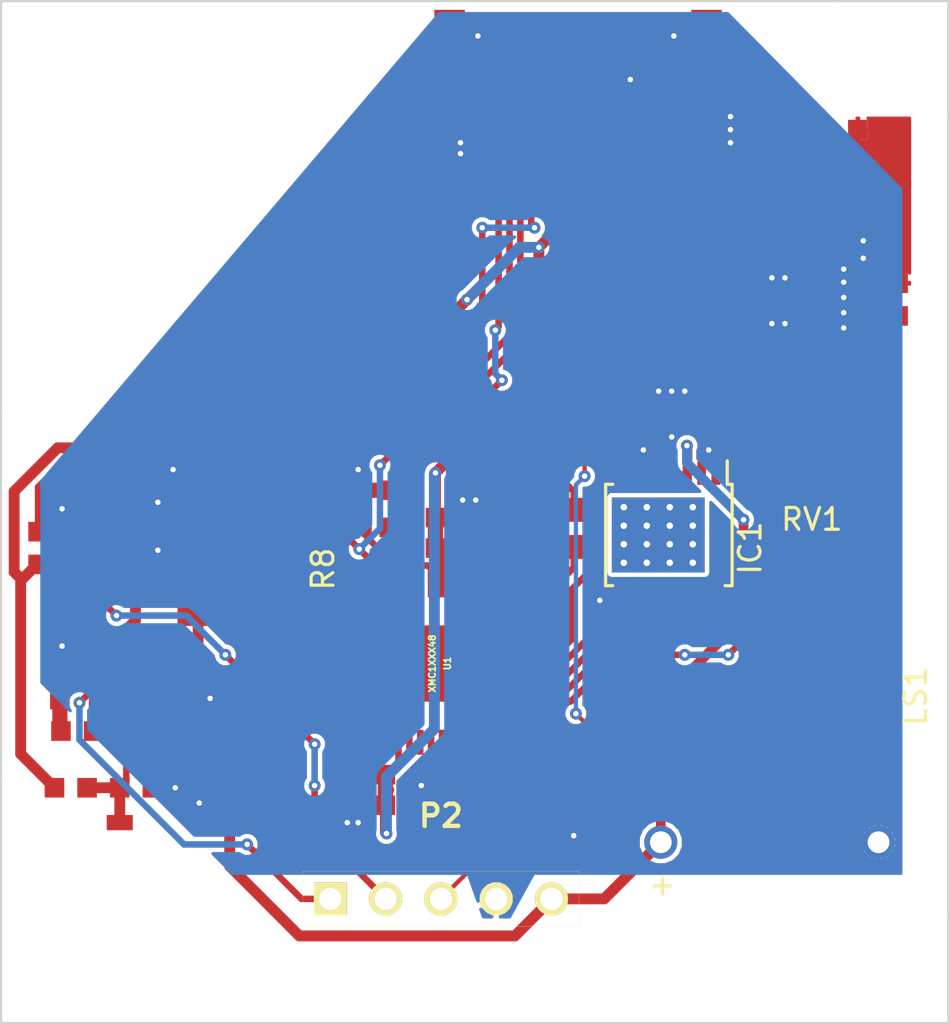
<source format=kicad_pcb>
(kicad_pcb (version 4) (host pcbnew 4.0.7-e2-6376~58~ubuntu16.04.1)

  (general
    (links 126)
    (no_connects 1)
    (area 0 0 0 0)
    (thickness 1.6)
    (drawings 12)
    (tracks 434)
    (zones 0)
    (modules 48)
    (nets 73)
  )

  (page A4)
  (layers
    (0 F.Cu signal)
    (31 B.Cu signal hide)
    (32 B.Adhes user)
    (33 F.Adhes user)
    (34 B.Paste user)
    (35 F.Paste user)
    (36 B.SilkS user)
    (37 F.SilkS user)
    (38 B.Mask user)
    (39 F.Mask user)
    (40 Dwgs.User user)
    (41 Cmts.User user)
    (42 Eco1.User user)
    (43 Eco2.User user)
    (44 Edge.Cuts user)
    (45 Margin user)
    (46 B.CrtYd user)
    (47 F.CrtYd user)
    (48 B.Fab user)
    (49 F.Fab user)
  )

  (setup
    (last_trace_width 0.2)
    (user_trace_width 0.25)
    (user_trace_width 0.3)
    (user_trace_width 0.45)
    (user_trace_width 0.5)
    (user_trace_width 0.6)
    (user_trace_width 0.7)
    (user_trace_width 0.8)
    (user_trace_width 1)
    (trace_clearance 0.14986)
    (zone_clearance 0.2)
    (zone_45_only no)
    (trace_min 0.2)
    (segment_width 0.2)
    (edge_width 0.1)
    (via_size 0.55)
    (via_drill 0.25)
    (via_min_size 0.5)
    (via_min_drill 0.25)
    (uvia_size 0.70104)
    (uvia_drill 0.24892)
    (uvias_allowed no)
    (uvia_min_size 0.701)
    (uvia_min_drill 0.2489)
    (pcb_text_width 0.3)
    (pcb_text_size 1.5 1.5)
    (mod_edge_width 0.15)
    (mod_text_size 1 1)
    (mod_text_width 0.15)
    (pad_size 1.5 1.5)
    (pad_drill 0.6)
    (pad_to_mask_clearance 0)
    (aux_axis_origin 0 0)
    (visible_elements FFFFFF7F)
    (pcbplotparams
      (layerselection 0x00030_80000001)
      (usegerberextensions false)
      (excludeedgelayer true)
      (linewidth 0.100000)
      (plotframeref false)
      (viasonmask false)
      (mode 1)
      (useauxorigin false)
      (hpglpennumber 1)
      (hpglpenspeed 20)
      (hpglpendiameter 15)
      (hpglpenoverlay 2)
      (psnegative false)
      (psa4output false)
      (plotreference true)
      (plotvalue true)
      (plotinvisibletext false)
      (padsonsilk false)
      (subtractmaskfromsilk false)
      (outputformat 1)
      (mirror false)
      (drillshape 1)
      (scaleselection 1)
      (outputdirectory ""))
  )

  (net 0 "")
  (net 1 +3V3)
  (net 2 MP-GND)
  (net 3 +5V)
  (net 4 "Net-(C6-Pad1)")
  (net 5 MP+Ua)
  (net 6 "Net-(C8-Pad1)")
  (net 7 "Net-(C9-Pad1)")
  (net 8 "Net-(C10-Pad1)")
  (net 9 "Net-(C11-Pad1)")
  (net 10 MP-Ausgangsspannung)
  (net 11 "Net-(C12-Pad2)")
  (net 12 "Net-(C13-Pad1)")
  (net 13 "Net-(C14-Pad1)")
  (net 14 "Net-(C15-Pad1)")
  (net 15 "Net-(D1-Pad2)")
  (net 16 "Net-(D3-Pad1)")
  (net 17 "Net-(D3-Pad2)")
  (net 18 "Net-(D4-Pad1)")
  (net 19 "Net-(D4-Pad2)")
  (net 20 "Net-(D5-Pad1)")
  (net 21 "Net-(D5-Pad2)")
  (net 22 "Net-(IC1-Pad7)")
  (net 23 "Net-(IC1-Pad10)")
  (net 24 "Net-(IC1-Pad14)")
  (net 25 "Net-(IC1-Pad15)")
  (net 26 "Net-(IC1-Pad16)")
  (net 27 "Net-(P1-Pad4)")
  (net 28 "Net-(P1-Pad5)")
  (net 29 "Net-(P1-Pad6)")
  (net 30 OPV-Zwischenkreis)
  (net 31 OPV-Aus)
  (net 32 "Net-(R12-Pad1)")
  (net 33 "Net-(R12-Pad2)")
  (net 34 "Net-(R13-Pad2)")
  (net 35 S-CS)
  (net 36 S-MOSI)
  (net 37 S-CLK)
  (net 38 "Net-(RP1-Pad4)")
  (net 39 "Net-(RP2-Pad1)")
  (net 40 S-MISO)
  (net 41 "Net-(U1-Pad1)")
  (net 42 "Net-(U1-Pad2)")
  (net 43 "Net-(U1-Pad9)")
  (net 44 "Net-(U1-Pad13)")
  (net 45 "Net-(U1-Pad14)")
  (net 46 "Net-(U1-Pad15)")
  (net 47 "Net-(U1-Pad16)")
  (net 48 "Net-(U1-Pad21)")
  (net 49 "Net-(U1-Pad22)")
  (net 50 "Net-(U1-Pad26)")
  (net 51 "Net-(U1-Pad28)")
  (net 52 "Net-(U1-Pad35)")
  (net 53 "Net-(U1-Pad36)")
  (net 54 "Net-(U1-Pad39)")
  (net 55 "Net-(U1-Pad40)")
  (net 56 "Net-(U1-Pad43)")
  (net 57 "Net-(U1-Pad44)")
  (net 58 "Net-(U1-Pad45)")
  (net 59 "Net-(U1-Pad46)")
  (net 60 "Net-(U1-Pad47)")
  (net 61 "Net-(U1-Pad48)")
  (net 62 HB-Reset)
  (net 63 HB-Phase)
  (net 64 HB-Enable)
  (net 65 HB-Mode)
  (net 66 "Net-(U1-Pad8)")
  (net 67 "Net-(U1-Pad29)")
  (net 68 "Net-(U1-Pad30)")
  (net 69 "Net-(U1-Pad31)")
  (net 70 "Net-(U1-Pad32)")
  (net 71 SP-SHDN)
  (net 72 "Net-(U1-Pad34)")

  (net_class Default "This is the default net class."
    (clearance 0.14986)
    (trace_width 0.2)
    (via_dia 0.55)
    (via_drill 0.25)
    (uvia_dia 0.70104)
    (uvia_drill 0.24892)
    (add_net +3V3)
    (add_net +5V)
    (add_net HB-Enable)
    (add_net HB-Mode)
    (add_net HB-Phase)
    (add_net HB-Reset)
    (add_net MP+Ua)
    (add_net MP-Ausgangsspannung)
    (add_net MP-GND)
    (add_net "Net-(C10-Pad1)")
    (add_net "Net-(C11-Pad1)")
    (add_net "Net-(C12-Pad2)")
    (add_net "Net-(C13-Pad1)")
    (add_net "Net-(C14-Pad1)")
    (add_net "Net-(C15-Pad1)")
    (add_net "Net-(C6-Pad1)")
    (add_net "Net-(C8-Pad1)")
    (add_net "Net-(C9-Pad1)")
    (add_net "Net-(D1-Pad2)")
    (add_net "Net-(D3-Pad1)")
    (add_net "Net-(D3-Pad2)")
    (add_net "Net-(D4-Pad1)")
    (add_net "Net-(D4-Pad2)")
    (add_net "Net-(D5-Pad1)")
    (add_net "Net-(D5-Pad2)")
    (add_net "Net-(IC1-Pad10)")
    (add_net "Net-(IC1-Pad14)")
    (add_net "Net-(IC1-Pad15)")
    (add_net "Net-(IC1-Pad16)")
    (add_net "Net-(IC1-Pad7)")
    (add_net "Net-(P1-Pad4)")
    (add_net "Net-(P1-Pad5)")
    (add_net "Net-(P1-Pad6)")
    (add_net "Net-(R12-Pad1)")
    (add_net "Net-(R12-Pad2)")
    (add_net "Net-(R13-Pad2)")
    (add_net "Net-(RP1-Pad4)")
    (add_net "Net-(RP2-Pad1)")
    (add_net "Net-(U1-Pad1)")
    (add_net "Net-(U1-Pad13)")
    (add_net "Net-(U1-Pad14)")
    (add_net "Net-(U1-Pad15)")
    (add_net "Net-(U1-Pad16)")
    (add_net "Net-(U1-Pad2)")
    (add_net "Net-(U1-Pad21)")
    (add_net "Net-(U1-Pad22)")
    (add_net "Net-(U1-Pad26)")
    (add_net "Net-(U1-Pad28)")
    (add_net "Net-(U1-Pad29)")
    (add_net "Net-(U1-Pad30)")
    (add_net "Net-(U1-Pad31)")
    (add_net "Net-(U1-Pad32)")
    (add_net "Net-(U1-Pad34)")
    (add_net "Net-(U1-Pad35)")
    (add_net "Net-(U1-Pad36)")
    (add_net "Net-(U1-Pad39)")
    (add_net "Net-(U1-Pad40)")
    (add_net "Net-(U1-Pad43)")
    (add_net "Net-(U1-Pad44)")
    (add_net "Net-(U1-Pad45)")
    (add_net "Net-(U1-Pad46)")
    (add_net "Net-(U1-Pad47)")
    (add_net "Net-(U1-Pad48)")
    (add_net "Net-(U1-Pad8)")
    (add_net "Net-(U1-Pad9)")
    (add_net OPV-Aus)
    (add_net OPV-Zwischenkreis)
    (add_net S-CLK)
    (add_net S-CS)
    (add_net S-MISO)
    (add_net S-MOSI)
    (add_net SP-SHDN)
  )

  (module kicad-libraries:C0603F (layer F.Cu) (tedit 58F5DD02) (tstamp 5A79B04B)
    (at 100.2 98.3 180)
    (path /5A70B2A5)
    (attr smd)
    (fp_text reference C1 (at 0.05 0.225 180) (layer F.Fab)
      (effects (font (size 0.2 0.2) (thickness 0.05)))
    )
    (fp_text value 100nF (at 0.05 -0.375 180) (layer F.Fab)
      (effects (font (size 0.2 0.2) (thickness 0.05)))
    )
    (fp_line (start -1.45034 -0.65024) (end 1.45034 -0.65024) (layer F.Fab) (width 0.001))
    (fp_line (start 1.45034 -0.65024) (end 1.45034 0.65024) (layer F.Fab) (width 0.001))
    (fp_line (start 1.45034 0.65024) (end -1.45034 0.65024) (layer F.Fab) (width 0.001))
    (fp_line (start -1.45034 0.65024) (end -1.45034 -0.65024) (layer F.Fab) (width 0.001))
    (pad 1 smd rect (at -0.75 0 180) (size 0.9 0.9) (layers F.Cu F.Paste F.Mask)
      (net 1 +3V3))
    (pad 2 smd rect (at 0.75 0 180) (size 0.9 0.9) (layers F.Cu F.Paste F.Mask)
      (net 2 MP-GND))
    (model Capacitors_SMD/C_0603.wrl
      (at (xyz 0 0 0))
      (scale (xyz 1 1 1))
      (rotate (xyz 0 0 0))
    )
  )

  (module kicad-libraries:C0603F (layer F.Cu) (tedit 58F5DD02) (tstamp 5A79B055)
    (at 100.2 99.7 180)
    (path /5A70B81F)
    (attr smd)
    (fp_text reference C2 (at 0.05 0.225 180) (layer F.Fab)
      (effects (font (size 0.2 0.2) (thickness 0.05)))
    )
    (fp_text value 220nF (at 0.05 -0.375 180) (layer F.Fab)
      (effects (font (size 0.2 0.2) (thickness 0.05)))
    )
    (fp_line (start -1.45034 -0.65024) (end 1.45034 -0.65024) (layer F.Fab) (width 0.001))
    (fp_line (start 1.45034 -0.65024) (end 1.45034 0.65024) (layer F.Fab) (width 0.001))
    (fp_line (start 1.45034 0.65024) (end -1.45034 0.65024) (layer F.Fab) (width 0.001))
    (fp_line (start -1.45034 0.65024) (end -1.45034 -0.65024) (layer F.Fab) (width 0.001))
    (pad 1 smd rect (at -0.75 0 180) (size 0.9 0.9) (layers F.Cu F.Paste F.Mask)
      (net 1 +3V3))
    (pad 2 smd rect (at 0.75 0 180) (size 0.9 0.9) (layers F.Cu F.Paste F.Mask)
      (net 2 MP-GND))
    (model Capacitors_SMD/C_0603.wrl
      (at (xyz 0 0 0))
      (scale (xyz 1 1 1))
      (rotate (xyz 0 0 0))
    )
  )

  (module kicad-libraries:C0603F (layer F.Cu) (tedit 58F5DD02) (tstamp 5A79B05F)
    (at 104 87.9)
    (path /5A70B790)
    (attr smd)
    (fp_text reference C3 (at 0.05 0.225) (layer F.Fab)
      (effects (font (size 0.2 0.2) (thickness 0.05)))
    )
    (fp_text value 100nF (at 0.05 -0.375) (layer F.Fab)
      (effects (font (size 0.2 0.2) (thickness 0.05)))
    )
    (fp_line (start -1.45034 -0.65024) (end 1.45034 -0.65024) (layer F.Fab) (width 0.001))
    (fp_line (start 1.45034 -0.65024) (end 1.45034 0.65024) (layer F.Fab) (width 0.001))
    (fp_line (start 1.45034 0.65024) (end -1.45034 0.65024) (layer F.Fab) (width 0.001))
    (fp_line (start -1.45034 0.65024) (end -1.45034 -0.65024) (layer F.Fab) (width 0.001))
    (pad 1 smd rect (at -0.75 0) (size 0.9 0.9) (layers F.Cu F.Paste F.Mask)
      (net 1 +3V3))
    (pad 2 smd rect (at 0.75 0) (size 0.9 0.9) (layers F.Cu F.Paste F.Mask)
      (net 2 MP-GND))
    (model Capacitors_SMD/C_0603.wrl
      (at (xyz 0 0 0))
      (scale (xyz 1 1 1))
      (rotate (xyz 0 0 0))
    )
  )

  (module kicad-libraries:C0603F (layer F.Cu) (tedit 58F5DD02) (tstamp 5A79B069)
    (at 104 86.5)
    (path /5A70B703)
    (attr smd)
    (fp_text reference C4 (at 0.05 0.225) (layer F.Fab)
      (effects (font (size 0.2 0.2) (thickness 0.05)))
    )
    (fp_text value 100nF (at 0.05 -0.375) (layer F.Fab)
      (effects (font (size 0.2 0.2) (thickness 0.05)))
    )
    (fp_line (start -1.45034 -0.65024) (end 1.45034 -0.65024) (layer F.Fab) (width 0.001))
    (fp_line (start 1.45034 -0.65024) (end 1.45034 0.65024) (layer F.Fab) (width 0.001))
    (fp_line (start 1.45034 0.65024) (end -1.45034 0.65024) (layer F.Fab) (width 0.001))
    (fp_line (start -1.45034 0.65024) (end -1.45034 -0.65024) (layer F.Fab) (width 0.001))
    (pad 1 smd rect (at -0.75 0) (size 0.9 0.9) (layers F.Cu F.Paste F.Mask)
      (net 1 +3V3))
    (pad 2 smd rect (at 0.75 0) (size 0.9 0.9) (layers F.Cu F.Paste F.Mask)
      (net 2 MP-GND))
    (model Capacitors_SMD/C_0603.wrl
      (at (xyz 0 0 0))
      (scale (xyz 1 1 1))
      (rotate (xyz 0 0 0))
    )
  )

  (module kicad-libraries:C0603F (layer F.Cu) (tedit 58F5DD02) (tstamp 5A79B09B)
    (at 118.5 78.9 180)
    (path /5A70A0F1/5A4CE454)
    (attr smd)
    (fp_text reference C9 (at 0.05 0.225 180) (layer F.Fab)
      (effects (font (size 0.2 0.2) (thickness 0.05)))
    )
    (fp_text value 270pF (at 0.05 -0.375 180) (layer F.Fab)
      (effects (font (size 0.2 0.2) (thickness 0.05)))
    )
    (fp_line (start -1.45034 -0.65024) (end 1.45034 -0.65024) (layer F.Fab) (width 0.001))
    (fp_line (start 1.45034 -0.65024) (end 1.45034 0.65024) (layer F.Fab) (width 0.001))
    (fp_line (start 1.45034 0.65024) (end -1.45034 0.65024) (layer F.Fab) (width 0.001))
    (fp_line (start -1.45034 0.65024) (end -1.45034 -0.65024) (layer F.Fab) (width 0.001))
    (pad 1 smd rect (at -0.75 0 180) (size 0.9 0.9) (layers F.Cu F.Paste F.Mask)
      (net 7 "Net-(C9-Pad1)"))
    (pad 2 smd rect (at 0.75 0 180) (size 0.9 0.9) (layers F.Cu F.Paste F.Mask)
      (net 6 "Net-(C8-Pad1)"))
    (model Capacitors_SMD/C_0603.wrl
      (at (xyz 0 0 0))
      (scale (xyz 1 1 1))
      (rotate (xyz 0 0 0))
    )
  )

  (module kicad-libraries:C0603F (layer F.Cu) (tedit 58F5DD02) (tstamp 5A79B0A5)
    (at 86 94.1 90)
    (path /5A7056AD/5A4CF011)
    (attr smd)
    (fp_text reference C10 (at 0.05 0.225 90) (layer F.Fab)
      (effects (font (size 0.2 0.2) (thickness 0.05)))
    )
    (fp_text value 4.7nF (at 0.05 -0.375 90) (layer F.Fab)
      (effects (font (size 0.2 0.2) (thickness 0.05)))
    )
    (fp_line (start -1.45034 -0.65024) (end 1.45034 -0.65024) (layer F.Fab) (width 0.001))
    (fp_line (start 1.45034 -0.65024) (end 1.45034 0.65024) (layer F.Fab) (width 0.001))
    (fp_line (start 1.45034 0.65024) (end -1.45034 0.65024) (layer F.Fab) (width 0.001))
    (fp_line (start -1.45034 0.65024) (end -1.45034 -0.65024) (layer F.Fab) (width 0.001))
    (pad 1 smd rect (at -0.75 0 90) (size 0.9 0.9) (layers F.Cu F.Paste F.Mask)
      (net 8 "Net-(C10-Pad1)"))
    (pad 2 smd rect (at 0.75 0 90) (size 0.9 0.9) (layers F.Cu F.Paste F.Mask)
      (net 2 MP-GND))
    (model Capacitors_SMD/C_0603.wrl
      (at (xyz 0 0 0))
      (scale (xyz 1 1 1))
      (rotate (xyz 0 0 0))
    )
  )

  (module kicad-libraries:C0603F (layer F.Cu) (tedit 58F5DD02) (tstamp 5A79B0AF)
    (at 89.6 87.2)
    (path /5A7056AD/5A4CF28C)
    (attr smd)
    (fp_text reference C11 (at 0.05 0.225) (layer F.Fab)
      (effects (font (size 0.2 0.2) (thickness 0.05)))
    )
    (fp_text value 100nF (at 0.05 -0.375) (layer F.Fab)
      (effects (font (size 0.2 0.2) (thickness 0.05)))
    )
    (fp_line (start -1.45034 -0.65024) (end 1.45034 -0.65024) (layer F.Fab) (width 0.001))
    (fp_line (start 1.45034 -0.65024) (end 1.45034 0.65024) (layer F.Fab) (width 0.001))
    (fp_line (start 1.45034 0.65024) (end -1.45034 0.65024) (layer F.Fab) (width 0.001))
    (fp_line (start -1.45034 0.65024) (end -1.45034 -0.65024) (layer F.Fab) (width 0.001))
    (pad 1 smd rect (at -0.75 0) (size 0.9 0.9) (layers F.Cu F.Paste F.Mask)
      (net 9 "Net-(C11-Pad1)"))
    (pad 2 smd rect (at 0.75 0) (size 0.9 0.9) (layers F.Cu F.Paste F.Mask)
      (net 2 MP-GND))
    (model Capacitors_SMD/C_0603.wrl
      (at (xyz 0 0 0))
      (scale (xyz 1 1 1))
      (rotate (xyz 0 0 0))
    )
  )

  (module kicad-libraries:C0603F (layer F.Cu) (tedit 58F5DD02) (tstamp 5A79B0B9)
    (at 89.8 96.3 180)
    (path /5A7056AD/5A4CEECB)
    (attr smd)
    (fp_text reference C12 (at 0.05 0.225 180) (layer F.Fab)
      (effects (font (size 0.2 0.2) (thickness 0.05)))
    )
    (fp_text value 40pF (at 0.05 -0.375 180) (layer F.Fab)
      (effects (font (size 0.2 0.2) (thickness 0.05)))
    )
    (fp_line (start -1.45034 -0.65024) (end 1.45034 -0.65024) (layer F.Fab) (width 0.001))
    (fp_line (start 1.45034 -0.65024) (end 1.45034 0.65024) (layer F.Fab) (width 0.001))
    (fp_line (start 1.45034 0.65024) (end -1.45034 0.65024) (layer F.Fab) (width 0.001))
    (fp_line (start -1.45034 0.65024) (end -1.45034 -0.65024) (layer F.Fab) (width 0.001))
    (pad 1 smd rect (at -0.75 0 180) (size 0.9 0.9) (layers F.Cu F.Paste F.Mask)
      (net 10 MP-Ausgangsspannung))
    (pad 2 smd rect (at 0.75 0 180) (size 0.9 0.9) (layers F.Cu F.Paste F.Mask)
      (net 11 "Net-(C12-Pad2)"))
    (model Capacitors_SMD/C_0603.wrl
      (at (xyz 0 0 0))
      (scale (xyz 1 1 1))
      (rotate (xyz 0 0 0))
    )
  )

  (module kicad-libraries:C0603F (layer F.Cu) (tedit 58F5DD02) (tstamp 5A79B0C3)
    (at 103.05 100.65 90)
    (path /5A745ED5)
    (attr smd)
    (fp_text reference C13 (at 0.05 0.225 90) (layer F.Fab)
      (effects (font (size 0.2 0.2) (thickness 0.05)))
    )
    (fp_text value 10pF (at 0.05 -0.375 90) (layer F.Fab)
      (effects (font (size 0.2 0.2) (thickness 0.05)))
    )
    (fp_line (start -1.45034 -0.65024) (end 1.45034 -0.65024) (layer F.Fab) (width 0.001))
    (fp_line (start 1.45034 -0.65024) (end 1.45034 0.65024) (layer F.Fab) (width 0.001))
    (fp_line (start 1.45034 0.65024) (end -1.45034 0.65024) (layer F.Fab) (width 0.001))
    (fp_line (start -1.45034 0.65024) (end -1.45034 -0.65024) (layer F.Fab) (width 0.001))
    (pad 1 smd rect (at -0.75 0 90) (size 0.9 0.9) (layers F.Cu F.Paste F.Mask)
      (net 12 "Net-(C13-Pad1)"))
    (pad 2 smd rect (at 0.75 0 90) (size 0.9 0.9) (layers F.Cu F.Paste F.Mask)
      (net 2 MP-GND))
    (model Capacitors_SMD/C_0603.wrl
      (at (xyz 0 0 0))
      (scale (xyz 1 1 1))
      (rotate (xyz 0 0 0))
    )
  )

  (module kicad-libraries:C0603F (layer F.Cu) (tedit 58F5DD02) (tstamp 5A79B0CD)
    (at 108.45 100.65 270)
    (path /5A74600A)
    (attr smd)
    (fp_text reference C14 (at 0.05 0.225 270) (layer F.Fab)
      (effects (font (size 0.2 0.2) (thickness 0.05)))
    )
    (fp_text value 10pF (at 0.05 -0.375 270) (layer F.Fab)
      (effects (font (size 0.2 0.2) (thickness 0.05)))
    )
    (fp_line (start -1.45034 -0.65024) (end 1.45034 -0.65024) (layer F.Fab) (width 0.001))
    (fp_line (start 1.45034 -0.65024) (end 1.45034 0.65024) (layer F.Fab) (width 0.001))
    (fp_line (start 1.45034 0.65024) (end -1.45034 0.65024) (layer F.Fab) (width 0.001))
    (fp_line (start -1.45034 0.65024) (end -1.45034 -0.65024) (layer F.Fab) (width 0.001))
    (pad 1 smd rect (at -0.75 0 270) (size 0.9 0.9) (layers F.Cu F.Paste F.Mask)
      (net 13 "Net-(C14-Pad1)"))
    (pad 2 smd rect (at 0.75 0 270) (size 0.9 0.9) (layers F.Cu F.Paste F.Mask)
      (net 2 MP-GND))
    (model Capacitors_SMD/C_0603.wrl
      (at (xyz 0 0 0))
      (scale (xyz 1 1 1))
      (rotate (xyz 0 0 0))
    )
  )

  (module kicad-libraries:C0402F (layer F.Cu) (tedit 5A0C5AF6) (tstamp 5A79B0D7)
    (at 105.6 69.5 180)
    (path /5A785F93)
    (fp_text reference C15 (at 0.1 0.15 180) (layer F.Fab)
      (effects (font (size 0.2 0.2) (thickness 0.05)))
    )
    (fp_text value 220pF (at 0 -0.15 180) (layer F.Fab)
      (effects (font (size 0.2 0.2) (thickness 0.05)))
    )
    (fp_line (start -0.9 -0.45) (end 0.9 -0.45) (layer F.Fab) (width 0.025))
    (fp_line (start 0.9 -0.45) (end 0.9 0.45) (layer F.Fab) (width 0.025))
    (fp_line (start 0.9 0.45) (end -0.9 0.45) (layer F.Fab) (width 0.025))
    (fp_line (start -0.9 0.45) (end -0.9 -0.45) (layer F.Fab) (width 0.025))
    (pad 2 smd rect (at 0.5 0 180) (size 0.6 0.7) (layers F.Cu F.Paste F.Mask)
      (net 2 MP-GND))
    (pad 1 smd rect (at -0.5 0 180) (size 0.6 0.7) (layers F.Cu F.Paste F.Mask)
      (net 14 "Net-(C15-Pad1)"))
    (model Capacitors_SMD/C_0402.wrl
      (at (xyz 0 0 0))
      (scale (xyz 1 1 1))
      (rotate (xyz 0 0 0))
    )
  )

  (module kicad-libraries:C0603F (layer F.Cu) (tedit 58F5DD02) (tstamp 5A79B0E1)
    (at 86.4 87.9 90)
    (path /5A7056AD/5A780601)
    (attr smd)
    (fp_text reference C16 (at 0.05 0.225 90) (layer F.Fab)
      (effects (font (size 0.2 0.2) (thickness 0.05)))
    )
    (fp_text value 100nF (at 0.05 -0.375 90) (layer F.Fab)
      (effects (font (size 0.2 0.2) (thickness 0.05)))
    )
    (fp_line (start -1.45034 -0.65024) (end 1.45034 -0.65024) (layer F.Fab) (width 0.001))
    (fp_line (start 1.45034 -0.65024) (end 1.45034 0.65024) (layer F.Fab) (width 0.001))
    (fp_line (start 1.45034 0.65024) (end -1.45034 0.65024) (layer F.Fab) (width 0.001))
    (fp_line (start -1.45034 0.65024) (end -1.45034 -0.65024) (layer F.Fab) (width 0.001))
    (pad 1 smd rect (at -0.75 0 90) (size 0.9 0.9) (layers F.Cu F.Paste F.Mask)
      (net 1 +3V3))
    (pad 2 smd rect (at 0.75 0 90) (size 0.9 0.9) (layers F.Cu F.Paste F.Mask)
      (net 2 MP-GND))
    (model Capacitors_SMD/C_0603.wrl
      (at (xyz 0 0 0))
      (scale (xyz 1 1 1))
      (rotate (xyz 0 0 0))
    )
  )

  (module kicad-libraries:D0603E (layer F.Cu) (tedit 58F76B43) (tstamp 5A79B11B)
    (at 106.8 87 270)
    (path /5A7324B4)
    (attr smd)
    (fp_text reference D3 (at 0.85 0.45 270) (layer F.Fab)
      (effects (font (size 0.2 0.2) (thickness 0.05)))
    )
    (fp_text value Gelb (at 0.85 -0.5 270) (layer F.Fab)
      (effects (font (size 0.2 0.2) (thickness 0.05)))
    )
    (fp_line (start 0.2 -0.4) (end 0.2 0.4) (layer F.Fab) (width 0.05))
    (fp_line (start 0.2 0) (end -0.2 -0.4) (layer F.Fab) (width 0.05))
    (fp_line (start -0.2 -0.4) (end -0.2 0.4) (layer F.Fab) (width 0.05))
    (fp_line (start -0.2 0.4) (end 0.2 0) (layer F.Fab) (width 0.05))
    (fp_line (start -0.889 -0.254) (end -0.889 0.254) (layer F.Fab) (width 0.05))
    (fp_line (start -1.143 0) (end -0.635 0) (layer F.Fab) (width 0.05))
    (fp_line (start -1.45034 -0.65024) (end 1.45034 -0.65024) (layer F.Fab) (width 0.001))
    (fp_line (start 1.45034 -0.65024) (end 1.45034 0.65024) (layer F.Fab) (width 0.001))
    (fp_line (start 1.45034 0.65024) (end -1.45034 0.65024) (layer F.Fab) (width 0.001))
    (fp_line (start -1.45034 0.65024) (end -1.45034 -0.65024) (layer F.Fab) (width 0.001))
    (pad 1 smd rect (at -0.8501 0 270) (size 1.1 1) (layers F.Cu F.Paste F.Mask)
      (net 16 "Net-(D3-Pad1)"))
    (pad 2 smd rect (at 0.8501 0 270) (size 1.1 1) (layers F.Cu F.Paste F.Mask)
      (net 17 "Net-(D3-Pad2)"))
    (model LED_SMD/D_0603_blue.wrl
      (at (xyz 0 0 0))
      (scale (xyz 1 1 1))
      (rotate (xyz 90 180 0))
    )
  )

  (module kicad-libraries:D0603E (layer F.Cu) (tedit 58F76B43) (tstamp 5A79B12B)
    (at 108.2 87 270)
    (path /5A732455)
    (attr smd)
    (fp_text reference D4 (at 0.85 0.45 270) (layer F.Fab)
      (effects (font (size 0.2 0.2) (thickness 0.05)))
    )
    (fp_text value Gleb (at 0.85 -0.5 270) (layer F.Fab)
      (effects (font (size 0.2 0.2) (thickness 0.05)))
    )
    (fp_line (start 0.2 -0.4) (end 0.2 0.4) (layer F.Fab) (width 0.05))
    (fp_line (start 0.2 0) (end -0.2 -0.4) (layer F.Fab) (width 0.05))
    (fp_line (start -0.2 -0.4) (end -0.2 0.4) (layer F.Fab) (width 0.05))
    (fp_line (start -0.2 0.4) (end 0.2 0) (layer F.Fab) (width 0.05))
    (fp_line (start -0.889 -0.254) (end -0.889 0.254) (layer F.Fab) (width 0.05))
    (fp_line (start -1.143 0) (end -0.635 0) (layer F.Fab) (width 0.05))
    (fp_line (start -1.45034 -0.65024) (end 1.45034 -0.65024) (layer F.Fab) (width 0.001))
    (fp_line (start 1.45034 -0.65024) (end 1.45034 0.65024) (layer F.Fab) (width 0.001))
    (fp_line (start 1.45034 0.65024) (end -1.45034 0.65024) (layer F.Fab) (width 0.001))
    (fp_line (start -1.45034 0.65024) (end -1.45034 -0.65024) (layer F.Fab) (width 0.001))
    (pad 1 smd rect (at -0.8501 0 270) (size 1.1 1) (layers F.Cu F.Paste F.Mask)
      (net 18 "Net-(D4-Pad1)"))
    (pad 2 smd rect (at 0.8501 0 270) (size 1.1 1) (layers F.Cu F.Paste F.Mask)
      (net 19 "Net-(D4-Pad2)"))
    (model LED_SMD/D_0603_blue.wrl
      (at (xyz 0 0 0))
      (scale (xyz 1 1 1))
      (rotate (xyz 90 180 0))
    )
  )

  (module kicad-libraries:D0603E (layer F.Cu) (tedit 58F76B43) (tstamp 5A79B13B)
    (at 109.6 87 270)
    (path /5A7323BC)
    (attr smd)
    (fp_text reference D5 (at 0.85 0.45 270) (layer F.Fab)
      (effects (font (size 0.2 0.2) (thickness 0.05)))
    )
    (fp_text value Gelb (at 0.85 -0.5 270) (layer F.Fab)
      (effects (font (size 0.2 0.2) (thickness 0.05)))
    )
    (fp_line (start 0.2 -0.4) (end 0.2 0.4) (layer F.Fab) (width 0.05))
    (fp_line (start 0.2 0) (end -0.2 -0.4) (layer F.Fab) (width 0.05))
    (fp_line (start -0.2 -0.4) (end -0.2 0.4) (layer F.Fab) (width 0.05))
    (fp_line (start -0.2 0.4) (end 0.2 0) (layer F.Fab) (width 0.05))
    (fp_line (start -0.889 -0.254) (end -0.889 0.254) (layer F.Fab) (width 0.05))
    (fp_line (start -1.143 0) (end -0.635 0) (layer F.Fab) (width 0.05))
    (fp_line (start -1.45034 -0.65024) (end 1.45034 -0.65024) (layer F.Fab) (width 0.001))
    (fp_line (start 1.45034 -0.65024) (end 1.45034 0.65024) (layer F.Fab) (width 0.001))
    (fp_line (start 1.45034 0.65024) (end -1.45034 0.65024) (layer F.Fab) (width 0.001))
    (fp_line (start -1.45034 0.65024) (end -1.45034 -0.65024) (layer F.Fab) (width 0.001))
    (pad 1 smd rect (at -0.8501 0 270) (size 1.1 1) (layers F.Cu F.Paste F.Mask)
      (net 20 "Net-(D5-Pad1)"))
    (pad 2 smd rect (at 0.8501 0 270) (size 1.1 1) (layers F.Cu F.Paste F.Mask)
      (net 21 "Net-(D5-Pad2)"))
    (model LED_SMD/D_0603_blue.wrl
      (at (xyz 0 0 0))
      (scale (xyz 1 1 1))
      (rotate (xyz 90 180 0))
    )
  )

  (module Zusatzteile:16-leadTSSOP_0,137,4,4mmBreite (layer F.Cu) (tedit 5A7856DB) (tstamp 5A79B15F)
    (at 111.9 87.3 270)
    (descr "HTSSOP28: plastic thin shrink small outline package; 28 leads; body width 4.4 mm; thermal pad")
    (tags "TSSOP HTSSOP 0.65 thermal pad")
    (path /5A719833)
    (attr smd)
    (fp_text reference IC1 (at 0.6 -5.8 270) (layer F.SilkS)
      (effects (font (size 1 1) (thickness 0.15)))
    )
    (fp_text value A5950 (at 2.1 -7 270) (layer F.Fab)
      (effects (font (size 1 1) (thickness 0.15)))
    )
    (fp_line (start -1.2 -4.85) (end 2.2 -4.85) (layer F.Fab) (width 0.15))
    (fp_line (start 2.2 -4.85) (end 2.2 0.7098) (layer F.Fab) (width 0.15))
    (fp_line (start 2.2 0.7098) (end -2.2 0.7098) (layer F.Fab) (width 0.15))
    (fp_line (start -2.2 0.7098) (end -2.2 -3.85) (layer F.Fab) (width 0.15))
    (fp_line (start -2.2 -3.85) (end -1.2 -4.85) (layer F.Fab) (width 0.15))
    (fp_line (start -3.65 -5.15) (end -3.65 1.086) (layer F.CrtYd) (width 0.05))
    (fp_line (start 3.65 -5.15) (end 3.65 1.086) (layer F.CrtYd) (width 0.05))
    (fp_line (start -3.65 -5.15) (end 3.65 -5.15) (layer F.CrtYd) (width 0.05))
    (fp_line (start -3.65 1.086) (end 3.65 1.086) (layer F.CrtYd) (width 0.05))
    (fp_line (start -2.325 -4.975) (end -2.325 -4.75) (layer F.SilkS) (width 0.15))
    (fp_line (start 2.325 -4.975) (end 2.325 -4.65) (layer F.SilkS) (width 0.15))
    (fp_line (start 2.325 0.8348) (end 2.325 0.5098) (layer F.SilkS) (width 0.15))
    (fp_line (start -2.325 0.8348) (end -2.325 0.5098) (layer F.SilkS) (width 0.15))
    (fp_line (start -2.325 -4.975) (end 2.325 -4.975) (layer F.SilkS) (width 0.15))
    (fp_line (start -2.325 0.8348) (end 2.325 0.8348) (layer F.SilkS) (width 0.15))
    (fp_line (start -2.325 -4.75) (end -3.4 -4.75) (layer F.SilkS) (width 0.15))
    (fp_text user %R (at 0 0 270) (layer F.Fab)
      (effects (font (size 0.8 0.8) (thickness 0.15)))
    )
    (pad 1 smd rect (at -2.85 -4.225 270) (size 1.1 0.4) (layers F.Cu F.Paste F.Mask)
      (net 2 MP-GND))
    (pad 2 smd rect (at -2.85 -3.575 270) (size 1.1 0.4) (layers F.Cu F.Paste F.Mask)
      (net 2 MP-GND))
    (pad 3 smd rect (at -2.85 -2.925 270) (size 1.1 0.4) (layers F.Cu F.Paste F.Mask)
      (net 10 MP-Ausgangsspannung))
    (pad 4 smd rect (at -2.85 -2.275 270) (size 1.1 0.4) (layers F.Cu F.Paste F.Mask)
      (net 2 MP-GND))
    (pad 5 smd rect (at -2.85 -1.625 270) (size 1.1 0.4) (layers F.Cu F.Paste F.Mask)
      (net 5 MP+Ua))
    (pad 6 smd rect (at -2.85 -0.975 270) (size 1.1 0.4) (layers F.Cu F.Paste F.Mask)
      (net 2 MP-GND))
    (pad 7 smd rect (at -2.85 -0.325 270) (size 1.1 0.4) (layers F.Cu F.Paste F.Mask)
      (net 22 "Net-(IC1-Pad7)"))
    (pad 8 smd rect (at -2.85 0.325 270) (size 1.1 0.4) (layers F.Cu F.Paste F.Mask)
      (net 62 HB-Reset))
    (pad 9 smd rect (at 2.85 0.325 270) (size 1.1 0.4) (layers F.Cu F.Paste F.Mask)
      (net 2 MP-GND))
    (pad 10 smd rect (at 2.85 -0.325 270) (size 1.1 0.4) (layers F.Cu F.Paste F.Mask)
      (net 23 "Net-(IC1-Pad10)"))
    (pad 11 smd rect (at 2.85 -0.975 270) (size 1.1 0.4) (layers F.Cu F.Paste F.Mask)
      (net 63 HB-Phase))
    (pad 12 smd rect (at 2.85 -1.625 270) (size 1.1 0.4) (layers F.Cu F.Paste F.Mask)
      (net 64 HB-Enable))
    (pad 13 smd rect (at 2.85 -2.275 270) (size 1.1 0.4) (layers F.Cu F.Paste F.Mask)
      (net 65 HB-Mode))
    (pad 14 smd rect (at 2.85 -2.925 270) (size 1.1 0.4) (layers F.Cu F.Paste F.Mask)
      (net 24 "Net-(IC1-Pad14)"))
    (pad 15 smd rect (at 2.85 -3.575 270) (size 1.1 0.4) (layers F.Cu F.Paste F.Mask)
      (net 25 "Net-(IC1-Pad15)"))
    (pad 16 smd rect (at 2.85 -4.225 270) (size 1.1 0.4) (layers F.Cu F.Paste F.Mask)
      (net 26 "Net-(IC1-Pad16)"))
    (pad 29 thru_hole rect (at -1.275 0 270) (size 0.89 1.1) (drill 0.3) (layers *.Cu *.Mask))
    (pad 29 thru_hole rect (at -0.425 0 270) (size 0.89 1.1) (drill 0.3) (layers *.Cu *.Mask))
    (pad 29 thru_hole rect (at 1.275 0 270) (size 0.89 1.1) (drill 0.3) (layers *.Cu *.Mask))
    (pad 29 thru_hole rect (at 0.425 0 270) (size 0.89 1.1) (drill 0.3) (layers *.Cu *.Mask))
    (pad 29 thru_hole rect (at 0.425 -1.05625 270) (size 0.89 1.1) (drill 0.3) (layers *.Cu *.Mask))
    (pad 29 thru_hole rect (at 1.275 -1.05625 270) (size 0.89 1.1) (drill 0.3) (layers *.Cu *.Mask))
    (pad 29 thru_hole rect (at -0.425 -1.05625 270) (size 0.89 1.1) (drill 0.3) (layers *.Cu *.Mask))
    (pad 29 thru_hole rect (at -1.275 -1.05625 270) (size 0.89 1.1) (drill 0.3) (layers *.Cu *.Mask))
    (pad 29 thru_hole rect (at -1.275 -2.1125 270) (size 0.89 1.1) (drill 0.3) (layers *.Cu *.Mask))
    (pad 29 thru_hole rect (at -0.425 -2.1125 270) (size 0.89 1.1) (drill 0.3) (layers *.Cu *.Mask))
    (pad 29 thru_hole rect (at 1.275 -2.1125 270) (size 0.89 1.1) (drill 0.3) (layers *.Cu *.Mask))
    (pad 29 thru_hole rect (at 0.425 -2.1125 270) (size 0.89 1.1) (drill 0.3) (layers *.Cu *.Mask))
    (pad 29 thru_hole rect (at 0.425 -3.16875 270) (size 0.89 1.1) (drill 0.3) (layers *.Cu *.Mask))
    (pad 29 thru_hole rect (at 1.275 -3.16875 270) (size 0.89 1.1) (drill 0.3) (layers *.Cu *.Mask))
    (pad 29 thru_hole rect (at -0.425 -3.16875 270) (size 0.89 1.1) (drill 0.3) (layers *.Cu *.Mask))
    (pad 29 thru_hole rect (at -1.275 -3.16875 270) (size 0.89 1.1) (drill 0.3) (layers *.Cu *.Mask))
  )

  (module kicad-libraries:C0603F (layer F.Cu) (tedit 58F5DD02) (tstamp 5A79B169)
    (at 121.9 68.7)
    (path /5A70A0F1/5A4CDD36)
    (attr smd)
    (fp_text reference L1 (at 0.05 0.225) (layer F.Fab)
      (effects (font (size 0.2 0.2) (thickness 0.05)))
    )
    (fp_text value FB (at 0.05 -0.375) (layer F.Fab)
      (effects (font (size 0.2 0.2) (thickness 0.05)))
    )
    (fp_line (start -1.45034 -0.65024) (end 1.45034 -0.65024) (layer F.Fab) (width 0.001))
    (fp_line (start 1.45034 -0.65024) (end 1.45034 0.65024) (layer F.Fab) (width 0.001))
    (fp_line (start 1.45034 0.65024) (end -1.45034 0.65024) (layer F.Fab) (width 0.001))
    (fp_line (start -1.45034 0.65024) (end -1.45034 -0.65024) (layer F.Fab) (width 0.001))
    (pad 1 smd rect (at -0.75 0) (size 0.9 0.9) (layers F.Cu F.Paste F.Mask)
      (net 3 +5V))
    (pad 2 smd rect (at 0.75 0) (size 0.9 0.9) (layers F.Cu F.Paste F.Mask)
      (net 4 "Net-(C6-Pad1)"))
    (model Capacitors_SMD/C_0603.wrl
      (at (xyz 0 0 0))
      (scale (xyz 1 1 1))
      (rotate (xyz 0 0 0))
    )
  )

  (module kicad-libraries:NR3030 (layer F.Cu) (tedit 597B36E0) (tstamp 5A79B173)
    (at 121.9 71.5 180)
    (path /5A70A0F1/5A4CDF34)
    (attr smd)
    (fp_text reference L2 (at 0.00254 0.8001 180) (layer F.Fab)
      (effects (font (size 0.29972 0.29972) (thickness 0.07493)))
    )
    (fp_text value 10uH (at 0 0 180) (layer F.Fab)
      (effects (font (size 0.29972 0.29972) (thickness 0.07493)))
    )
    (fp_line (start -1.50114 -1.50114) (end 1.50114 -1.50114) (layer F.Fab) (width 0.39878))
    (fp_line (start 1.50114 -1.50114) (end 1.50114 1.50114) (layer F.Fab) (width 0.39878))
    (fp_line (start 1.50114 1.50114) (end -1.50114 1.50114) (layer F.Fab) (width 0.39878))
    (fp_line (start -1.50114 1.50114) (end -1.50114 -1.50114) (layer F.Fab) (width 0.39878))
    (pad 1 smd rect (at -1.19982 0 180) (size 1 2.70002) (layers F.Cu F.Paste F.Mask)
      (net 4 "Net-(C6-Pad1)") (clearance 0.14986))
    (pad 2 smd rect (at 1.19982 0 180) (size 1 2.70002) (layers F.Cu F.Paste F.Mask)
      (net 15 "Net-(D1-Pad2)") (clearance 0.14986))
    (model Inductors/NR303.wrl
      (at (xyz 0 0 0.03))
      (scale (xyz 1 1 1))
      (rotate (xyz 0 0 90))
    )
  )

  (module kicad-libraries:C0603F (layer F.Cu) (tedit 58F5DD02) (tstamp 5A79B17D)
    (at 115.1 76.5 180)
    (path /5A70A0F1/5A4CDF63)
    (attr smd)
    (fp_text reference L3 (at 0.05 0.225 180) (layer F.Fab)
      (effects (font (size 0.2 0.2) (thickness 0.05)))
    )
    (fp_text value FB (at 0.05 -0.375 180) (layer F.Fab)
      (effects (font (size 0.2 0.2) (thickness 0.05)))
    )
    (fp_line (start -1.45034 -0.65024) (end 1.45034 -0.65024) (layer F.Fab) (width 0.001))
    (fp_line (start 1.45034 -0.65024) (end 1.45034 0.65024) (layer F.Fab) (width 0.001))
    (fp_line (start 1.45034 0.65024) (end -1.45034 0.65024) (layer F.Fab) (width 0.001))
    (fp_line (start -1.45034 0.65024) (end -1.45034 -0.65024) (layer F.Fab) (width 0.001))
    (pad 1 smd rect (at -0.75 0 180) (size 0.9 0.9) (layers F.Cu F.Paste F.Mask)
      (net 6 "Net-(C8-Pad1)"))
    (pad 2 smd rect (at 0.75 0 180) (size 0.9 0.9) (layers F.Cu F.Paste F.Mask)
      (net 5 MP+Ua))
    (model Capacitors_SMD/C_0603.wrl
      (at (xyz 0 0 0))
      (scale (xyz 1 1 1))
      (rotate (xyz 0 0 0))
    )
  )

  (module Zusatzteile:Ultraschallsensor (layer F.Cu) (tedit 5A7856ED) (tstamp 5A79B183)
    (at 118.6 101.4 270)
    (path /5A709684)
    (fp_text reference LS1 (at -6.7 -6.7 270) (layer F.SilkS)
      (effects (font (size 1 1) (thickness 0.15)))
    )
    (fp_text value "Ultraschall Sender/Empränger" (at -4.8 -3.5 270) (layer F.Fab)
      (effects (font (size 1 1) (thickness 0.15)))
    )
    (fp_text user + (at 2 5 270) (layer F.SilkS)
      (effects (font (size 1 1) (thickness 0.15)))
    )
    (fp_circle (center 0 0) (end 8 0) (layer F.Fab) (width 0.1))
    (pad 1 thru_hole circle (at 0 5 270) (size 1.524 1.524) (drill 1) (layers *.Cu *.Mask)
      (net 10 MP-Ausgangsspannung))
    (pad 2 thru_hole circle (at 0 -5 270) (size 1.524 1.524) (drill 1) (layers *.Cu *.Mask)
      (net 2 MP-GND))
  )

  (module kicad-libraries:CON-SENSOR2 (layer F.Cu) (tedit 59030BED) (tstamp 5A79B196)
    (at 109.8 63.2 180)
    (path /5A71757A)
    (fp_text reference P1 (at 0 -2.85 180) (layer F.Fab)
      (effects (font (size 0.3 0.3) (thickness 0.075)))
    )
    (fp_text value CON-SENSOR2 (at 0 -1.6002 180) (layer F.Fab)
      (effects (font (size 0.29972 0.29972) (thickness 0.07112)))
    )
    (fp_line (start -5 -0.25) (end -4.75 -0.75) (layer F.Fab) (width 0.05))
    (fp_line (start -4.75 -0.75) (end -4.5 -0.25) (layer F.Fab) (width 0.05))
    (fp_line (start -6 -0.25) (end 6 -0.25) (layer F.Fab) (width 0.05))
    (fp_line (start 6 -0.25) (end 6 -4.3) (layer F.Fab) (width 0.05))
    (fp_line (start 6 -4.3) (end -6 -4.3) (layer F.Fab) (width 0.05))
    (fp_line (start -6 -4.3) (end -6 -0.25) (layer F.Fab) (width 0.05))
    (pad 1 smd rect (at -3.75 -4.6 180) (size 0.6 1.8) (layers F.Cu F.Paste F.Mask)
      (net 3 +5V))
    (pad 2 smd rect (at -2.5 -4.6 180) (size 0.6 1.8) (layers F.Cu F.Paste F.Mask)
      (net 2 MP-GND))
    (pad EP smd rect (at -5.9 -1.2 180) (size 1.4 2.4) (layers F.Cu F.Paste F.Mask)
      (net 2 MP-GND))
    (pad EP smd rect (at 5.9 -1.2 180) (size 1.4 2.4) (layers F.Cu F.Paste F.Mask)
      (net 2 MP-GND))
    (pad 3 smd rect (at -1.25 -4.6 180) (size 0.6 1.8) (layers F.Cu F.Paste F.Mask)
      (net 1 +3V3))
    (pad 4 smd rect (at 0 -4.6 180) (size 0.6 1.8) (layers F.Cu F.Paste F.Mask)
      (net 27 "Net-(P1-Pad4)"))
    (pad 5 smd rect (at 1.25 -4.6 180) (size 0.6 1.8) (layers F.Cu F.Paste F.Mask)
      (net 28 "Net-(P1-Pad5)"))
    (pad 6 smd rect (at 2.5 -4.6 180) (size 0.6 1.8) (layers F.Cu F.Paste F.Mask)
      (net 29 "Net-(P1-Pad6)"))
    (pad 7 smd rect (at 3.75 -4.6 180) (size 0.6 1.8) (layers F.Cu F.Paste F.Mask)
      (net 14 "Net-(C15-Pad1)"))
    (model Connectors_TF/BrickletConn_7pin.wrl
      (at (xyz 0 0.1 0))
      (scale (xyz 1 1 1))
      (rotate (xyz 0 0 0))
    )
  )

  (module kicad-libraries:pin_array_5x1 (layer F.Cu) (tedit 54F7771E) (tstamp 5A79B1A3)
    (at 103.5 104)
    (descr "Double rangee de contacts 2 x 4 pins")
    (tags CONN)
    (path /5A74C5F9)
    (fp_text reference P2 (at 0 -3.81) (layer F.SilkS)
      (effects (font (size 1.016 1.016) (thickness 0.2032)))
    )
    (fp_text value CONN_01X05 (at 0 3.81) (layer F.SilkS) hide
      (effects (font (size 1.016 1.016) (thickness 0.2032)))
    )
    (fp_line (start -6.35 -1.27) (end -6.35 1.27) (layer F.SilkS) (width 0.01))
    (fp_line (start -6.35 1.27) (end 6.35 1.27) (layer F.SilkS) (width 0.01))
    (fp_line (start 6.35 1.27) (end 6.35 -1.27) (layer F.SilkS) (width 0.01))
    (fp_line (start 6.35 -1.27) (end -6.35 -1.27) (layer F.SilkS) (width 0.01))
    (pad 1 thru_hole rect (at -5.08 0) (size 1.524 1.524) (drill 1.016) (layers *.Cu *.Mask F.SilkS)
      (net 30 OPV-Zwischenkreis))
    (pad 2 thru_hole circle (at -2.54 0) (size 1.524 1.524) (drill 1.016) (layers *.Cu *.Mask F.SilkS)
      (net 31 OPV-Aus))
    (pad 3 thru_hole circle (at 0 0) (size 1.524 1.524) (drill 1.016) (layers *.Cu *.Mask F.SilkS)
      (net 5 MP+Ua))
    (pad 4 thru_hole circle (at 2.54 0) (size 1.524 1.524) (drill 1.016) (layers *.Cu *.Mask F.SilkS)
      (net 2 MP-GND))
    (pad 5 thru_hole circle (at 5.08 0) (size 1.524 1.524) (drill 1.016) (layers *.Cu *.Mask F.SilkS)
      (net 10 MP-Ausgangsspannung))
    (model pin_array/pins_array_4x2.wrl
      (at (xyz 0 0 0))
      (scale (xyz 1 1 1))
      (rotate (xyz 0 0 0))
    )
  )

  (module kicad-libraries:R0603F (layer F.Cu) (tedit 58F5DD02) (tstamp 5A79B1AD)
    (at 121.5 78.9)
    (path /5A70A0F1/5A4CE3AA)
    (attr smd)
    (fp_text reference R2 (at 0.05 0.225) (layer F.Fab)
      (effects (font (size 0.2 0.2) (thickness 0.05)))
    )
    (fp_text value 13.3k (at 0.05 -0.375) (layer F.Fab)
      (effects (font (size 0.2 0.2) (thickness 0.05)))
    )
    (fp_line (start -1.45034 -0.65024) (end 1.45034 -0.65024) (layer F.Fab) (width 0.001))
    (fp_line (start 1.45034 -0.65024) (end 1.45034 0.65024) (layer F.Fab) (width 0.001))
    (fp_line (start 1.45034 0.65024) (end -1.45034 0.65024) (layer F.Fab) (width 0.001))
    (fp_line (start -1.45034 0.65024) (end -1.45034 -0.65024) (layer F.Fab) (width 0.001))
    (pad 1 smd rect (at -0.75 0) (size 0.9 0.9) (layers F.Cu F.Paste F.Mask)
      (net 7 "Net-(C9-Pad1)"))
    (pad 2 smd rect (at 0.75 0) (size 0.9 0.9) (layers F.Cu F.Paste F.Mask)
      (net 2 MP-GND))
    (model Resistors_SMD/R_0603.wrl
      (at (xyz 0 0 0))
      (scale (xyz 1 1 1))
      (rotate (xyz 0 0 0))
    )
  )

  (module kicad-libraries:R0603F (layer F.Cu) (tedit 58F5DD02) (tstamp 5A79B1B7)
    (at 124.5 76.5 270)
    (path /5A70A0F1/5A4CE114)
    (attr smd)
    (fp_text reference R3 (at 0.05 0.225 270) (layer F.Fab)
      (effects (font (size 0.2 0.2) (thickness 0.05)))
    )
    (fp_text value 1M (at 0.05 -0.375 270) (layer F.Fab)
      (effects (font (size 0.2 0.2) (thickness 0.05)))
    )
    (fp_line (start -1.45034 -0.65024) (end 1.45034 -0.65024) (layer F.Fab) (width 0.001))
    (fp_line (start 1.45034 -0.65024) (end 1.45034 0.65024) (layer F.Fab) (width 0.001))
    (fp_line (start 1.45034 0.65024) (end -1.45034 0.65024) (layer F.Fab) (width 0.001))
    (fp_line (start -1.45034 0.65024) (end -1.45034 -0.65024) (layer F.Fab) (width 0.001))
    (pad 1 smd rect (at -0.75 0 270) (size 0.9 0.9) (layers F.Cu F.Paste F.Mask)
      (net 4 "Net-(C6-Pad1)"))
    (pad 2 smd rect (at 0.75 0 270) (size 0.9 0.9) (layers F.Cu F.Paste F.Mask)
      (net 71 SP-SHDN))
    (model Resistors_SMD/R_0603.wrl
      (at (xyz 0 0 0))
      (scale (xyz 1 1 1))
      (rotate (xyz 0 0 0))
    )
  )

  (module kicad-libraries:R0603F (layer F.Cu) (tedit 58F5DD02) (tstamp 5A79B1C1)
    (at 92 95.5 90)
    (path /5A7056AD/5A4CEE2C)
    (attr smd)
    (fp_text reference R4 (at 0.05 0.225 90) (layer F.Fab)
      (effects (font (size 0.2 0.2) (thickness 0.05)))
    )
    (fp_text value 20k (at 0.05 -0.375 90) (layer F.Fab)
      (effects (font (size 0.2 0.2) (thickness 0.05)))
    )
    (fp_line (start -1.45034 -0.65024) (end 1.45034 -0.65024) (layer F.Fab) (width 0.001))
    (fp_line (start 1.45034 -0.65024) (end 1.45034 0.65024) (layer F.Fab) (width 0.001))
    (fp_line (start 1.45034 0.65024) (end -1.45034 0.65024) (layer F.Fab) (width 0.001))
    (fp_line (start -1.45034 0.65024) (end -1.45034 -0.65024) (layer F.Fab) (width 0.001))
    (pad 1 smd rect (at -0.75 0 90) (size 0.9 0.9) (layers F.Cu F.Paste F.Mask)
      (net 10 MP-Ausgangsspannung))
    (pad 2 smd rect (at 0.75 0 90) (size 0.9 0.9) (layers F.Cu F.Paste F.Mask)
      (net 2 MP-GND))
    (model Resistors_SMD/R_0603.wrl
      (at (xyz 0 0 0))
      (scale (xyz 1 1 1))
      (rotate (xyz 0 0 0))
    )
  )

  (module kicad-libraries:R0603F (layer F.Cu) (tedit 58F5DD02) (tstamp 5A79B1CB)
    (at 89.5 98.9)
    (path /5A7056AD/5A4CEDD5)
    (attr smd)
    (fp_text reference R5 (at 0.05 0.225) (layer F.Fab)
      (effects (font (size 0.2 0.2) (thickness 0.05)))
    )
    (fp_text value 100k (at 0.05 -0.375) (layer F.Fab)
      (effects (font (size 0.2 0.2) (thickness 0.05)))
    )
    (fp_line (start -1.45034 -0.65024) (end 1.45034 -0.65024) (layer F.Fab) (width 0.001))
    (fp_line (start 1.45034 -0.65024) (end 1.45034 0.65024) (layer F.Fab) (width 0.001))
    (fp_line (start 1.45034 0.65024) (end -1.45034 0.65024) (layer F.Fab) (width 0.001))
    (fp_line (start -1.45034 0.65024) (end -1.45034 -0.65024) (layer F.Fab) (width 0.001))
    (pad 1 smd rect (at -0.75 0) (size 0.9 0.9) (layers F.Cu F.Paste F.Mask)
      (net 11 "Net-(C12-Pad2)"))
    (pad 2 smd rect (at 0.75 0) (size 0.9 0.9) (layers F.Cu F.Paste F.Mask)
      (net 2 MP-GND))
    (model Resistors_SMD/R_0603.wrl
      (at (xyz 0 0 0))
      (scale (xyz 1 1 1))
      (rotate (xyz 0 0 0))
    )
  )

  (module kicad-libraries:R0603F (layer F.Cu) (tedit 58F5DD02) (tstamp 5A79B1D5)
    (at 86.8 96.3 180)
    (path /5A7056AD/5A4CE8F1)
    (attr smd)
    (fp_text reference R6 (at 0.05 0.225 180) (layer F.Fab)
      (effects (font (size 0.2 0.2) (thickness 0.05)))
    )
    (fp_text value 10 (at 0.05 -0.375 180) (layer F.Fab)
      (effects (font (size 0.2 0.2) (thickness 0.05)))
    )
    (fp_line (start -1.45034 -0.65024) (end 1.45034 -0.65024) (layer F.Fab) (width 0.001))
    (fp_line (start 1.45034 -0.65024) (end 1.45034 0.65024) (layer F.Fab) (width 0.001))
    (fp_line (start 1.45034 0.65024) (end -1.45034 0.65024) (layer F.Fab) (width 0.001))
    (fp_line (start -1.45034 0.65024) (end -1.45034 -0.65024) (layer F.Fab) (width 0.001))
    (pad 1 smd rect (at -0.75 0 180) (size 0.9 0.9) (layers F.Cu F.Paste F.Mask)
      (net 32 "Net-(R12-Pad1)"))
    (pad 2 smd rect (at 0.75 0 180) (size 0.9 0.9) (layers F.Cu F.Paste F.Mask)
      (net 8 "Net-(C10-Pad1)"))
    (model Resistors_SMD/R_0603.wrl
      (at (xyz 0 0 0))
      (scale (xyz 1 1 1))
      (rotate (xyz 0 0 0))
    )
  )

  (module kicad-libraries:R0603F (layer F.Cu) (tedit 58F5DD02) (tstamp 5A79B1DF)
    (at 86.5 98.9)
    (path /5A7056AD/5A4CED70)
    (attr smd)
    (fp_text reference R7 (at 0.05 0.225) (layer F.Fab)
      (effects (font (size 0.2 0.2) (thickness 0.05)))
    )
    (fp_text value 100k (at 0.05 -0.375) (layer F.Fab)
      (effects (font (size 0.2 0.2) (thickness 0.05)))
    )
    (fp_line (start -1.45034 -0.65024) (end 1.45034 -0.65024) (layer F.Fab) (width 0.001))
    (fp_line (start 1.45034 -0.65024) (end 1.45034 0.65024) (layer F.Fab) (width 0.001))
    (fp_line (start 1.45034 0.65024) (end -1.45034 0.65024) (layer F.Fab) (width 0.001))
    (fp_line (start -1.45034 0.65024) (end -1.45034 -0.65024) (layer F.Fab) (width 0.001))
    (pad 1 smd rect (at -0.75 0) (size 0.9 0.9) (layers F.Cu F.Paste F.Mask)
      (net 1 +3V3))
    (pad 2 smd rect (at 0.75 0) (size 0.9 0.9) (layers F.Cu F.Paste F.Mask)
      (net 11 "Net-(C12-Pad2)"))
    (model Resistors_SMD/R_0603.wrl
      (at (xyz 0 0 0))
      (scale (xyz 1 1 1))
      (rotate (xyz 0 0 0))
    )
  )

  (module Zusatzteile:ST4ETA (layer F.Cu) (tedit 5A73061E) (tstamp 5A79B1E6)
    (at 94.4 89.5 270)
    (path /5A7056AD/5A4CE669)
    (fp_text reference R8 (at -0.635 -3.683 270) (layer F.SilkS)
      (effects (font (size 1 1) (thickness 0.15)))
    )
    (fp_text value 50k (at -0.127 0 270) (layer F.Fab)
      (effects (font (size 1 1) (thickness 0.15)))
    )
    (fp_line (start 2.54 -2.286) (end 1.1684 -2.286) (layer F.Fab) (width 0.15))
    (fp_line (start -2.54 -2.286) (end -1.1684 -2.286) (layer F.Fab) (width 0.15))
    (fp_line (start -0.254 2.286) (end 0.2032 2.286) (layer F.Fab) (width 0.15))
    (fp_line (start -2.54 2.286) (end -2.1336 2.286) (layer F.Fab) (width 0.15))
    (fp_line (start 2.54 2.286) (end 2.1336 2.286) (layer F.Fab) (width 0.15))
    (fp_line (start 2.794 -3.175) (end 2.794 3.175) (layer F.CrtYd) (width 0.05))
    (fp_line (start 2.794 3.175) (end -2.794 3.175) (layer F.CrtYd) (width 0.05))
    (fp_line (start -2.794 3.175) (end -2.794 -3.175) (layer F.CrtYd) (width 0.05))
    (fp_line (start -2.794 -3.175) (end 2.794 -3.175) (layer F.CrtYd) (width 0.05))
    (fp_line (start -2.54 -2.286) (end -2.54 2.286) (layer F.Fab) (width 0.15))
    (fp_line (start 2.54 2.286) (end 2.54 -2.286) (layer F.Fab) (width 0.15))
    (pad 3 smd rect (at -1.175 2 270) (size 1.6 2) (layers F.Cu F.Paste F.Mask)
      (net 30 OPV-Zwischenkreis))
    (pad 1 smd rect (at 1.175 2 270) (size 1.6 2) (layers F.Cu F.Paste F.Mask)
      (net 33 "Net-(R12-Pad2)"))
    (pad 2 smd rect (at 0 -2 270) (size 2 2) (layers F.Cu F.Paste F.Mask)
      (net 33 "Net-(R12-Pad2)"))
  )

  (module kicad-libraries:R0603F (layer F.Cu) (tedit 58F5DD02) (tstamp 5A79B1F0)
    (at 89.6 84.4)
    (path /5A7056AD/5A4CEA2A)
    (attr smd)
    (fp_text reference R9 (at 0.05 0.225) (layer F.Fab)
      (effects (font (size 0.2 0.2) (thickness 0.05)))
    )
    (fp_text value 120k (at 0.05 -0.375) (layer F.Fab)
      (effects (font (size 0.2 0.2) (thickness 0.05)))
    )
    (fp_line (start -1.45034 -0.65024) (end 1.45034 -0.65024) (layer F.Fab) (width 0.001))
    (fp_line (start 1.45034 -0.65024) (end 1.45034 0.65024) (layer F.Fab) (width 0.001))
    (fp_line (start 1.45034 0.65024) (end -1.45034 0.65024) (layer F.Fab) (width 0.001))
    (fp_line (start -1.45034 0.65024) (end -1.45034 -0.65024) (layer F.Fab) (width 0.001))
    (pad 1 smd rect (at -0.75 0) (size 0.9 0.9) (layers F.Cu F.Paste F.Mask)
      (net 9 "Net-(C11-Pad1)"))
    (pad 2 smd rect (at 0.75 0) (size 0.9 0.9) (layers F.Cu F.Paste F.Mask)
      (net 2 MP-GND))
    (model Resistors_SMD/R_0603.wrl
      (at (xyz 0 0 0))
      (scale (xyz 1 1 1))
      (rotate (xyz 0 0 0))
    )
  )

  (module kicad-libraries:R0603F (layer F.Cu) (tedit 58F5DD02) (tstamp 5A79B1FA)
    (at 85 87.9 90)
    (path /5A7056AD/5A4D0906)
    (attr smd)
    (fp_text reference R10 (at 0.05 0.225 90) (layer F.Fab)
      (effects (font (size 0.2 0.2) (thickness 0.05)))
    )
    (fp_text value 100k (at 0.05 -0.375 90) (layer F.Fab)
      (effects (font (size 0.2 0.2) (thickness 0.05)))
    )
    (fp_line (start -1.45034 -0.65024) (end 1.45034 -0.65024) (layer F.Fab) (width 0.001))
    (fp_line (start 1.45034 -0.65024) (end 1.45034 0.65024) (layer F.Fab) (width 0.001))
    (fp_line (start 1.45034 0.65024) (end -1.45034 0.65024) (layer F.Fab) (width 0.001))
    (fp_line (start -1.45034 0.65024) (end -1.45034 -0.65024) (layer F.Fab) (width 0.001))
    (pad 1 smd rect (at -0.75 0 90) (size 0.9 0.9) (layers F.Cu F.Paste F.Mask)
      (net 1 +3V3))
    (pad 2 smd rect (at 0.75 0 90) (size 0.9 0.9) (layers F.Cu F.Paste F.Mask)
      (net 9 "Net-(C11-Pad1)"))
    (model Resistors_SMD/R_0603.wrl
      (at (xyz 0 0 0))
      (scale (xyz 1 1 1))
      (rotate (xyz 0 0 0))
    )
  )

  (module kicad-libraries:R0603F (layer F.Cu) (tedit 58F5DD02) (tstamp 5A79B204)
    (at 88.9 85.8)
    (path /5A7056AD/5A4CF361)
    (attr smd)
    (fp_text reference R11 (at 0.05 0.225) (layer F.Fab)
      (effects (font (size 0.2 0.2) (thickness 0.05)))
    )
    (fp_text value 20k (at 0.05 -0.375) (layer F.Fab)
      (effects (font (size 0.2 0.2) (thickness 0.05)))
    )
    (fp_line (start -1.45034 -0.65024) (end 1.45034 -0.65024) (layer F.Fab) (width 0.001))
    (fp_line (start 1.45034 -0.65024) (end 1.45034 0.65024) (layer F.Fab) (width 0.001))
    (fp_line (start 1.45034 0.65024) (end -1.45034 0.65024) (layer F.Fab) (width 0.001))
    (fp_line (start -1.45034 0.65024) (end -1.45034 -0.65024) (layer F.Fab) (width 0.001))
    (pad 1 smd rect (at -0.75 0) (size 0.9 0.9) (layers F.Cu F.Paste F.Mask)
      (net 31 OPV-Aus))
    (pad 2 smd rect (at 0.75 0) (size 0.9 0.9) (layers F.Cu F.Paste F.Mask)
      (net 2 MP-GND))
    (model Resistors_SMD/R_0603.wrl
      (at (xyz 0 0 0))
      (scale (xyz 1 1 1))
      (rotate (xyz 0 0 0))
    )
  )

  (module kicad-libraries:R0603F (layer F.Cu) (tedit 58F5DD02) (tstamp 5A79B20E)
    (at 91.6 93.3)
    (path /5A7056AD/5A4CE524)
    (attr smd)
    (fp_text reference R12 (at 0.05 0.225) (layer F.Fab)
      (effects (font (size 0.2 0.2) (thickness 0.05)))
    )
    (fp_text value 20k (at 0.05 -0.375) (layer F.Fab)
      (effects (font (size 0.2 0.2) (thickness 0.05)))
    )
    (fp_line (start -1.45034 -0.65024) (end 1.45034 -0.65024) (layer F.Fab) (width 0.001))
    (fp_line (start 1.45034 -0.65024) (end 1.45034 0.65024) (layer F.Fab) (width 0.001))
    (fp_line (start 1.45034 0.65024) (end -1.45034 0.65024) (layer F.Fab) (width 0.001))
    (fp_line (start -1.45034 0.65024) (end -1.45034 -0.65024) (layer F.Fab) (width 0.001))
    (pad 1 smd rect (at -0.75 0) (size 0.9 0.9) (layers F.Cu F.Paste F.Mask)
      (net 32 "Net-(R12-Pad1)"))
    (pad 2 smd rect (at 0.75 0) (size 0.9 0.9) (layers F.Cu F.Paste F.Mask)
      (net 33 "Net-(R12-Pad2)"))
    (model Resistors_SMD/R_0603.wrl
      (at (xyz 0 0 0))
      (scale (xyz 1 1 1))
      (rotate (xyz 0 0 0))
    )
  )

  (module kicad-libraries:R0603F (layer F.Cu) (tedit 58F5DD02) (tstamp 5A79B218)
    (at 116.3 79.7 270)
    (path /5A70A0F1/5A72FBF8)
    (attr smd)
    (fp_text reference R13 (at 0.05 0.225 270) (layer F.Fab)
      (effects (font (size 0.2 0.2) (thickness 0.05)))
    )
    (fp_text value 20k (at 0.05 -0.375 270) (layer F.Fab)
      (effects (font (size 0.2 0.2) (thickness 0.05)))
    )
    (fp_line (start -1.45034 -0.65024) (end 1.45034 -0.65024) (layer F.Fab) (width 0.001))
    (fp_line (start 1.45034 -0.65024) (end 1.45034 0.65024) (layer F.Fab) (width 0.001))
    (fp_line (start 1.45034 0.65024) (end -1.45034 0.65024) (layer F.Fab) (width 0.001))
    (fp_line (start -1.45034 0.65024) (end -1.45034 -0.65024) (layer F.Fab) (width 0.001))
    (pad 1 smd rect (at -0.75 0 270) (size 0.9 0.9) (layers F.Cu F.Paste F.Mask)
      (net 6 "Net-(C8-Pad1)"))
    (pad 2 smd rect (at 0.75 0 270) (size 0.9 0.9) (layers F.Cu F.Paste F.Mask)
      (net 34 "Net-(R13-Pad2)"))
    (model Resistors_SMD/R_0603.wrl
      (at (xyz 0 0 0))
      (scale (xyz 1 1 1))
      (rotate (xyz 0 0 0))
    )
  )

  (module kicad-libraries:0603X4 (layer F.Cu) (tedit 58F76A25) (tstamp 5A79B228)
    (at 99.7 86.1 180)
    (path /5A74FEFE)
    (attr smd)
    (fp_text reference RP1 (at -0.75 0 180) (layer F.Fab)
      (effects (font (size 0.29972 0.29972) (thickness 0.07493)))
    )
    (fp_text value 10k (at 1.00076 0 180) (layer F.Fab)
      (effects (font (size 0.29972 0.29972) (thickness 0.07493)))
    )
    (fp_line (start -1.6002 -0.8001) (end 1.6002 -0.8001) (layer F.Fab) (width 0.001))
    (fp_line (start 1.6002 -0.8001) (end 1.6002 0.8001) (layer F.Fab) (width 0.001))
    (fp_line (start 1.6002 0.8001) (end -1.6002 0.8001) (layer F.Fab) (width 0.001))
    (fp_line (start -1.6002 0.8001) (end -1.6002 -0.8001) (layer F.Fab) (width 0.001))
    (pad 1 smd rect (at 1.19888 -0.8509 180) (size 0.44958 0.89916) (layers F.Cu F.Paste F.Mask)
      (net 35 S-CS))
    (pad 2 smd rect (at 0.39878 -0.8509 180) (size 0.44958 0.89916) (layers F.Cu F.Paste F.Mask)
      (net 36 S-MOSI))
    (pad 3 smd rect (at -0.39878 -0.8509 180) (size 0.44958 0.89916) (layers F.Cu F.Paste F.Mask)
      (net 37 S-CLK))
    (pad 4 smd rect (at -1.19888 -0.8509 180) (size 0.44958 0.89916) (layers F.Cu F.Paste F.Mask)
      (net 38 "Net-(RP1-Pad4)"))
    (pad 5 smd rect (at -1.19888 0.8509 180) (size 0.44958 0.89916) (layers F.Cu F.Paste F.Mask)
      (net 2 MP-GND))
    (pad 6 smd rect (at -0.39878 0.8509 180) (size 0.44958 0.89916) (layers F.Cu F.Paste F.Mask)
      (net 2 MP-GND))
    (pad 7 smd rect (at 0.39878 0.8509 180) (size 0.44958 0.89916) (layers F.Cu F.Paste F.Mask)
      (net 2 MP-GND))
    (pad 8 smd rect (at 1.19888 0.8509 180) (size 0.44958 0.89916) (layers F.Cu F.Paste F.Mask)
      (net 2 MP-GND))
    (model Resistors_SMD/R_4x0603.wrl
      (at (xyz 0 0 0))
      (scale (xyz 1 1 1))
      (rotate (xyz 0 0 0))
    )
  )

  (module kicad-libraries:0603X4 (layer F.Cu) (tedit 58F76A25) (tstamp 5A79B238)
    (at 108 83.6 180)
    (path /5A7842FD)
    (attr smd)
    (fp_text reference RP2 (at -0.75 0 180) (layer F.Fab)
      (effects (font (size 0.29972 0.29972) (thickness 0.07493)))
    )
    (fp_text value 1k (at 1.00076 0 180) (layer F.Fab)
      (effects (font (size 0.29972 0.29972) (thickness 0.07493)))
    )
    (fp_line (start -1.6002 -0.8001) (end 1.6002 -0.8001) (layer F.Fab) (width 0.001))
    (fp_line (start 1.6002 -0.8001) (end 1.6002 0.8001) (layer F.Fab) (width 0.001))
    (fp_line (start 1.6002 0.8001) (end -1.6002 0.8001) (layer F.Fab) (width 0.001))
    (fp_line (start -1.6002 0.8001) (end -1.6002 -0.8001) (layer F.Fab) (width 0.001))
    (pad 1 smd rect (at 1.19888 -0.8509 180) (size 0.44958 0.89916) (layers F.Cu F.Paste F.Mask)
      (net 39 "Net-(RP2-Pad1)"))
    (pad 2 smd rect (at 0.39878 -0.8509 180) (size 0.44958 0.89916) (layers F.Cu F.Paste F.Mask)
      (net 16 "Net-(D3-Pad1)"))
    (pad 3 smd rect (at -0.39878 -0.8509 180) (size 0.44958 0.89916) (layers F.Cu F.Paste F.Mask)
      (net 18 "Net-(D4-Pad1)"))
    (pad 4 smd rect (at -1.19888 -0.8509 180) (size 0.44958 0.89916) (layers F.Cu F.Paste F.Mask)
      (net 20 "Net-(D5-Pad1)"))
    (pad 5 smd rect (at -1.19888 0.8509 180) (size 0.44958 0.89916) (layers F.Cu F.Paste F.Mask)
      (net 1 +3V3))
    (pad 6 smd rect (at -0.39878 0.8509 180) (size 0.44958 0.89916) (layers F.Cu F.Paste F.Mask)
      (net 1 +3V3))
    (pad 7 smd rect (at 0.39878 0.8509 180) (size 0.44958 0.89916) (layers F.Cu F.Paste F.Mask)
      (net 1 +3V3))
    (pad 8 smd rect (at 1.19888 0.8509 180) (size 0.44958 0.89916) (layers F.Cu F.Paste F.Mask)
      (net 1 +3V3))
    (model Resistors_SMD/R_4x0603.wrl
      (at (xyz 0 0 0))
      (scale (xyz 1 1 1))
      (rotate (xyz 0 0 0))
    )
  )

  (module kicad-libraries:4X0402 (layer F.Cu) (tedit 590B1710) (tstamp 5A79B248)
    (at 106.9 71.6)
    (path /5A7867C1)
    (attr smd)
    (fp_text reference RP3 (at -0.025 0.25) (layer F.Fab)
      (effects (font (size 0.2 0.2) (thickness 0.05)))
    )
    (fp_text value 82 (at -0.025 -0.45) (layer F.Fab)
      (effects (font (size 0.2 0.2) (thickness 0.05)))
    )
    (fp_line (start -1.04902 -0.89916) (end 1.04902 -0.89916) (layer F.Fab) (width 0.001))
    (fp_line (start 1.04902 -0.89916) (end 1.04902 0.89916) (layer F.Fab) (width 0.001))
    (fp_line (start -1.04902 0.89916) (end 1.04902 0.89916) (layer F.Fab) (width 0.001))
    (fp_line (start -1.04902 -0.89916) (end -1.04902 0.89916) (layer F.Fab) (width 0.001))
    (pad 1 smd rect (at -0.7493 0.575 180) (size 0.29972 0.65) (layers F.Cu F.Paste F.Mask)
      (net 40 S-MISO))
    (pad 2 smd rect (at -0.24892 0.575 180) (size 0.29972 0.65) (layers F.Cu F.Paste F.Mask)
      (net 36 S-MOSI))
    (pad 3 smd rect (at 0.24892 0.575 180) (size 0.29972 0.65) (layers F.Cu F.Paste F.Mask)
      (net 37 S-CLK))
    (pad 4 smd rect (at 0.7493 0.575 180) (size 0.29972 0.65) (layers F.Cu F.Paste F.Mask)
      (net 35 S-CS))
    (pad 5 smd rect (at 0.7493 -0.575) (size 0.29972 0.65) (layers F.Cu F.Paste F.Mask)
      (net 27 "Net-(P1-Pad4)"))
    (pad 6 smd rect (at 0.24892 -0.575) (size 0.29972 0.65) (layers F.Cu F.Paste F.Mask)
      (net 28 "Net-(P1-Pad5)"))
    (pad 7 smd rect (at -0.24892 -0.575) (size 0.29972 0.65) (layers F.Cu F.Paste F.Mask)
      (net 29 "Net-(P1-Pad6)"))
    (pad 8 smd rect (at -0.7493 -0.575) (size 0.29972 0.65) (layers F.Cu F.Paste F.Mask)
      (net 14 "Net-(C15-Pad1)"))
    (model Resistors_SMD/R_4x0402.wrl
      (at (xyz 0 0 0))
      (scale (xyz 1 1 1))
      (rotate (xyz 0 0 90))
    )
  )

  (module Zusatzteile:ST4ETA (layer F.Cu) (tedit 5A73061E) (tstamp 5A79B24F)
    (at 119.9 82.9 180)
    (path /5A70A0F1/5A746D57)
    (fp_text reference RV1 (at -0.635 -3.683 180) (layer F.SilkS)
      (effects (font (size 1 1) (thickness 0.15)))
    )
    (fp_text value 200k (at -0.127 0 180) (layer F.Fab)
      (effects (font (size 1 1) (thickness 0.15)))
    )
    (fp_line (start 2.54 -2.286) (end 1.1684 -2.286) (layer F.Fab) (width 0.15))
    (fp_line (start -2.54 -2.286) (end -1.1684 -2.286) (layer F.Fab) (width 0.15))
    (fp_line (start -0.254 2.286) (end 0.2032 2.286) (layer F.Fab) (width 0.15))
    (fp_line (start -2.54 2.286) (end -2.1336 2.286) (layer F.Fab) (width 0.15))
    (fp_line (start 2.54 2.286) (end 2.1336 2.286) (layer F.Fab) (width 0.15))
    (fp_line (start 2.794 -3.175) (end 2.794 3.175) (layer F.CrtYd) (width 0.05))
    (fp_line (start 2.794 3.175) (end -2.794 3.175) (layer F.CrtYd) (width 0.05))
    (fp_line (start -2.794 3.175) (end -2.794 -3.175) (layer F.CrtYd) (width 0.05))
    (fp_line (start -2.794 -3.175) (end 2.794 -3.175) (layer F.CrtYd) (width 0.05))
    (fp_line (start -2.54 -2.286) (end -2.54 2.286) (layer F.Fab) (width 0.15))
    (fp_line (start 2.54 2.286) (end 2.54 -2.286) (layer F.Fab) (width 0.15))
    (pad 3 smd rect (at -1.175 2 180) (size 1.6 2) (layers F.Cu F.Paste F.Mask)
      (net 7 "Net-(C9-Pad1)"))
    (pad 1 smd rect (at 1.175 2 180) (size 1.6 2) (layers F.Cu F.Paste F.Mask)
      (net 34 "Net-(R13-Pad2)"))
    (pad 2 smd rect (at 0 -2 180) (size 2 2) (layers F.Cu F.Paste F.Mask)
      (net 7 "Net-(C9-Pad1)"))
  )

  (module kicad-libraries:QFN48-EP2 (layer F.Cu) (tedit 59B24FEB) (tstamp 5A79B28E)
    (at 103.8 93.2 90)
    (path /5A781A67)
    (fp_text reference U1 (at 0 0 90) (layer F.SilkS)
      (effects (font (size 0.29972 0.29972) (thickness 0.0762)))
    )
    (fp_text value XMC1XXX48 (at 0 -0.7 90) (layer F.SilkS)
      (effects (font (size 0.29972 0.29972) (thickness 0.0762)))
    )
    (fp_circle (center -2.5 2.6) (end -2.4 2.8) (layer F.Fab) (width 0.05))
    (fp_line (start -3.49758 -3.49758) (end -2.89814 -3.49758) (layer F.Fab) (width 0.01))
    (fp_line (start 2.89814 -3.49758) (end 3.49758 -3.49758) (layer F.Fab) (width 0.01))
    (fp_line (start 3.49758 -3.49758) (end 3.49758 -2.89814) (layer F.Fab) (width 0.01))
    (fp_line (start 3.49758 2.89814) (end 3.49758 3.49758) (layer F.Fab) (width 0.01))
    (fp_line (start -3.49758 3.49758) (end -2.89814 3.49758) (layer F.Fab) (width 0.01))
    (fp_line (start 2.89814 3.49758) (end 3.49758 3.49758) (layer F.Fab) (width 0.01))
    (fp_line (start -3.49758 -3.49758) (end -3.49758 -2.89814) (layer F.Fab) (width 0.01))
    (fp_line (start -3.49758 2.89814) (end -3.49758 3.49758) (layer F.Fab) (width 0.01))
    (fp_line (start -3.49758 3.49758) (end -3.49758 3.49758) (layer F.SilkS) (width 0.00254))
    (pad 1 smd rect (at -2.74828 3.61188 270) (size 0.29972 1.14808) (layers F.Cu F.Paste F.Mask)
      (net 41 "Net-(U1-Pad1)"))
    (pad 2 smd rect (at -2.2479 3.61188 270) (size 0.29972 1.14808) (layers F.Cu F.Paste F.Mask)
      (net 42 "Net-(U1-Pad2)"))
    (pad 3 smd rect (at -1.74752 3.61188 270) (size 0.29972 1.14808) (layers F.Cu F.Paste F.Mask)
      (net 71 SP-SHDN))
    (pad 4 smd rect (at -1.24968 3.61188 270) (size 0.29972 1.14808) (layers F.Cu F.Paste F.Mask)
      (net 65 HB-Mode))
    (pad 5 smd rect (at -0.7493 3.61188 270) (size 0.29972 1.14808) (layers F.Cu F.Paste F.Mask)
      (net 64 HB-Enable))
    (pad 6 smd rect (at -0.24892 3.61188 270) (size 0.29972 1.14808) (layers F.Cu F.Paste F.Mask)
      (net 63 HB-Phase))
    (pad 7 smd rect (at 0.24892 3.61188 270) (size 0.29972 1.14808) (layers F.Cu F.Paste F.Mask)
      (net 62 HB-Reset))
    (pad 8 smd rect (at 0.7493 3.61188 270) (size 0.29972 1.14808) (layers F.Cu F.Paste F.Mask)
      (net 66 "Net-(U1-Pad8)"))
    (pad 9 smd rect (at 1.24968 3.61188 270) (size 0.29972 1.14808) (layers F.Cu F.Paste F.Mask)
      (net 43 "Net-(U1-Pad9)"))
    (pad 10 smd rect (at 1.74752 3.61188 270) (size 0.29972 1.14808) (layers F.Cu F.Paste F.Mask)
      (net 21 "Net-(D5-Pad2)"))
    (pad 11 smd rect (at 2.2479 3.61188 270) (size 0.29972 1.14808) (layers F.Cu F.Paste F.Mask)
      (net 19 "Net-(D4-Pad2)"))
    (pad 12 smd rect (at 2.74828 3.61188 270) (size 0.29972 1.14808) (layers F.Cu F.Paste F.Mask)
      (net 17 "Net-(D3-Pad2)"))
    (pad 13 smd rect (at 3.61188 2.74828) (size 0.29972 1.14808) (layers F.Cu F.Paste F.Mask)
      (net 44 "Net-(U1-Pad13)"))
    (pad 14 smd rect (at 3.61188 2.2479) (size 0.29972 1.14808) (layers F.Cu F.Paste F.Mask)
      (net 45 "Net-(U1-Pad14)"))
    (pad 15 smd rect (at 3.61188 1.74752) (size 0.29972 1.14808) (layers F.Cu F.Paste F.Mask)
      (net 46 "Net-(U1-Pad15)"))
    (pad 16 smd rect (at 3.61188 1.24968) (size 0.29972 1.14808) (layers F.Cu F.Paste F.Mask)
      (net 47 "Net-(U1-Pad16)"))
    (pad 17 smd rect (at 3.61188 0.7493) (size 0.29972 1.14808) (layers F.Cu F.Paste F.Mask)
      (net 2 MP-GND))
    (pad 18 smd rect (at 3.61188 0.24892) (size 0.29972 1.14808) (layers F.Cu F.Paste F.Mask)
      (net 1 +3V3))
    (pad 19 smd rect (at 3.61188 -0.24892) (size 0.29972 1.14808) (layers F.Cu F.Paste F.Mask)
      (net 1 +3V3))
    (pad 20 smd rect (at 3.61188 -0.7493) (size 0.29972 1.14808) (layers F.Cu F.Paste F.Mask)
      (net 40 S-MISO))
    (pad 21 smd rect (at 3.61188 -1.24968) (size 0.29972 1.14808) (layers F.Cu F.Paste F.Mask)
      (net 48 "Net-(U1-Pad21)"))
    (pad 22 smd rect (at 3.61188 -1.74752) (size 0.29972 1.14808) (layers F.Cu F.Paste F.Mask)
      (net 49 "Net-(U1-Pad22)"))
    (pad 23 smd rect (at 3.61188 -2.2479) (size 0.29972 1.14808) (layers F.Cu F.Paste F.Mask)
      (net 37 S-CLK))
    (pad 24 smd rect (at 3.61188 -2.74828) (size 0.29972 1.14808) (layers F.Cu F.Paste F.Mask)
      (net 36 S-MOSI))
    (pad 25 smd rect (at 2.74828 -3.61188 90) (size 0.29972 1.14808) (layers F.Cu F.Paste F.Mask)
      (net 35 S-CS))
    (pad 26 smd rect (at 2.2479 -3.61188 90) (size 0.29972 1.14808) (layers F.Cu F.Paste F.Mask)
      (net 50 "Net-(U1-Pad26)"))
    (pad 27 smd rect (at 1.74752 -3.61188 90) (size 0.29972 1.14808) (layers F.Cu F.Paste F.Mask)
      (net 1 +3V3))
    (pad 28 smd rect (at 1.24968 -3.61188 90) (size 0.29972 1.14808) (layers F.Cu F.Paste F.Mask)
      (net 51 "Net-(U1-Pad28)"))
    (pad 29 smd rect (at 0.7493 -3.61188 90) (size 0.29972 1.14808) (layers F.Cu F.Paste F.Mask)
      (net 67 "Net-(U1-Pad29)"))
    (pad 30 smd rect (at 0.24892 -3.61188 90) (size 0.29972 1.14808) (layers F.Cu F.Paste F.Mask)
      (net 68 "Net-(U1-Pad30)"))
    (pad 31 smd rect (at -0.24892 -3.61188 90) (size 0.29972 1.14808) (layers F.Cu F.Paste F.Mask)
      (net 69 "Net-(U1-Pad31)"))
    (pad 32 smd rect (at -0.7493 -3.61188 90) (size 0.29972 1.14808) (layers F.Cu F.Paste F.Mask)
      (net 70 "Net-(U1-Pad32)"))
    (pad 33 smd rect (at -1.24968 -3.61188 90) (size 0.29972 1.14808) (layers F.Cu F.Paste F.Mask)
      (net 31 OPV-Aus))
    (pad 34 smd rect (at -1.74752 -3.61188 90) (size 0.29972 1.14808) (layers F.Cu F.Paste F.Mask)
      (net 72 "Net-(U1-Pad34)"))
    (pad 35 smd rect (at -2.2479 -3.61188 90) (size 0.29972 1.14808) (layers F.Cu F.Paste F.Mask)
      (net 52 "Net-(U1-Pad35)"))
    (pad 36 smd rect (at -2.74828 -3.61188 90) (size 0.29972 1.14808) (layers F.Cu F.Paste F.Mask)
      (net 53 "Net-(U1-Pad36)"))
    (pad 37 smd rect (at -3.60934 -2.74828 180) (size 0.29972 1.15062) (layers F.Cu F.Paste F.Mask)
      (net 2 MP-GND))
    (pad 38 smd rect (at -3.61188 -2.2479 180) (size 0.29972 1.14808) (layers F.Cu F.Paste F.Mask)
      (net 1 +3V3))
    (pad 39 smd rect (at -3.61188 -1.74752 180) (size 0.29972 1.14808) (layers F.Cu F.Paste F.Mask)
      (net 54 "Net-(U1-Pad39)"))
    (pad 40 smd rect (at -3.61188 -1.24968 180) (size 0.29972 1.14808) (layers F.Cu F.Paste F.Mask)
      (net 55 "Net-(U1-Pad40)"))
    (pad 41 smd rect (at -3.61188 -0.7493 180) (size 0.29972 1.14808) (layers F.Cu F.Paste F.Mask)
      (net 12 "Net-(C13-Pad1)"))
    (pad 42 smd rect (at -3.61188 -0.24892 180) (size 0.29972 1.14808) (layers F.Cu F.Paste F.Mask)
      (net 13 "Net-(C14-Pad1)"))
    (pad 43 smd rect (at -3.61188 0.24892 180) (size 0.29972 1.14808) (layers F.Cu F.Paste F.Mask)
      (net 56 "Net-(U1-Pad43)"))
    (pad 44 smd rect (at -3.61188 0.7493 180) (size 0.29972 1.14808) (layers F.Cu F.Paste F.Mask)
      (net 57 "Net-(U1-Pad44)"))
    (pad 45 smd rect (at -3.61188 1.24968 180) (size 0.29972 1.14808) (layers F.Cu F.Paste F.Mask)
      (net 58 "Net-(U1-Pad45)"))
    (pad 46 smd rect (at -3.61188 1.74752 180) (size 0.29972 1.14808) (layers F.Cu F.Paste F.Mask)
      (net 59 "Net-(U1-Pad46)"))
    (pad 47 smd rect (at -3.61188 2.2479 180) (size 0.29972 1.14808) (layers F.Cu F.Paste F.Mask)
      (net 60 "Net-(U1-Pad47)"))
    (pad 48 smd rect (at -3.61188 2.74828 180) (size 0.29972 1.14808) (layers F.Cu F.Paste F.Mask)
      (net 61 "Net-(U1-Pad48)"))
    (pad EP smd rect (at 0 0 90) (size 3.5 3.5) (layers F.Cu F.Paste F.Mask)
      (net 2 MP-GND))
    (model Housings_QFP/LQFP-48_7x7mm_Pitch0.5mm.wrl
      (at (xyz 0 0 0))
      (scale (xyz 1 1 1))
      (rotate (xyz 0 0 -90))
    )
  )

  (module kicad-libraries:SOT23-5 (layer F.Cu) (tedit 58F778C6) (tstamp 5A79B2AF)
    (at 121.9 76.5 270)
    (path /5A70A0F1/5A4D022D)
    (attr smd)
    (fp_text reference U3 (at 0 0.35052 270) (layer F.Fab)
      (effects (font (size 0.2 0.2) (thickness 0.05)))
    )
    (fp_text value LMR62014X (at -0.03 -0.38 270) (layer F.Fab)
      (effects (font (size 0.2 0.2) (thickness 0.05)))
    )
    (fp_line (start -1.5494 -0.8509) (end 1.5494 -0.8509) (layer F.Fab) (width 0.001))
    (fp_line (start 1.5494 -0.8509) (end 1.5494 0.8509) (layer F.Fab) (width 0.001))
    (fp_line (start 1.5494 0.8509) (end -1.5494 0.8509) (layer F.Fab) (width 0.001))
    (fp_line (start -1.5494 0.8509) (end -1.5494 -0.8509) (layer F.Fab) (width 0.001))
    (pad 1 smd rect (at -0.94996 1.19888 270) (size 0.50038 0.8001) (layers F.Cu F.Paste F.Mask)
      (net 15 "Net-(D1-Pad2)"))
    (pad 2 smd rect (at 0 1.19888 270) (size 0.50038 0.8001) (layers F.Cu F.Paste F.Mask)
      (net 2 MP-GND))
    (pad 3 smd rect (at 0.94996 1.19888 270) (size 0.50038 0.8001) (layers F.Cu F.Paste F.Mask)
      (net 7 "Net-(C9-Pad1)"))
    (pad 5 smd rect (at -0.94996 -1.19888 270) (size 0.50038 0.8001) (layers F.Cu F.Paste F.Mask)
      (net 4 "Net-(C6-Pad1)"))
    (pad 4 smd rect (at 0.94996 -1.19888 270) (size 0.50038 0.8001) (layers F.Cu F.Paste F.Mask)
      (net 71 SP-SHDN))
    (model Housing_SOT_SOD/SOT-23-5.wrl
      (at (xyz 0 0 0))
      (scale (xyz 1 1 1))
      (rotate (xyz 90 180 180))
    )
  )

  (module kicad-libraries:CRYSTAL_3225 (layer F.Cu) (tedit 58F7767C) (tstamp 5A79B2BD)
    (at 105.75 100.65 180)
    (path /5A7452FA)
    (attr smd)
    (fp_text reference X1 (at -0.1 -0.6 180) (layer F.Fab)
      (effects (font (size 0.2 0.2) (thickness 0.05)))
    )
    (fp_text value CRYSTAL_3225 (at 0 0 180) (layer F.Fab)
      (effects (font (size 0.2 0.2) (thickness 0.05)))
    )
    (fp_line (start -1.5875 0.508) (end -0.5715 0.508) (layer F.Fab) (width 0.001))
    (fp_line (start -0.5715 0.508) (end -0.5715 1.27) (layer F.Fab) (width 0.001))
    (fp_line (start -1.6002 -1.30048) (end 1.6002 -1.30048) (layer F.Fab) (width 0.001))
    (fp_line (start 1.6002 -1.30048) (end 1.6002 1.30048) (layer F.Fab) (width 0.001))
    (fp_line (start 1.6002 1.30048) (end -1.6002 1.30048) (layer F.Fab) (width 0.001))
    (fp_line (start -1.6002 1.30048) (end -1.6002 -1.30048) (layer F.Fab) (width 0.001))
    (pad 3 smd rect (at -1.09982 -0.8001 180) (size 1.39954 1.15062) (layers F.Cu F.Paste F.Mask)
      (net 2 MP-GND))
    (pad 2 smd rect (at 1.09982 -0.8001 180) (size 1.39954 1.15062) (layers F.Cu F.Paste F.Mask)
      (net 12 "Net-(C13-Pad1)"))
    (pad 1 smd rect (at -1.09982 0.8001 180) (size 1.39954 1.15062) (layers F.Cu F.Paste F.Mask)
      (net 13 "Net-(C14-Pad1)"))
    (pad 3 smd rect (at 1.09982 0.8001 180) (size 1.39954 1.15062) (layers F.Cu F.Paste F.Mask)
      (net 2 MP-GND))
    (model Oscillators_SMD/3225.wrl
      (at (xyz 0 0 0))
      (scale (xyz 1 1 1))
      (rotate (xyz 0 0 180))
    )
  )

  (module kicad-libraries:SOD-123 (layer F.Cu) (tedit 58F7722C) (tstamp 5A79B0F3)
    (at 118.5 74.1)
    (path /5A70A0F1/5A4CE17B)
    (attr smd)
    (fp_text reference D1 (at -0.3 0.46) (layer F.Fab)
      (effects (font (size 0.2 0.2) (thickness 0.05)))
    )
    (fp_text value B0520LW (at -0.5 -0.54) (layer F.Fab)
      (effects (font (size 0.2 0.2) (thickness 0.05)))
    )
    (fp_line (start 0.29972 -0.8001) (end 0.29972 0.8001) (layer F.Fab) (width 0.001))
    (fp_line (start 0.39878 -0.8001) (end 0.39878 0.8001) (layer F.Fab) (width 0.001))
    (fp_line (start 0.50038 0.8001) (end 0.50038 -0.8001) (layer F.Fab) (width 0.001))
    (fp_line (start 0.59944 -0.8001) (end 0.59944 0.8001) (layer F.Fab) (width 0.001))
    (fp_line (start 0.70104 0.8001) (end 0.70104 -0.8001) (layer F.Fab) (width 0.001))
    (fp_line (start 1.19888 0.8001) (end 1.19888 -0.8001) (layer F.Fab) (width 0.001))
    (fp_line (start 1.09982 0.8001) (end 1.09982 -0.8001) (layer F.Fab) (width 0.001))
    (fp_line (start 1.00076 -0.8001) (end 1.00076 0.8001) (layer F.Fab) (width 0.001))
    (fp_line (start 0.89916 0.8001) (end 0.89916 -0.8001) (layer F.Fab) (width 0.001))
    (fp_line (start 0.8001 -0.8001) (end 0.8001 0.8001) (layer F.Fab) (width 0.001))
    (fp_line (start -1.34874 -0.8001) (end 1.34874 -0.8001) (layer F.Fab) (width 0.001))
    (fp_line (start 1.34874 -0.8001) (end 1.34874 0.8001) (layer F.Fab) (width 0.001))
    (fp_line (start 1.34874 0.8001) (end -1.34874 0.8001) (layer F.Fab) (width 0.001))
    (fp_line (start -1.34874 0.8001) (end -1.34874 -0.8001) (layer F.Fab) (width 0.001))
    (pad 1 smd rect (at -1.84912 0) (size 1.19888 0.70104) (layers F.Cu F.Paste F.Mask)
      (net 6 "Net-(C8-Pad1)") (clearance 0.14986))
    (pad 2 smd rect (at 1.84912 0) (size 1.19888 0.70104) (layers F.Cu F.Paste F.Mask)
      (net 15 "Net-(D1-Pad2)") (clearance 0.14986))
    (model Housing_SOT_SOD/SOD-123.wrl
      (at (xyz 0 0 0))
      (scale (xyz 1 1 1))
      (rotate (xyz -90 0 180))
    )
  )

  (module kicad-libraries:C0805 (layer F.Cu) (tedit 58F5DFFC) (tstamp 5A79B087)
    (at 114.1 78.9 270)
    (path /5A70A0F1/5A4CE780)
    (attr smd)
    (fp_text reference C7 (at 0 0.3 270) (layer F.Fab)
      (effects (font (size 0.2 0.2) (thickness 0.05)))
    )
    (fp_text value 4.7uF (at 0 -0.2 270) (layer F.Fab)
      (effects (font (size 0.2 0.2) (thickness 0.05)))
    )
    (fp_line (start -1.651 -0.8001) (end -1.651 0.8001) (layer F.Fab) (width 0.001))
    (fp_line (start -1.651 0.8001) (end 1.651 0.8001) (layer F.Fab) (width 0.001))
    (fp_line (start 1.651 0.8001) (end 1.651 -0.8001) (layer F.Fab) (width 0.001))
    (fp_line (start 1.651 -0.8001) (end -1.651 -0.8001) (layer F.Fab) (width 0.001))
    (pad 1 smd rect (at -1.00076 0 270) (size 1.00076 1.24968) (layers F.Cu F.Paste F.Mask)
      (net 5 MP+Ua) (clearance 0.14986))
    (pad 2 smd rect (at 1.00076 0 270) (size 1.00076 1.24968) (layers F.Cu F.Paste F.Mask)
      (net 2 MP-GND) (clearance 0.14986))
    (model Capacitors_SMD/C_0805.wrl
      (at (xyz 0 0 0))
      (scale (xyz 1 1 1))
      (rotate (xyz 0 0 0))
    )
  )

  (module kicad-libraries:C0805 (layer F.Cu) (tedit 58F5DFFC) (tstamp 5A79B07D)
    (at 122.9 74.1 180)
    (path /5A70A0F1/5A4CE061)
    (attr smd)
    (fp_text reference C6 (at 0 0.3 180) (layer F.Fab)
      (effects (font (size 0.2 0.2) (thickness 0.05)))
    )
    (fp_text value 4.7uF (at 0 -0.2 180) (layer F.Fab)
      (effects (font (size 0.2 0.2) (thickness 0.05)))
    )
    (fp_line (start -1.651 -0.8001) (end -1.651 0.8001) (layer F.Fab) (width 0.001))
    (fp_line (start -1.651 0.8001) (end 1.651 0.8001) (layer F.Fab) (width 0.001))
    (fp_line (start 1.651 0.8001) (end 1.651 -0.8001) (layer F.Fab) (width 0.001))
    (fp_line (start 1.651 -0.8001) (end -1.651 -0.8001) (layer F.Fab) (width 0.001))
    (pad 1 smd rect (at -1.00076 0 180) (size 1.00076 1.24968) (layers F.Cu F.Paste F.Mask)
      (net 4 "Net-(C6-Pad1)") (clearance 0.14986))
    (pad 2 smd rect (at 1.00076 0 180) (size 1.00076 1.24968) (layers F.Cu F.Paste F.Mask)
      (net 2 MP-GND) (clearance 0.14986))
    (model Capacitors_SMD/C_0805.wrl
      (at (xyz 0 0 0))
      (scale (xyz 1 1 1))
      (rotate (xyz 0 0 0))
    )
  )

  (module kicad-libraries:C0805 (layer F.Cu) (tedit 58F5DFFC) (tstamp 5A79B073)
    (at 118.7 68.7 180)
    (path /5A70A0F1/5A4CE030)
    (attr smd)
    (fp_text reference C5 (at 0 0.3 180) (layer F.Fab)
      (effects (font (size 0.2 0.2) (thickness 0.05)))
    )
    (fp_text value 4.7uF (at 0 -0.2 180) (layer F.Fab)
      (effects (font (size 0.2 0.2) (thickness 0.05)))
    )
    (fp_line (start -1.651 -0.8001) (end -1.651 0.8001) (layer F.Fab) (width 0.001))
    (fp_line (start -1.651 0.8001) (end 1.651 0.8001) (layer F.Fab) (width 0.001))
    (fp_line (start 1.651 0.8001) (end 1.651 -0.8001) (layer F.Fab) (width 0.001))
    (fp_line (start 1.651 -0.8001) (end -1.651 -0.8001) (layer F.Fab) (width 0.001))
    (pad 1 smd rect (at -1.00076 0 180) (size 1.00076 1.24968) (layers F.Cu F.Paste F.Mask)
      (net 3 +5V) (clearance 0.14986))
    (pad 2 smd rect (at 1.00076 0 180) (size 1.00076 1.24968) (layers F.Cu F.Paste F.Mask)
      (net 2 MP-GND) (clearance 0.14986))
    (model Capacitors_SMD/C_0805.wrl
      (at (xyz 0 0 0))
      (scale (xyz 1 1 1))
      (rotate (xyz 0 0 0))
    )
  )

  (module kicad-libraries:C0805 (layer F.Cu) (tedit 58F5DFFC) (tstamp 5A79B091)
    (at 118.3 76.5)
    (path /5A70A0F1/5A4CE671)
    (attr smd)
    (fp_text reference C8 (at 0 0.3) (layer F.Fab)
      (effects (font (size 0.2 0.2) (thickness 0.05)))
    )
    (fp_text value 4.7uF (at 0 -0.2) (layer F.Fab)
      (effects (font (size 0.2 0.2) (thickness 0.05)))
    )
    (fp_line (start -1.651 -0.8001) (end -1.651 0.8001) (layer F.Fab) (width 0.001))
    (fp_line (start -1.651 0.8001) (end 1.651 0.8001) (layer F.Fab) (width 0.001))
    (fp_line (start 1.651 0.8001) (end 1.651 -0.8001) (layer F.Fab) (width 0.001))
    (fp_line (start 1.651 -0.8001) (end -1.651 -0.8001) (layer F.Fab) (width 0.001))
    (pad 1 smd rect (at -1.00076 0) (size 1.00076 1.24968) (layers F.Cu F.Paste F.Mask)
      (net 6 "Net-(C8-Pad1)") (clearance 0.14986))
    (pad 2 smd rect (at 1.00076 0) (size 1.00076 1.24968) (layers F.Cu F.Paste F.Mask)
      (net 2 MP-GND) (clearance 0.14986))
    (model Capacitors_SMD/C_0805.wrl
      (at (xyz 0 0 0))
      (scale (xyz 1 1 1))
      (rotate (xyz 0 0 0))
    )
  )

  (module kicad-libraries:SOD-123 (layer F.Cu) (tedit 58F7722C) (tstamp 5A79B10B)
    (at 90.6 100.5 180)
    (path /5A7056AD/5A716F06)
    (attr smd)
    (fp_text reference D2 (at -0.3 0.46 180) (layer F.Fab)
      (effects (font (size 0.2 0.2) (thickness 0.05)))
    )
    (fp_text value ZENER (at -0.5 -0.54 180) (layer F.Fab)
      (effects (font (size 0.2 0.2) (thickness 0.05)))
    )
    (fp_line (start 0.29972 -0.8001) (end 0.29972 0.8001) (layer F.Fab) (width 0.001))
    (fp_line (start 0.39878 -0.8001) (end 0.39878 0.8001) (layer F.Fab) (width 0.001))
    (fp_line (start 0.50038 0.8001) (end 0.50038 -0.8001) (layer F.Fab) (width 0.001))
    (fp_line (start 0.59944 -0.8001) (end 0.59944 0.8001) (layer F.Fab) (width 0.001))
    (fp_line (start 0.70104 0.8001) (end 0.70104 -0.8001) (layer F.Fab) (width 0.001))
    (fp_line (start 1.19888 0.8001) (end 1.19888 -0.8001) (layer F.Fab) (width 0.001))
    (fp_line (start 1.09982 0.8001) (end 1.09982 -0.8001) (layer F.Fab) (width 0.001))
    (fp_line (start 1.00076 -0.8001) (end 1.00076 0.8001) (layer F.Fab) (width 0.001))
    (fp_line (start 0.89916 0.8001) (end 0.89916 -0.8001) (layer F.Fab) (width 0.001))
    (fp_line (start 0.8001 -0.8001) (end 0.8001 0.8001) (layer F.Fab) (width 0.001))
    (fp_line (start -1.34874 -0.8001) (end 1.34874 -0.8001) (layer F.Fab) (width 0.001))
    (fp_line (start 1.34874 -0.8001) (end 1.34874 0.8001) (layer F.Fab) (width 0.001))
    (fp_line (start 1.34874 0.8001) (end -1.34874 0.8001) (layer F.Fab) (width 0.001))
    (fp_line (start -1.34874 0.8001) (end -1.34874 -0.8001) (layer F.Fab) (width 0.001))
    (pad 1 smd rect (at -1.84912 0 180) (size 1.19888 0.70104) (layers F.Cu F.Paste F.Mask)
      (net 2 MP-GND) (clearance 0.14986))
    (pad 2 smd rect (at 1.84912 0 180) (size 1.19888 0.70104) (layers F.Cu F.Paste F.Mask)
      (net 11 "Net-(C12-Pad2)") (clearance 0.14986))
    (model Housing_SOT_SOD/SOD-123.wrl
      (at (xyz 0 0 0))
      (scale (xyz 1 1 1))
      (rotate (xyz -90 0 180))
    )
  )

  (module kicad-libraries:TSSOP8 (layer F.Cu) (tedit 59809209) (tstamp 5A7AD712)
    (at 88.5 91.7)
    (path /5A7056AD/5A710CB9)
    (fp_text reference U2 (at 0 -1.19888) (layer F.Fab)
      (effects (font (size 0.29972 0.29972) (thickness 0.0635)))
    )
    (fp_text value TLC272 (at 0 1.00076) (layer F.Fab)
      (effects (font (size 0.29972 0.29972) (thickness 0.0635)))
    )
    (fp_line (start -1.4986 -2.19964) (end -1.24968 -2.19964) (layer F.Fab) (width 0.01))
    (fp_line (start 1.24968 -2.19964) (end 1.4986 -2.19964) (layer F.Fab) (width 0.01))
    (fp_line (start 1.4986 -2.19964) (end 1.4986 2.19964) (layer F.Fab) (width 0.01))
    (fp_line (start -1.4986 2.19964) (end -1.24968 2.19964) (layer F.Fab) (width 0.01))
    (fp_line (start 1.24968 2.19964) (end 1.4986 2.19964) (layer F.Fab) (width 0.01))
    (fp_line (start -1.4986 -2.19964) (end -1.4986 2.19964) (layer F.Fab) (width 0.01))
    (fp_line (start -1.4986 1.74752) (end -1.04902 1.74752) (layer F.Fab) (width 0.01))
    (fp_line (start -1.04902 1.74752) (end -1.04902 2.17424) (layer F.Fab) (width 0.01))
    (pad 1 smd rect (at -0.97282 2.89814 180) (size 0.39878 1.29794) (layers F.Cu F.Paste F.Mask)
      (net 30 OPV-Zwischenkreis))
    (pad 2 smd rect (at -0.32258 2.89814 180) (size 0.39878 1.29794) (layers F.Cu F.Paste F.Mask)
      (net 32 "Net-(R12-Pad1)"))
    (pad 3 smd rect (at 0.32258 2.89814 180) (size 0.39878 1.29794) (layers F.Cu F.Paste F.Mask)
      (net 11 "Net-(C12-Pad2)"))
    (pad 4 smd rect (at 0.97282 2.89814 180) (size 0.39878 1.29794) (layers F.Cu F.Paste F.Mask)
      (net 2 MP-GND))
    (pad 5 smd rect (at 0.97282 -2.89814) (size 0.39878 1.29794) (layers F.Cu F.Paste F.Mask)
      (net 30 OPV-Zwischenkreis))
    (pad 6 smd rect (at 0.32258 -2.89814) (size 0.39878 1.29794) (layers F.Cu F.Paste F.Mask)
      (net 9 "Net-(C11-Pad1)"))
    (pad 7 smd rect (at -0.32258 -2.89814) (size 0.39878 1.29794) (layers F.Cu F.Paste F.Mask)
      (net 31 OPV-Aus))
    (pad 8 smd rect (at -0.97282 -2.89814) (size 0.39878 1.29794) (layers F.Cu F.Paste F.Mask)
      (net 1 +3V3))
    (model Housing_SSOP/TSSOP-8.wrl
      (at (xyz 0 0 0))
      (scale (xyz 1 1 1))
      (rotate (xyz -90 0 0))
    )
  )

  (gr_line (start 83.3 62.8) (end 102.3 62.8) (angle 90) (layer Edge.Cuts) (width 0.1))
  (gr_line (start 83.3 81.8) (end 83.3 62.8) (angle 90) (layer Edge.Cuts) (width 0.1))
  (gr_line (start 126.8 62.8) (end 126.8 68) (angle 90) (layer Edge.Cuts) (width 0.1))
  (gr_line (start 121.5 62.8) (end 126.8 62.8) (angle 90) (layer Edge.Cuts) (width 0.1))
  (gr_line (start 83.3 109.7) (end 83.9 109.7) (angle 90) (layer Edge.Cuts) (width 0.1))
  (gr_line (start 83.3 98.5) (end 83.3 109.7) (angle 90) (layer Edge.Cuts) (width 0.1))
  (gr_line (start 118.5 109.7) (end 83.9 109.7) (angle 90) (layer Edge.Cuts) (width 0.1))
  (gr_line (start 126.8 109.7) (end 126.8 104.9) (angle 90) (layer Edge.Cuts) (width 0.1))
  (gr_line (start 118.4 109.7) (end 126.8 109.7) (angle 90) (layer Edge.Cuts) (width 0.1))
  (gr_line (start 83.3 81.8) (end 83.3 98.6) (angle 90) (layer Edge.Cuts) (width 0.1))
  (gr_line (start 121.6 62.8) (end 102.3 62.8) (angle 90) (layer Edge.Cuts) (width 0.1))
  (gr_line (start 126.8 104.9) (end 126.8 68) (angle 90) (layer Edge.Cuts) (width 0.1))

  (via (at 103.25 84.45) (size 0.55) (drill 0.25) (layers F.Cu B.Cu) (net 1))
  (segment (start 100.95 99.7) (end 100.95 100.95) (width 0.5) (layer F.Cu) (net 1) (tstamp 5A7AD800))
  (segment (start 101 101) (end 100.95 100.95) (width 0.5) (layer F.Cu) (net 1) (tstamp 5A7AD7FF))
  (via (at 101 101) (size 0.55) (drill 0.25) (layers F.Cu B.Cu) (net 1))
  (segment (start 101 98.4) (end 101 101) (width 0.5) (layer B.Cu) (net 1) (tstamp 5A7AD7FC))
  (segment (start 103.2 96.2) (end 101 98.4) (width 0.5) (layer B.Cu) (net 1) (tstamp 5A7AD7FA))
  (segment (start 103.2 84.5) (end 103.2 96.2) (width 0.5) (layer B.Cu) (net 1) (tstamp 5A7AD7F9))
  (segment (start 103.2 84.5) (end 103.25 84.45) (width 0.5) (layer B.Cu) (net 1) (tstamp 5A7AD7F8))
  (segment (start 104.04892 89.58812) (end 103.55108 89.58812) (width 0.3) (layer F.Cu) (net 1))
  (segment (start 84.25 89.35) (end 83.9 89) (width 0.5) (layer F.Cu) (net 1))
  (via (at 108 74.1) (size 0.55) (drill 0.25) (layers F.Cu B.Cu) (net 1))
  (segment (start 107.1 74.1) (end 108 74.1) (width 0.5) (layer B.Cu) (net 1) (tstamp 5A7AD7E2))
  (segment (start 104.7 76.5) (end 107.1 74.1) (width 0.5) (layer B.Cu) (net 1) (tstamp 5A7AD7E1))
  (via (at 104.7 76.5) (size 0.55) (drill 0.25) (layers F.Cu B.Cu) (net 1))
  (segment (start 97.9 83.3) (end 104.7 76.5) (width 0.5) (layer F.Cu) (net 1) (tstamp 5A7AD7DE))
  (segment (start 85.9 83.3) (end 97.9 83.3) (width 0.5) (layer F.Cu) (net 1) (tstamp 5A7AD7DC))
  (segment (start 83.9 85.3) (end 85.9 83.3) (width 0.5) (layer F.Cu) (net 1) (tstamp 5A7AD7DA))
  (segment (start 83.9 89) (end 83.9 85.3) (width 0.5) (layer F.Cu) (net 1) (tstamp 5A7AD7D9))
  (segment (start 101.5521 96.81188) (end 101.5521 97.6979) (width 0.3) (layer F.Cu) (net 1))
  (segment (start 101.5521 97.6979) (end 100.95 98.3) (width 0.3) (layer F.Cu) (net 1) (tstamp 5A7AD236))
  (segment (start 85 88.65) (end 84.95 88.65) (width 0.5) (layer F.Cu) (net 1))
  (segment (start 84.95 88.65) (end 84.25 89.35) (width 0.5) (layer F.Cu) (net 1) (tstamp 5A7A9C06))
  (segment (start 84.25 89.35) (end 84.2 89.4) (width 0.5) (layer F.Cu) (net 1) (tstamp 5A7AD7D7))
  (segment (start 84.2 97.35) (end 85.75 98.9) (width 0.5) (layer F.Cu) (net 1) (tstamp 5A7A9C08))
  (segment (start 84.2 89.4) (end 84.2 97.35) (width 0.5) (layer F.Cu) (net 1) (tstamp 5A7A9C07))
  (segment (start 86.4 88.65) (end 85 88.65) (width 0.5) (layer F.Cu) (net 1))
  (segment (start 86.4 88.65) (end 87.37532 88.65) (width 0.3) (layer F.Cu) (net 1))
  (segment (start 87.37532 88.65) (end 87.52718 88.80186) (width 0.3) (layer F.Cu) (net 1) (tstamp 5A7A9BFC))
  (segment (start 108 79.8) (end 108 74.1) (width 0.5) (layer F.Cu) (net 1))
  (segment (start 111.05 71.05) (end 111.05 67.8) (width 0.5) (layer F.Cu) (net 1) (tstamp 5A7A96C3))
  (segment (start 108 74.1) (end 111.05 71.05) (width 0.5) (layer F.Cu) (net 1) (tstamp 5A7A96C2))
  (segment (start 108 81.4) (end 108 79.8) (width 0.5) (layer F.Cu) (net 1))
  (segment (start 108 79.8) (end 108 79.7) (width 0.5) (layer F.Cu) (net 1) (tstamp 5A7A96C0))
  (segment (start 106.8 80.9) (end 103.25 84.45) (width 0.5) (layer F.Cu) (net 1) (tstamp 5A7A960C))
  (segment (start 108.1 79.6) (end 106.8 80.9) (width 0.5) (layer F.Cu) (net 1) (tstamp 5A7A962E))
  (segment (start 108 79.7) (end 108.1 79.7) (width 0.5) (layer F.Cu) (net 1) (tstamp 5A7A962B))
  (segment (start 108.1 79.7) (end 108.1 79.6) (width 0.5) (layer F.Cu) (net 1) (tstamp 5A7A962D))
  (segment (start 108 81.8) (end 108 81.4) (width 0.5) (layer F.Cu) (net 1) (tstamp 5A7A961B))
  (segment (start 106.80112 82.7491) (end 106.80112 82.09888) (width 0.5) (layer F.Cu) (net 1))
  (segment (start 107.1 81.8) (end 108 81.8) (width 0.5) (layer F.Cu) (net 1) (tstamp 5A7A9628))
  (segment (start 106.80112 82.09888) (end 107.1 81.8) (width 0.5) (layer F.Cu) (net 1) (tstamp 5A7A9627))
  (segment (start 109.19888 82.7491) (end 109.19888 81.99888) (width 0.5) (layer F.Cu) (net 1))
  (segment (start 109 81.8) (end 108 81.8) (width 0.5) (layer F.Cu) (net 1) (tstamp 5A7A9624))
  (segment (start 109.19888 81.99888) (end 109 81.8) (width 0.5) (layer F.Cu) (net 1) (tstamp 5A7A9623))
  (segment (start 108.39878 82.7491) (end 108.39878 82.19878) (width 0.5) (layer F.Cu) (net 1))
  (segment (start 108.39878 82.19878) (end 108 81.8) (width 0.5) (layer F.Cu) (net 1) (tstamp 5A7A9620))
  (segment (start 107.60122 82.7491) (end 107.60122 82.19878) (width 0.5) (layer F.Cu) (net 1))
  (segment (start 107.60122 82.19878) (end 108 81.8) (width 0.5) (layer F.Cu) (net 1) (tstamp 5A7A961A))
  (segment (start 100.95 99) (end 101.1 99) (width 0.5) (layer F.Cu) (net 1) (tstamp 5A7A9422))
  (segment (start 101.1 99) (end 100.95 99) (width 0.5) (layer F.Cu) (net 1) (tstamp 5A7A9424))
  (segment (start 103.25 84.45) (end 103.25 86.5) (width 0.5) (layer F.Cu) (net 1) (tstamp 5A7A9415))
  (segment (start 101.5521 96.81188) (end 101.5521 91.7521) (width 0.3) (layer F.Cu) (net 1))
  (segment (start 101.25248 91.45248) (end 100.18812 91.45248) (width 0.3) (layer F.Cu) (net 1) (tstamp 5A7A9341))
  (segment (start 101.5521 91.7521) (end 101.25248 91.45248) (width 0.3) (layer F.Cu) (net 1) (tstamp 5A7A9340))
  (segment (start 101.501582 96.81188) (end 101.5521 96.81188) (width 0.3) (layer F.Cu) (net 1) (tstamp 5A7A933E))
  (segment (start 103.25 87.9) (end 103.25 86.5) (width 0.7) (layer F.Cu) (net 1))
  (segment (start 104.099438 89.58812) (end 104.04892 89.58812) (width 0.3) (layer F.Cu) (net 1) (tstamp 5A7A931E))
  (segment (start 103.55108 89.58812) (end 103.55108 88.20108) (width 0.3) (layer F.Cu) (net 1))
  (segment (start 103.55108 88.20108) (end 103.25 87.9) (width 0.3) (layer F.Cu) (net 1) (tstamp 5A7A931A))
  (segment (start 100.95 98.3) (end 100.95 99) (width 0.7) (layer F.Cu) (net 1))
  (segment (start 100.95 99) (end 100.95 99.7) (width 0.7) (layer F.Cu) (net 1) (tstamp 5A7A9425))
  (segment (start 100.9521 98.2979) (end 100.95 98.3) (width 0.3) (layer F.Cu) (net 1) (tstamp 5A7A92FF))
  (segment (start 114.175 84.45) (end 114.175 83.475) (width 0.2) (layer F.Cu) (net 2) (status 400000))
  (via (at 114.1 82.8) (size 0.55) (drill 0.25) (layers F.Cu B.Cu) (net 2))
  (segment (start 114.1 83.4) (end 114.1 82.8) (width 0.2) (layer F.Cu) (net 2) (tstamp 5A7AD95E))
  (segment (start 114.175 83.475) (end 114.1 83.4) (width 0.2) (layer F.Cu) (net 2) (tstamp 5A7AD95D))
  (via (at 122.9 73.8) (size 0.55) (drill 0.25) (layers F.Cu B.Cu) (net 2))
  (via (at 122.9 74.6) (size 0.55) (drill 0.25) (layers F.Cu B.Cu) (net 2))
  (via (at 122 75.1) (size 0.55) (drill 0.25) (layers F.Cu B.Cu) (net 2))
  (via (at 122 75.7) (size 0.55) (drill 0.25) (layers F.Cu B.Cu) (net 2))
  (via (at 122 76.4) (size 0.55) (drill 0.25) (layers F.Cu B.Cu) (net 2))
  (via (at 122 77.1) (size 0.55) (drill 0.25) (layers F.Cu B.Cu) (net 2))
  (via (at 122 77.8) (size 0.55) (drill 0.25) (layers F.Cu B.Cu) (net 2))
  (via (at 119.3 77.6) (size 0.55) (drill 0.25) (layers F.Cu B.Cu) (net 2))
  (via (at 118.7 77.6) (size 0.55) (drill 0.25) (layers F.Cu B.Cu) (net 2))
  (via (at 119.3 75.5) (size 0.55) (drill 0.25) (layers F.Cu B.Cu) (net 2))
  (via (at 118.7 75.5) (size 0.55) (drill 0.25) (layers F.Cu B.Cu) (net 2))
  (segment (start 116.125 84.45) (end 116.125 83.725) (width 0.3) (layer F.Cu) (net 2) (status 400000))
  (segment (start 115.475 83.725) (end 115.8 83.4) (width 0.3) (layer F.Cu) (net 2) (tstamp 5A7AD8EE))
  (via (at 115.8 83.4) (size 0.55) (drill 0.25) (layers F.Cu B.Cu) (net 2))
  (segment (start 115.475 83.725) (end 115.475 84.45) (width 0.3) (layer F.Cu) (net 2) (status 800000))
  (segment (start 116.125 83.725) (end 115.8 83.4) (width 0.3) (layer F.Cu) (net 2) (tstamp 5A7AD8F2))
  (segment (start 112.875 84.45) (end 112.875 83.475) (width 0.3) (layer F.Cu) (net 2) (status 400000))
  (via (at 112.8 83.4) (size 0.55) (drill 0.25) (layers F.Cu B.Cu) (net 2))
  (segment (start 112.875 83.475) (end 112.8 83.4) (width 0.3) (layer F.Cu) (net 2) (tstamp 5A7AD8E4))
  (segment (start 111.575 90.15) (end 110.95 90.15) (width 0.5) (layer F.Cu) (net 2))
  (via (at 110.8 90.3) (size 0.55) (drill 0.25) (layers F.Cu B.Cu) (net 2))
  (segment (start 110.95 90.15) (end 110.8 90.3) (width 0.5) (layer F.Cu) (net 2) (tstamp 5A7AD75E))
  (segment (start 89.65 85.8) (end 90.5 85.8) (width 0.5) (layer F.Cu) (net 2))
  (via (at 90.5 85.8) (size 0.55) (drill 0.25) (layers F.Cu B.Cu) (net 2))
  (segment (start 90.35 87.2) (end 90.35 87.85) (width 0.5) (layer F.Cu) (net 2))
  (via (at 90.5 88) (size 0.55) (drill 0.25) (layers F.Cu B.Cu) (net 2))
  (segment (start 90.35 87.85) (end 90.5 88) (width 0.5) (layer F.Cu) (net 2) (tstamp 5A7AD259))
  (segment (start 90.35 84.4) (end 91.1 84.4) (width 0.5) (layer F.Cu) (net 2))
  (via (at 91.2 84.3) (size 0.55) (drill 0.25) (layers F.Cu B.Cu) (net 2))
  (segment (start 91.1 84.4) (end 91.2 84.3) (width 0.5) (layer F.Cu) (net 2) (tstamp 5A7AD255))
  (segment (start 86.4 87.15) (end 86.4 86.4) (width 0.5) (layer F.Cu) (net 2))
  (via (at 86.1 86.1) (size 0.55) (drill 0.25) (layers F.Cu B.Cu) (net 2))
  (segment (start 86.4 86.4) (end 86.1 86.1) (width 0.5) (layer F.Cu) (net 2) (tstamp 5A7AD251))
  (segment (start 86 93.35) (end 86 92.5) (width 0.5) (layer F.Cu) (net 2))
  (via (at 86.1 92.4) (size 0.55) (drill 0.25) (layers F.Cu B.Cu) (net 2))
  (segment (start 86 92.5) (end 86.1 92.4) (width 0.5) (layer F.Cu) (net 2) (tstamp 5A7AD24D))
  (segment (start 92 94.75) (end 92.85 94.75) (width 0.5) (layer F.Cu) (net 2))
  (via (at 92.9 94.8) (size 0.55) (drill 0.25) (layers F.Cu B.Cu) (net 2))
  (segment (start 92.85 94.75) (end 92.9 94.8) (width 0.5) (layer F.Cu) (net 2) (tstamp 5A7AD249))
  (segment (start 90.25 98.9) (end 91.3 98.9) (width 0.5) (layer F.Cu) (net 2))
  (via (at 91.3 98.9) (size 0.55) (drill 0.25) (layers F.Cu B.Cu) (net 2))
  (segment (start 92.44912 100.5) (end 92.44912 99.64912) (width 0.5) (layer F.Cu) (net 2))
  (via (at 92.4 99.6) (size 0.55) (drill 0.25) (layers F.Cu B.Cu) (net 2))
  (segment (start 92.44912 99.64912) (end 92.4 99.6) (width 0.5) (layer F.Cu) (net 2) (tstamp 5A7AD23D))
  (segment (start 101.05172 96.80934) (end 100.19066 96.80934) (width 0.3) (layer F.Cu) (net 2))
  (segment (start 99.45 97.55) (end 99.45 98.3) (width 0.3) (layer F.Cu) (net 2) (tstamp 5A7AD23A))
  (segment (start 100.19066 96.80934) (end 99.45 97.55) (width 0.3) (layer F.Cu) (net 2) (tstamp 5A7AD239))
  (segment (start 99.45 99.7) (end 99.45 100.25) (width 0.5) (layer F.Cu) (net 2))
  (segment (start 99.45 100.25) (end 99.7 100.5) (width 0.5) (layer F.Cu) (net 2) (tstamp 5A7AD232))
  (via (at 99.7 100.5) (size 0.55) (drill 0.25) (layers F.Cu B.Cu) (net 2))
  (via (at 99.2 100.5) (size 0.55) (drill 0.25) (layers F.Cu B.Cu) (net 2))
  (segment (start 99.45 100.25) (end 99.2 100.5) (width 0.5) (layer F.Cu) (net 2) (tstamp 5A7AD22E))
  (segment (start 103.05 99.9) (end 103.05 99.25) (width 0.5) (layer F.Cu) (net 2))
  (via (at 102.6 98.8) (size 0.55) (drill 0.25) (layers F.Cu B.Cu) (net 2))
  (segment (start 103.05 99.25) (end 102.6 98.8) (width 0.5) (layer F.Cu) (net 2) (tstamp 5A7AD22A))
  (segment (start 108.45 101.4) (end 109.3 101.4) (width 0.5) (layer F.Cu) (net 2))
  (via (at 109.6 101.1) (size 0.55) (drill 0.25) (layers F.Cu B.Cu) (net 2))
  (segment (start 109.3 101.4) (end 109.6 101.1) (width 0.5) (layer F.Cu) (net 2) (tstamp 5A7AD21C))
  (segment (start 103.05 99.9) (end 104.60008 99.9) (width 0.3) (layer F.Cu) (net 2))
  (segment (start 104.60008 99.9) (end 104.65018 99.8499) (width 0.3) (layer F.Cu) (net 2) (tstamp 5A7A97BC))
  (segment (start 108.45 101.4) (end 106.89992 101.4) (width 0.3) (layer F.Cu) (net 2))
  (segment (start 106.89992 101.4) (end 106.84982 101.4501) (width 0.3) (layer F.Cu) (net 2) (tstamp 5A7A97B3))
  (segment (start 123.6 101.4) (end 122.2 101.4) (width 0.7) (layer B.Cu) (net 2))
  (segment (start 99.7 85.2491) (end 99.7 84.3) (width 0.7) (layer F.Cu) (net 2))
  (via (at 99.7 84.3) (size 0.55) (drill 0.25) (layers F.Cu B.Cu) (net 2))
  (segment (start 98.50112 85.2491) (end 99.30122 85.2491) (width 0.7) (layer F.Cu) (net 2))
  (segment (start 99.30122 85.2491) (end 99.7 85.2491) (width 0.7) (layer F.Cu) (net 2) (tstamp 5A7A93D8))
  (segment (start 99.7 85.2491) (end 100.09878 85.2491) (width 0.7) (layer F.Cu) (net 2) (tstamp 5A7A93E3))
  (segment (start 100.09878 85.2491) (end 100.89888 85.2491) (width 0.7) (layer F.Cu) (net 2) (tstamp 5A7A93D9))
  (segment (start 100.89888 85.2491) (end 100.9 85.24798) (width 0.7) (layer F.Cu) (net 2) (tstamp 5A7A93DA))
  (segment (start 105.1 69.5) (end 104.7 69.5) (width 0.6) (layer F.Cu) (net 2))
  (via (at 104.4 69.8) (size 0.55) (drill 0.25) (layers F.Cu B.Cu) (net 2))
  (segment (start 104.7 69.5) (end 104.4 69.8) (width 0.6) (layer F.Cu) (net 2) (tstamp 5A7A9385))
  (segment (start 105.1 69.5) (end 104.6 69.5) (width 0.6) (layer F.Cu) (net 2))
  (via (at 104.4 69.3) (size 0.55) (drill 0.25) (layers F.Cu B.Cu) (net 2))
  (segment (start 104.6 69.5) (end 104.4 69.3) (width 0.6) (layer F.Cu) (net 2) (tstamp 5A7A9381))
  (segment (start 104.5493 89.58812) (end 104.5493 92.4507) (width 0.3) (layer F.Cu) (net 2))
  (segment (start 104.5493 92.4507) (end 103.8 93.2) (width 0.3) (layer F.Cu) (net 2) (tstamp 5A7A9344))
  (segment (start 104.75 86.5) (end 104.75 86.05) (width 0.7) (layer F.Cu) (net 2))
  (segment (start 104.75 86.05) (end 105.1 85.7) (width 0.7) (layer F.Cu) (net 2) (tstamp 5A7A9327))
  (via (at 105.1 85.7) (size 0.55) (drill 0.25) (layers F.Cu B.Cu) (net 2))
  (segment (start 104.75 86.5) (end 104.75 85.95) (width 0.7) (layer F.Cu) (net 2))
  (via (at 104.5 85.7) (size 0.55) (drill 0.25) (layers F.Cu B.Cu) (net 2))
  (segment (start 104.75 85.95) (end 104.5 85.7) (width 0.7) (layer F.Cu) (net 2) (tstamp 5A7A9323))
  (segment (start 104.75 87.9) (end 104.75 86.5) (width 0.7) (layer F.Cu) (net 2))
  (segment (start 104.5493 89.58812) (end 104.5493 88.1007) (width 0.3) (layer F.Cu) (net 2))
  (segment (start 104.5493 88.1007) (end 104.75 87.9) (width 0.3) (layer F.Cu) (net 2) (tstamp 5A7A9317))
  (segment (start 99.45 98.3) (end 99.45 99.7) (width 0.7) (layer F.Cu) (net 2))
  (segment (start 117.69924 68.7) (end 117.4 68.7) (width 0.7) (layer F.Cu) (net 2))
  (segment (start 117.4 68.7) (end 116.8 69.3) (width 0.7) (layer F.Cu) (net 2) (tstamp 5A7A913D))
  (via (at 116.8 69.3) (size 0.55) (drill 0.25) (layers F.Cu B.Cu) (net 2))
  (segment (start 117.4 68.7) (end 116.8 68.1) (width 0.7) (layer F.Cu) (net 2) (tstamp 5A7A9139))
  (via (at 116.8 68.1) (size 0.55) (drill 0.25) (layers F.Cu B.Cu) (net 2))
  (segment (start 117.69924 68.7) (end 116.8 68.7) (width 0.7) (layer F.Cu) (net 2))
  (via (at 116.8 68.7) (size 0.55) (drill 0.25) (layers F.Cu B.Cu) (net 2))
  (segment (start 114.1 79.90076) (end 114.1 80.1) (width 0.7) (layer F.Cu) (net 2))
  (segment (start 114.1 80.1) (end 113.5 80.7) (width 0.7) (layer F.Cu) (net 2) (tstamp 5A7A9130))
  (via (at 113.5 80.7) (size 0.55) (drill 0.25) (layers F.Cu B.Cu) (net 2))
  (segment (start 114.1 79.90076) (end 114.1 80.7) (width 0.7) (layer F.Cu) (net 2))
  (via (at 114.1 80.7) (size 0.55) (drill 0.25) (layers F.Cu B.Cu) (net 2))
  (segment (start 114.1 80.1) (end 114.7 80.7) (width 0.7) (layer F.Cu) (net 2) (tstamp 5A7A9127))
  (via (at 114.7 80.7) (size 0.55) (drill 0.25) (layers F.Cu B.Cu) (net 2))
  (segment (start 112.3 67.8) (end 112.3 66.5) (width 0.7) (layer F.Cu) (net 2))
  (via (at 112.2 66.4) (size 0.55) (drill 0.25) (layers F.Cu B.Cu) (net 2))
  (segment (start 112.3 66.5) (end 112.2 66.4) (width 0.7) (layer F.Cu) (net 2) (tstamp 5A7A90E0))
  (segment (start 103.9 64.4) (end 105.2 64.4) (width 0.7) (layer F.Cu) (net 2))
  (via (at 105.2 64.4) (size 0.55) (drill 0.25) (layers F.Cu B.Cu) (net 2))
  (segment (start 115.7 64.4) (end 114.2 64.4) (width 0.7) (layer F.Cu) (net 2))
  (via (at 114.2 64.4) (size 0.55) (drill 0.25) (layers F.Cu B.Cu) (net 2))
  (segment (start 113.55 67.8) (end 115.6 67.8) (width 0.7) (layer F.Cu) (net 3))
  (segment (start 119.70076 67.90076) (end 119.70076 68.7) (width 0.7) (layer F.Cu) (net 3) (tstamp 5A7AD769))
  (segment (start 119 67.2) (end 119.70076 67.90076) (width 0.7) (layer F.Cu) (net 3) (tstamp 5A7AD768))
  (segment (start 116.2 67.2) (end 119 67.2) (width 0.7) (layer F.Cu) (net 3) (tstamp 5A7AD767))
  (segment (start 115.6 67.8) (end 116.2 67.2) (width 0.7) (layer F.Cu) (net 3) (tstamp 5A7AD766))
  (segment (start 119.70076 68.7) (end 121.15 68.7) (width 1) (layer F.Cu) (net 3))
  (segment (start 124.30004 75.55004) (end 124.5 75.75) (width 0.7) (layer F.Cu) (net 4) (tstamp 5A7A9072))
  (segment (start 123.09888 75.55004) (end 124.30004 75.55004) (width 0.7) (layer F.Cu) (net 4))
  (segment (start 112.7 82.3) (end 111.8 83.2) (width 0.2) (layer F.Cu) (net 5))
  (segment (start 104.9 102.6) (end 103.5 104) (width 0.2) (layer F.Cu) (net 5) (tstamp 5A7AD998) (status 800000))
  (segment (start 109.1 102.6) (end 104.9 102.6) (width 0.2) (layer F.Cu) (net 5) (tstamp 5A7AD996))
  (segment (start 110.2 101.5) (end 109.1 102.6) (width 0.2) (layer F.Cu) (net 5) (tstamp 5A7AD994))
  (segment (start 110.2 96) (end 110.2 101.5) (width 0.2) (layer F.Cu) (net 5) (tstamp 5A7AD993))
  (segment (start 109.7 95.5) (end 110.2 96) (width 0.2) (layer F.Cu) (net 5) (tstamp 5A7AD992))
  (via (at 109.7 95.5) (size 0.55) (drill 0.25) (layers F.Cu B.Cu) (net 5))
  (segment (start 109.7 85) (end 109.7 95.5) (width 0.2) (layer B.Cu) (net 5) (tstamp 5A7AD98F))
  (segment (start 110.1 84.6) (end 109.7 85) (width 0.2) (layer B.Cu) (net 5) (tstamp 5A7AD98E))
  (via (at 110.1 84.6) (size 0.55) (drill 0.25) (layers F.Cu B.Cu) (net 5))
  (segment (start 110.1 83.9) (end 110.1 84.6) (width 0.2) (layer F.Cu) (net 5) (tstamp 5A7AD98C))
  (segment (start 110.8 83.2) (end 110.1 83.9) (width 0.2) (layer F.Cu) (net 5) (tstamp 5A7AD98B))
  (segment (start 111.8 83.2) (end 110.8 83.2) (width 0.2) (layer F.Cu) (net 5) (tstamp 5A7AD98A))
  (segment (start 113.525 84.45) (end 113.525 83.125) (width 0.45) (layer F.Cu) (net 5) (status 400000))
  (segment (start 112.7 79.29924) (end 114.1 77.89924) (width 0.45) (layer F.Cu) (net 5) (tstamp 5A7AD8E0) (status 800000))
  (segment (start 112.7 82.3) (end 112.7 79.29924) (width 0.45) (layer F.Cu) (net 5) (tstamp 5A7AD8DF))
  (segment (start 113.525 83.125) (end 112.7 82.3) (width 0.45) (layer F.Cu) (net 5) (tstamp 5A7AD8DE))
  (segment (start 114 76.5) (end 114.35 76.5) (width 0.5) (layer F.Cu) (net 5) (tstamp 5A7A9722))
  (segment (start 114.35 76.5) (end 114.35 77.64924) (width 0.7) (layer F.Cu) (net 5))
  (segment (start 114.35 77.64924) (end 114.1 77.89924) (width 0.7) (layer F.Cu) (net 5) (tstamp 5A7A908F))
  (segment (start 121.075 80.9) (end 121.075 83.725) (width 0.7) (layer F.Cu) (net 7))
  (segment (start 121.075 83.725) (end 119.9 84.9) (width 0.7) (layer F.Cu) (net 7) (tstamp 5A7A908C))
  (segment (start 120.75 78.9) (end 120.75 80.575) (width 0.7) (layer F.Cu) (net 7))
  (segment (start 120.75 80.575) (end 121.075 80.9) (width 0.7) (layer F.Cu) (net 7) (tstamp 5A7A905F))
  (segment (start 120.70112 77.44996) (end 120.70112 78.85112) (width 0.7) (layer F.Cu) (net 7))
  (segment (start 120.70112 78.85112) (end 120.65224 78.9) (width 0.7) (layer F.Cu) (net 7) (tstamp 5A7A905B))
  (segment (start 120.65224 78.9) (end 119.25 78.9) (width 0.7) (layer F.Cu) (net 7) (tstamp 5A7A905C))
  (segment (start 86 94.85) (end 86 96.25) (width 0.7) (layer F.Cu) (net 8))
  (segment (start 86 96.25) (end 86.05 96.3) (width 0.7) (layer F.Cu) (net 8) (tstamp 5A7A9B98))
  (segment (start 85 87.15) (end 85 85.1) (width 0.3) (layer F.Cu) (net 9))
  (segment (start 85.7 84.4) (end 88.85 84.4) (width 0.3) (layer F.Cu) (net 9) (tstamp 5A7A9C03))
  (segment (start 85 85.1) (end 85.7 84.4) (width 0.3) (layer F.Cu) (net 9) (tstamp 5A7A9C02))
  (segment (start 88.85 87.2) (end 88.85 86.45) (width 0.3) (layer F.Cu) (net 9))
  (segment (start 88.9 86.4) (end 88.9 84.45) (width 0.3) (layer F.Cu) (net 9) (tstamp 5A7A9BBC))
  (segment (start 88.85 86.45) (end 88.9 86.4) (width 0.3) (layer F.Cu) (net 9) (tstamp 5A7A9BBB))
  (segment (start 88.9 84.45) (end 88.85 84.4) (width 0.3) (layer F.Cu) (net 9) (tstamp 5A7A9BBD))
  (segment (start 88.82258 88.80186) (end 88.82258 87.22742) (width 0.5) (layer F.Cu) (net 9))
  (segment (start 88.82258 87.22742) (end 88.85 87.2) (width 0.5) (layer F.Cu) (net 9) (tstamp 5A7A9BA0))
  (segment (start 114.825 84.45) (end 114.825 83.225) (width 0.45) (layer F.Cu) (net 10) (status 400000))
  (segment (start 113.6 94.9) (end 113.6 101.4) (width 0.45) (layer F.Cu) (net 10) (tstamp 5A7AD8FF) (status 800000))
  (segment (start 117.4 91.1) (end 113.6 94.9) (width 0.45) (layer F.Cu) (net 10) (tstamp 5A7AD8FE))
  (segment (start 117.4 86.6) (end 117.4 91.1) (width 0.45) (layer F.Cu) (net 10) (tstamp 5A7AD8FD))
  (via (at 117.4 86.6) (size 0.55) (drill 0.25) (layers F.Cu B.Cu) (net 10))
  (segment (start 114.8 84) (end 117.4 86.6) (width 0.45) (layer B.Cu) (net 10) (tstamp 5A7AD8FA))
  (segment (start 114.8 83.2) (end 114.8 84) (width 0.45) (layer B.Cu) (net 10) (tstamp 5A7AD8F9))
  (via (at 114.8 83.2) (size 0.55) (drill 0.25) (layers F.Cu B.Cu) (net 10))
  (segment (start 114.825 83.225) (end 114.8 83.2) (width 0.45) (layer F.Cu) (net 10) (tstamp 5A7AD8F7))
  (segment (start 108.58 104) (end 111 104) (width 0.5) (layer F.Cu) (net 10))
  (segment (start 111 104) (end 113.6 101.4) (width 0.5) (layer F.Cu) (net 10) (tstamp 5A7AD7E7))
  (segment (start 108.58 104) (end 108.58 104.02) (width 0.5) (layer F.Cu) (net 10))
  (segment (start 108.58 104.02) (end 106.9 105.7) (width 0.5) (layer F.Cu) (net 10) (tstamp 5A7AD26B))
  (segment (start 90.55 97.05) (end 90.55 96.3) (width 0.5) (layer F.Cu) (net 10) (tstamp 5A7AD274))
  (segment (start 91.1 97.6) (end 90.55 97.05) (width 0.5) (layer F.Cu) (net 10) (tstamp 5A7AD273))
  (segment (start 91.6 97.6) (end 91.1 97.6) (width 0.5) (layer F.Cu) (net 10) (tstamp 5A7AD272))
  (segment (start 93.8 99.8) (end 91.6 97.6) (width 0.5) (layer F.Cu) (net 10) (tstamp 5A7AD271))
  (segment (start 93.8 102.5) (end 93.8 99.8) (width 0.5) (layer F.Cu) (net 10) (tstamp 5A7AD26F))
  (segment (start 97 105.7) (end 93.8 102.5) (width 0.5) (layer F.Cu) (net 10) (tstamp 5A7AD26D))
  (segment (start 106.9 105.7) (end 97 105.7) (width 0.5) (layer F.Cu) (net 10) (tstamp 5A7AD26C))
  (segment (start 90.55 96.3) (end 91.95 96.3) (width 0.7) (layer F.Cu) (net 10))
  (segment (start 91.95 96.3) (end 92 96.25) (width 0.7) (layer F.Cu) (net 10) (tstamp 5A7A9B93))
  (segment (start 88.75 98.9) (end 88.75 100.49912) (width 0.5) (layer F.Cu) (net 11))
  (segment (start 88.75 100.49912) (end 88.75088 100.5) (width 0.5) (layer F.Cu) (net 11) (tstamp 5A7AD16E))
  (segment (start 89.05 96.3) (end 89.05 98.6) (width 0.3) (layer F.Cu) (net 11))
  (segment (start 89.05 98.6) (end 88.75 98.9) (width 0.3) (layer F.Cu) (net 11) (tstamp 5A7A9BCA))
  (segment (start 87.25 98.9) (end 88.75 98.9) (width 0.5) (layer F.Cu) (net 11))
  (segment (start 88.82258 94.59814) (end 88.82258 96.07258) (width 0.25) (layer F.Cu) (net 11))
  (segment (start 88.82258 96.07258) (end 89.05 96.3) (width 0.25) (layer F.Cu) (net 11) (tstamp 5A7A9B8F))
  (segment (start 89.02258 96.27258) (end 89.05 96.3) (width 0.2) (layer F.Cu) (net 11) (tstamp 5A7A9B10) (status 30))
  (segment (start 88.6 98.75) (end 88.75 98.9) (width 0.2) (layer F.Cu) (net 11) (tstamp 5A7A9992) (status 30))
  (segment (start 104.65018 101.4501) (end 105.1499 101.4501) (width 0.3) (layer F.Cu) (net 12))
  (segment (start 105.1499 101.4501) (end 105.7 100.9) (width 0.3) (layer F.Cu) (net 12) (tstamp 5A7AD206))
  (segment (start 103.0507 97.7507) (end 103.0507 96.81188) (width 0.3) (layer F.Cu) (net 12) (tstamp 5A7AD20B))
  (segment (start 103.7 98.4) (end 103.0507 97.7507) (width 0.3) (layer F.Cu) (net 12) (tstamp 5A7AD20A))
  (segment (start 105 98.4) (end 103.7 98.4) (width 0.3) (layer F.Cu) (net 12) (tstamp 5A7AD209))
  (segment (start 105.7 99.1) (end 105 98.4) (width 0.3) (layer F.Cu) (net 12) (tstamp 5A7AD208))
  (segment (start 105.7 100.9) (end 105.7 99.1) (width 0.3) (layer F.Cu) (net 12) (tstamp 5A7AD207))
  (segment (start 104.65018 101.4501) (end 105.0499 101.4501) (width 0.3) (layer F.Cu) (net 12))
  (segment (start 103.05 101.4) (end 104.60008 101.4) (width 0.3) (layer F.Cu) (net 12))
  (segment (start 104.60008 101.4) (end 104.65018 101.4501) (width 0.3) (layer F.Cu) (net 12) (tstamp 5A7A97B9))
  (segment (start 103.55108 96.81188) (end 103.55108 97.55108) (width 0.3) (layer F.Cu) (net 13))
  (segment (start 106.84982 98.84982) (end 106.84982 99.8499) (width 0.3) (layer F.Cu) (net 13) (tstamp 5A7AD211))
  (segment (start 105.9 97.9) (end 106.84982 98.84982) (width 0.3) (layer F.Cu) (net 13) (tstamp 5A7AD210))
  (segment (start 103.9 97.9) (end 105.9 97.9) (width 0.3) (layer F.Cu) (net 13) (tstamp 5A7AD20F))
  (segment (start 103.55108 97.55108) (end 103.9 97.9) (width 0.3) (layer F.Cu) (net 13) (tstamp 5A7AD20E))
  (segment (start 108.45 99.9) (end 106.89992 99.9) (width 0.3) (layer F.Cu) (net 13))
  (segment (start 106.89992 99.9) (end 106.84982 99.8499) (width 0.3) (layer F.Cu) (net 13) (tstamp 5A7A97B6))
  (segment (start 106.1 69.5) (end 106.1 70.9743) (width 0.3) (layer F.Cu) (net 14))
  (segment (start 106.1 70.9743) (end 106.1507 71.025) (width 0.3) (layer F.Cu) (net 14) (tstamp 5A7A9404))
  (segment (start 106.05 67.8) (end 106.05 69.45) (width 0.3) (layer F.Cu) (net 14))
  (segment (start 106.05 69.45) (end 106.1 69.5) (width 0.3) (layer F.Cu) (net 14) (tstamp 5A7A936A))
  (segment (start 120.70112 75.55004) (end 120.70112 74.452) (width 0.7) (layer F.Cu) (net 15))
  (segment (start 120.70112 74.452) (end 120.34912 74.1) (width 0.7) (layer F.Cu) (net 15) (tstamp 5A7A906A))
  (segment (start 107.60122 84.4509) (end 107.60122 84.89878) (width 0.3) (layer F.Cu) (net 16))
  (segment (start 107.60122 84.89878) (end 106.8 85.7) (width 0.3) (layer F.Cu) (net 16) (tstamp 5A7A95F7))
  (segment (start 106.8 85.7) (end 106.8 86.1499) (width 0.3) (layer F.Cu) (net 16) (tstamp 5A7A95F8))
  (segment (start 106.8 87.8501) (end 106.8 88.4) (width 0.3) (layer F.Cu) (net 17))
  (segment (start 106.8 88.4) (end 107.41188 89.01188) (width 0.3) (layer F.Cu) (net 17) (tstamp 5A7AD71C))
  (segment (start 107.41188 89.01188) (end 107.41188 90.45172) (width 0.3) (layer F.Cu) (net 17) (tstamp 5A7AD71D))
  (segment (start 106.8 88.2) (end 106.8 87.8501) (width 0.3) (layer F.Cu) (net 17) (tstamp 5A7A9633))
  (segment (start 108.39878 84.4509) (end 108.39878 85.10122) (width 0.3) (layer F.Cu) (net 18))
  (segment (start 108.2 85.3) (end 108.2 86.1499) (width 0.3) (layer F.Cu) (net 18) (tstamp 5A7A95FC))
  (segment (start 108.39878 85.10122) (end 108.2 85.3) (width 0.3) (layer F.Cu) (net 18) (tstamp 5A7A95FB))
  (segment (start 108.2 87.8501) (end 108.2 89.2) (width 0.3) (layer F.Cu) (net 19))
  (segment (start 108.3479 90.9521) (end 107.41188 90.9521) (width 0.3) (layer F.Cu) (net 19) (tstamp 5A7AD723))
  (segment (start 108.5 90.8) (end 108.3479 90.9521) (width 0.3) (layer F.Cu) (net 19) (tstamp 5A7AD722))
  (segment (start 108.5 89.5) (end 108.5 90.8) (width 0.3) (layer F.Cu) (net 19) (tstamp 5A7AD721))
  (segment (start 108.2 89.2) (end 108.5 89.5) (width 0.3) (layer F.Cu) (net 19) (tstamp 5A7AD720))
  (segment (start 109.19888 84.4509) (end 109.19888 84.89888) (width 0.3) (layer F.Cu) (net 20))
  (segment (start 109.19888 84.89888) (end 109.6 85.3) (width 0.3) (layer F.Cu) (net 20) (tstamp 5A7A95FF))
  (segment (start 109.6 85.3) (end 109.6 86.1499) (width 0.3) (layer F.Cu) (net 20) (tstamp 5A7A9600))
  (segment (start 109.6 87.8501) (end 109.6 88.8) (width 0.3) (layer F.Cu) (net 21))
  (segment (start 108.54752 91.45248) (end 107.41188 91.45248) (width 0.3) (layer F.Cu) (net 21) (tstamp 5A7AD729))
  (segment (start 109 91) (end 108.54752 91.45248) (width 0.3) (layer F.Cu) (net 21) (tstamp 5A7AD728))
  (segment (start 109 89.4) (end 109 91) (width 0.3) (layer F.Cu) (net 21) (tstamp 5A7AD727))
  (segment (start 109.6 88.8) (end 109 89.4) (width 0.3) (layer F.Cu) (net 21) (tstamp 5A7AD726))
  (segment (start 109.5 87.9501) (end 109.6 87.8501) (width 0.3) (layer F.Cu) (net 21) (tstamp 5A7A9647))
  (segment (start 109.8 67.8) (end 109.8 68.4) (width 0.3) (layer F.Cu) (net 27))
  (segment (start 109.8 68.4) (end 107.6493 70.5507) (width 0.3) (layer F.Cu) (net 27) (tstamp 5A7A940F))
  (segment (start 107.6493 70.5507) (end 107.6493 71.025) (width 0.3) (layer F.Cu) (net 27) (tstamp 5A7A9410))
  (segment (start 108.55 67.8) (end 108.55 68.95) (width 0.3) (layer F.Cu) (net 28))
  (segment (start 107.100942 70.399058) (end 107.100942 71.025) (width 0.3) (layer F.Cu) (net 28) (tstamp 5A7A940C))
  (segment (start 108.55 68.95) (end 107.100942 70.399058) (width 0.3) (layer F.Cu) (net 28) (tstamp 5A7A940B))
  (segment (start 107.100942 71.025) (end 107.14892 71.025) (width 0.3) (layer F.Cu) (net 28) (tstamp 5A7A940E))
  (segment (start 107.3 67.8) (end 107.3 69.5) (width 0.3) (layer F.Cu) (net 29))
  (segment (start 106.65108 70.14892) (end 106.65108 71.025) (width 0.3) (layer F.Cu) (net 29) (tstamp 5A7A9408))
  (segment (start 107.3 69.5) (end 106.65108 70.14892) (width 0.3) (layer F.Cu) (net 29) (tstamp 5A7A9407))
  (segment (start 87.52718 94.59814) (end 87.30186 94.59814) (width 0.3) (layer F.Cu) (net 30))
  (segment (start 97.1 104) (end 98.42 104) (width 0.3) (layer F.Cu) (net 30) (tstamp 5A7AD7B0))
  (segment (start 94.6 101.5) (end 97.1 104) (width 0.3) (layer F.Cu) (net 30) (tstamp 5A7AD7AF))
  (via (at 94.6 101.5) (size 0.55) (drill 0.25) (layers F.Cu B.Cu) (net 30))
  (segment (start 91.7 101.5) (end 94.6 101.5) (width 0.3) (layer B.Cu) (net 30) (tstamp 5A7AD7AC))
  (segment (start 86.9 96.7) (end 91.7 101.5) (width 0.3) (layer B.Cu) (net 30) (tstamp 5A7AD7AB))
  (segment (start 86.9 95) (end 86.9 96.7) (width 0.3) (layer B.Cu) (net 30) (tstamp 5A7AD7AA))
  (via (at 86.9 95) (size 0.55) (drill 0.25) (layers F.Cu B.Cu) (net 30))
  (segment (start 87.30186 94.59814) (end 86.9 95) (width 0.3) (layer F.Cu) (net 30) (tstamp 5A7AD7A8))
  (segment (start 87.52718 94.59814) (end 87.52718 93.17282) (width 0.5) (layer F.Cu) (net 30))
  (segment (start 89.47282 91.22718) (end 89.47282 88.80186) (width 0.5) (layer F.Cu) (net 30) (tstamp 5A7A9BA7))
  (segment (start 87.52718 93.17282) (end 89.47282 91.22718) (width 0.5) (layer F.Cu) (net 30) (tstamp 5A7A9BA6))
  (segment (start 89.47282 88.80186) (end 91.92314 88.80186) (width 0.5) (layer F.Cu) (net 30))
  (segment (start 91.92314 88.80186) (end 92.4 88.325) (width 0.5) (layer F.Cu) (net 30) (tstamp 5A7A9BA3))
  (segment (start 95.24968 94.44968) (end 97.7 96.9) (width 0.3) (layer F.Cu) (net 31))
  (segment (start 99.46 102.5) (end 100.96 104) (width 0.3) (layer F.Cu) (net 31) (tstamp 5A7AD7C4))
  (segment (start 99.1 102.5) (end 99.46 102.5) (width 0.3) (layer F.Cu) (net 31) (tstamp 5A7AD7C3))
  (segment (start 97.7 101.1) (end 99.1 102.5) (width 0.3) (layer F.Cu) (net 31) (tstamp 5A7AD7C2))
  (segment (start 97.7 98.8) (end 97.7 101.1) (width 0.3) (layer F.Cu) (net 31) (tstamp 5A7AD7C1))
  (via (at 97.7 98.8) (size 0.55) (drill 0.25) (layers F.Cu B.Cu) (net 31))
  (segment (start 97.7 96.9) (end 97.7 98.8) (width 0.3) (layer B.Cu) (net 31) (tstamp 5A7AD7BE))
  (via (at 97.7 96.9) (size 0.55) (drill 0.25) (layers F.Cu B.Cu) (net 31))
  (segment (start 100.18812 94.44968) (end 95.24968 94.44968) (width 0.3) (layer F.Cu) (net 31))
  (segment (start 88.17742 90.57742) (end 88.17742 88.80186) (width 0.3) (layer F.Cu) (net 31) (tstamp 5A7AD2B6))
  (segment (start 88.6 91) (end 88.17742 90.57742) (width 0.3) (layer F.Cu) (net 31) (tstamp 5A7AD2B5))
  (via (at 88.6 91) (size 0.55) (drill 0.25) (layers F.Cu B.Cu) (net 31))
  (segment (start 91.8 91) (end 88.6 91) (width 0.3) (layer B.Cu) (net 31) (tstamp 5A7AD2B2))
  (segment (start 93.6 92.8) (end 91.8 91) (width 0.3) (layer B.Cu) (net 31) (tstamp 5A7AD2B1))
  (via (at 93.6 92.8) (size 0.55) (drill 0.25) (layers F.Cu B.Cu) (net 31))
  (segment (start 95.24968 94.44968) (end 93.6 92.8) (width 0.3) (layer F.Cu) (net 31) (tstamp 5A7AD2AE))
  (segment (start 88.17742 88.80186) (end 88.17742 88.17742) (width 0.3) (layer F.Cu) (net 31))
  (segment (start 88.17742 88.17742) (end 87.8 87.8) (width 0.3) (layer F.Cu) (net 31) (tstamp 5A7A9BAB))
  (segment (start 87.8 87.8) (end 87.8 86.15) (width 0.3) (layer F.Cu) (net 31) (tstamp 5A7A9BAC))
  (segment (start 87.8 86.15) (end 88.15 85.8) (width 0.3) (layer F.Cu) (net 31) (tstamp 5A7A9BAD))
  (segment (start 88.17742 94.59814) (end 88.17742 95.67258) (width 0.25) (layer F.Cu) (net 32))
  (segment (start 88.17742 95.67258) (end 87.55 96.3) (width 0.25) (layer F.Cu) (net 32) (tstamp 5A7A9B8C))
  (segment (start 90.85 93.3) (end 88.8 93.3) (width 0.25) (layer F.Cu) (net 32))
  (segment (start 88.17742 93.92258) (end 88.17742 94.59814) (width 0.25) (layer F.Cu) (net 32) (tstamp 5A7A9B89))
  (segment (start 88.8 93.3) (end 88.17742 93.92258) (width 0.25) (layer F.Cu) (net 32) (tstamp 5A7A9B88))
  (segment (start 88.15 94.62556) (end 88.17742 94.59814) (width 0.2) (layer F.Cu) (net 32) (tstamp 5A7A9995))
  (segment (start 92.4 90.675) (end 95.225 90.675) (width 0.5) (layer F.Cu) (net 33))
  (segment (start 95.225 90.675) (end 96.4 89.5) (width 0.5) (layer F.Cu) (net 33) (tstamp 5A7AD1E0))
  (segment (start 92.35 93.3) (end 92.35 90.725) (width 0.5) (layer F.Cu) (net 33))
  (segment (start 92.35 90.725) (end 92.4 90.675) (width 0.5) (layer F.Cu) (net 33) (tstamp 5A7AD1DD))
  (segment (start 116.3 80.45) (end 118.275 80.45) (width 0.7) (layer F.Cu) (net 34))
  (segment (start 118.275 80.45) (end 118.725 80.9) (width 0.7) (layer F.Cu) (net 34) (tstamp 5A7A9062))
  (segment (start 98.50112 86.9509) (end 98.4509 86.9509) (width 0.3) (layer F.Cu) (net 35))
  (segment (start 98.4509 86.9509) (end 97.7 86.2) (width 0.3) (layer F.Cu) (net 35) (tstamp 5A7A949C))
  (segment (start 107.6493 73.0493) (end 107.6493 72.175) (width 0.3) (layer F.Cu) (net 35) (tstamp 5A7A94A7))
  (segment (start 107.8 73.2) (end 107.6493 73.0493) (width 0.3) (layer F.Cu) (net 35) (tstamp 5A7A94A6))
  (via (at 107.8 73.2) (size 0.55) (drill 0.25) (layers F.Cu B.Cu) (net 35))
  (segment (start 105.4 73.2) (end 107.8 73.2) (width 0.3) (layer B.Cu) (net 35) (tstamp 5A7A94A3))
  (via (at 105.4 73.2) (size 0.55) (drill 0.25) (layers F.Cu B.Cu) (net 35))
  (segment (start 105.4 76.8) (end 105.4 73.2) (width 0.3) (layer F.Cu) (net 35) (tstamp 5A7A94A0))
  (segment (start 97.7 84.5) (end 105.4 76.8) (width 0.3) (layer F.Cu) (net 35) (tstamp 5A7A949E))
  (segment (start 97.7 86.2) (end 97.7 84.5) (width 0.3) (layer F.Cu) (net 35) (tstamp 5A7A949D))
  (segment (start 100.18812 90.45172) (end 100.18812 89.48812) (width 0.3) (layer F.Cu) (net 35))
  (segment (start 98.50112 87.80112) (end 98.50112 86.9509) (width 0.3) (layer F.Cu) (net 35) (tstamp 5A7A9493))
  (segment (start 100.18812 89.48812) (end 98.50112 87.80112) (width 0.3) (layer F.Cu) (net 35) (tstamp 5A7A9492))
  (via (at 99.75 87.95) (size 0.55) (drill 0.25) (layers F.Cu B.Cu) (net 36))
  (segment (start 106.65108 72.175) (end 106.65108 78.14892) (width 0.3) (layer F.Cu) (net 36) (tstamp 5A7A94B1))
  (segment (start 100.7 84.1) (end 106.65108 78.14892) (width 0.3) (layer F.Cu) (net 36) (tstamp 5A7A94B0))
  (via (at 100.7 84.1) (size 0.55) (drill 0.25) (layers F.Cu B.Cu) (net 36))
  (segment (start 100.7 87) (end 100.7 84.1) (width 0.3) (layer B.Cu) (net 36) (tstamp 5A7A94AE))
  (segment (start 100.7 87) (end 99.75 87.95) (width 0.3) (layer B.Cu) (net 36) (tstamp 5A7A94AD))
  (segment (start 101.05172 89.58812) (end 101.05172 89.25172) (width 0.3) (layer F.Cu) (net 36))
  (segment (start 101.05172 89.25172) (end 99.75 87.95) (width 0.3) (layer F.Cu) (net 36) (tstamp 5A7A948E))
  (segment (start 99.75 87.95) (end 99.30122 87.50122) (width 0.3) (layer F.Cu) (net 36) (tstamp 5A7A94AA))
  (segment (start 99.30122 87.50122) (end 99.30122 86.9509) (width 0.3) (layer F.Cu) (net 36) (tstamp 5A7A948F))
  (segment (start 101.05172 89.58812) (end 100.98812 89.58812) (width 0.3) (layer F.Cu) (net 36))
  (segment (start 101.5521 88.8521) (end 101.5521 84.0479) (width 0.3) (layer F.Cu) (net 37))
  (segment (start 107.14892 78.45108) (end 107.14892 72.175) (width 0.3) (layer F.Cu) (net 37) (tstamp 5A7A9498))
  (segment (start 101.5521 84.0479) (end 107.14892 78.45108) (width 0.3) (layer F.Cu) (net 37) (tstamp 5A7A9496))
  (segment (start 101.5521 89.58812) (end 101.5521 88.8521) (width 0.3) (layer F.Cu) (net 37))
  (segment (start 101.5521 88.8521) (end 100.09878 87.39878) (width 0.3) (layer F.Cu) (net 37) (tstamp 5A7A948A))
  (segment (start 100.09878 87.39878) (end 100.09878 86.9509) (width 0.3) (layer F.Cu) (net 37) (tstamp 5A7A948B))
  (segment (start 102.2 85.7) (end 102.2 84.3) (width 0.3) (layer F.Cu) (net 40))
  (segment (start 106.1507 77.7493) (end 106.1507 72.175) (width 0.3) (layer F.Cu) (net 40) (tstamp 5A7A94D2))
  (segment (start 106 77.9) (end 106.1507 77.7493) (width 0.3) (layer F.Cu) (net 40) (tstamp 5A7A94D1))
  (via (at 106 77.9) (size 0.55) (drill 0.25) (layers F.Cu B.Cu) (net 40))
  (segment (start 106 79.9) (end 106 77.9) (width 0.3) (layer B.Cu) (net 40) (tstamp 5A7A94CF))
  (segment (start 106.3 80.2) (end 106 79.9) (width 0.3) (layer B.Cu) (net 40) (tstamp 5A7A94CE))
  (via (at 106.3 80.2) (size 0.55) (drill 0.25) (layers F.Cu B.Cu) (net 40))
  (segment (start 102.2 84.3) (end 106.3 80.2) (width 0.3) (layer F.Cu) (net 40) (tstamp 5A7A94CB))
  (segment (start 103.0507 89.58812) (end 103.0507 88.8507) (width 0.3) (layer F.Cu) (net 40))
  (segment (start 102.2 88.5) (end 102.2 85.7) (width 0.3) (layer F.Cu) (net 40) (tstamp 5A7A9485))
  (segment (start 102.4 88.7) (end 102.2 88.5) (width 0.3) (layer F.Cu) (net 40) (tstamp 5A7A9484))
  (segment (start 102.9 88.7) (end 102.4 88.7) (width 0.3) (layer F.Cu) (net 40) (tstamp 5A7A9483))
  (segment (start 103.0507 88.8507) (end 102.9 88.7) (width 0.3) (layer F.Cu) (net 40) (tstamp 5A7A9482))
  (segment (start 111.575 84.45) (end 111.15 84.45) (width 0.3) (layer F.Cu) (net 62) (status 400000))
  (segment (start 108.64892 92.95108) (end 107.41188 92.95108) (width 0.3) (layer F.Cu) (net 62) (tstamp 5A7AD909) (status 800000))
  (segment (start 109.5 92.1) (end 108.64892 92.95108) (width 0.3) (layer F.Cu) (net 62) (tstamp 5A7AD908))
  (segment (start 109.5 89.8) (end 109.5 92.1) (width 0.3) (layer F.Cu) (net 62) (tstamp 5A7AD907))
  (segment (start 110.6 88.7) (end 109.5 89.8) (width 0.3) (layer F.Cu) (net 62) (tstamp 5A7AD906))
  (segment (start 110.6 85) (end 110.6 88.7) (width 0.3) (layer F.Cu) (net 62) (tstamp 5A7AD905))
  (segment (start 111.15 84.45) (end 110.6 85) (width 0.3) (layer F.Cu) (net 62) (tstamp 5A7AD904))
  (segment (start 112.875 90.15) (end 112.875 90.825) (width 0.3) (layer F.Cu) (net 63) (status 400000))
  (segment (start 108.899058 93.400942) (end 107.41188 93.400942) (width 0.3) (layer F.Cu) (net 63) (tstamp 5A7AD910) (status 800000))
  (segment (start 111 91.3) (end 108.899058 93.400942) (width 0.3) (layer F.Cu) (net 63) (tstamp 5A7AD90E))
  (segment (start 112.4 91.3) (end 111 91.3) (width 0.3) (layer F.Cu) (net 63) (tstamp 5A7AD90D))
  (segment (start 112.875 90.825) (end 112.4 91.3) (width 0.3) (layer F.Cu) (net 63) (tstamp 5A7AD90C))
  (segment (start 107.41188 93.400942) (end 107.41188 93.44892) (width 0.3) (layer F.Cu) (net 63) (tstamp 5A7AD913) (status C00000))
  (segment (start 113.525 90.15) (end 113.525 90.975) (width 0.3) (layer F.Cu) (net 64) (status 400000))
  (segment (start 109.0507 93.9493) (end 107.41188 93.9493) (width 0.3) (layer F.Cu) (net 64) (tstamp 5A7AD918) (status 800000))
  (segment (start 111.2 91.8) (end 109.0507 93.9493) (width 0.3) (layer F.Cu) (net 64) (tstamp 5A7AD916))
  (segment (start 112.7 91.8) (end 111.2 91.8) (width 0.3) (layer F.Cu) (net 64) (tstamp 5A7AD915))
  (segment (start 113.525 90.975) (end 112.7 91.8) (width 0.3) (layer F.Cu) (net 64) (tstamp 5A7AD914))
  (segment (start 114.175 90.15) (end 114.175 91.025) (width 0.3) (layer F.Cu) (net 65) (status 400000))
  (segment (start 109.25032 94.44968) (end 107.41188 94.44968) (width 0.3) (layer F.Cu) (net 65) (tstamp 5A7AD921) (status 800000))
  (segment (start 111.4 92.3) (end 109.25032 94.44968) (width 0.3) (layer F.Cu) (net 65) (tstamp 5A7AD91F))
  (segment (start 112.9 92.3) (end 111.4 92.3) (width 0.3) (layer F.Cu) (net 65) (tstamp 5A7AD91D))
  (segment (start 114.175 91.025) (end 112.9 92.3) (width 0.3) (layer F.Cu) (net 65) (tstamp 5A7AD91C))
  (segment (start 123.09888 77.44996) (end 123.09888 86.40112) (width 0.3) (layer F.Cu) (net 71) (status 400000))
  (segment (start 123.09888 86.40112) (end 123.1 86.4) (width 0.3) (layer F.Cu) (net 71) (tstamp 5A7AD932))
  (segment (start 123.1 86.4) (end 123.1 86.3) (width 0.3) (layer F.Cu) (net 71) (tstamp 5A7AD933))
  (segment (start 123.1 86.3) (end 123.1 86.4) (width 0.3) (layer F.Cu) (net 71) (tstamp 5A7AD934))
  (segment (start 107.41188 94.94752) (end 109.45248 94.94752) (width 0.3) (layer F.Cu) (net 71) (status 400000))
  (segment (start 109.45248 94.94752) (end 111.6 92.8) (width 0.3) (layer F.Cu) (net 71) (tstamp 5A7AD925))
  (segment (start 111.6 92.8) (end 114.7 92.8) (width 0.3) (layer F.Cu) (net 71) (tstamp 5A7AD927))
  (via (at 114.7 92.8) (size 0.55) (drill 0.25) (layers F.Cu B.Cu) (net 71))
  (segment (start 114.7 92.8) (end 116.7 92.8) (width 0.3) (layer B.Cu) (net 71) (tstamp 5A7AD92A))
  (via (at 116.7 92.8) (size 0.55) (drill 0.25) (layers F.Cu B.Cu) (net 71))
  (segment (start 116.7 92.8) (end 123.1 86.4) (width 0.3) (layer F.Cu) (net 71) (tstamp 5A7AD92D))
  (segment (start 123.09888 77.44996) (end 124.30004 77.44996) (width 0.3) (layer F.Cu) (net 71))
  (segment (start 124.30004 77.44996) (end 124.5 77.25) (width 0.3) (layer F.Cu) (net 71) (tstamp 5A7A964C))

  (zone (net 2) (net_name MP-GND) (layer F.Cu) (tstamp 5A7A905A) (hatch edge 0.508)
    (connect_pads (clearance 0.2))
    (min_thickness 0.15)
    (fill yes (arc_segments 16) (thermal_gap 0) (thermal_bridge_width 0.2))
    (polygon
      (pts
        (xy 118.5 77.9) (xy 121.5 77.9) (xy 121.5 79.5) (xy 122.7 79.5) (xy 122.7 74.9)
        (xy 123.1 74.9) (xy 123.1 73.3) (xy 121.3 73.3) (xy 121.3 76.1) (xy 119.9 76.1)
        (xy 119.9 75.3) (xy 118.5 75.3)
      )
    )
    (filled_polygon
      (pts
        (xy 123.025 74.825) (xy 122.7 74.825) (xy 122.670821 74.830909) (xy 122.646239 74.847705) (xy 122.630129 74.872741)
        (xy 122.625 74.9) (xy 122.625 75.033355) (xy 122.596921 75.038638) (xy 122.503324 75.098866) (xy 122.440534 75.190764)
        (xy 122.418443 75.29985) (xy 122.418443 75.80023) (xy 122.437618 75.902139) (xy 122.497846 75.995736) (xy 122.589744 76.058526)
        (xy 122.625 76.065666) (xy 122.625 76.933275) (xy 122.596921 76.938558) (xy 122.503324 76.998786) (xy 122.440534 77.090684)
        (xy 122.418443 77.19977) (xy 122.418443 77.70015) (xy 122.437618 77.802059) (xy 122.497846 77.895656) (xy 122.589744 77.958446)
        (xy 122.625 77.965586) (xy 122.625 78.375) (xy 122.29375 78.375) (xy 122.275 78.39375) (xy 122.275 78.875)
        (xy 122.295 78.875) (xy 122.295 78.925) (xy 122.275 78.925) (xy 122.275 79.40625) (xy 122.29375 79.425)
        (xy 122.20625 79.425) (xy 122.225 79.40625) (xy 122.225 78.925) (xy 121.74375 78.925) (xy 121.725 78.94375)
        (xy 121.725 79.364919) (xy 121.736418 79.392484) (xy 121.757516 79.413582) (xy 121.785082 79.425) (xy 121.575 79.425)
        (xy 121.575 78.435081) (xy 121.725 78.435081) (xy 121.725 78.85625) (xy 121.74375 78.875) (xy 122.225 78.875)
        (xy 122.225 78.39375) (xy 122.20625 78.375) (xy 121.785082 78.375) (xy 121.757516 78.386418) (xy 121.736418 78.407516)
        (xy 121.725 78.435081) (xy 121.575 78.435081) (xy 121.575 77.9) (xy 121.569091 77.870821) (xy 121.552295 77.846239)
        (xy 121.527259 77.830129) (xy 121.5 77.825) (xy 121.348695 77.825) (xy 121.359466 77.809236) (xy 121.381557 77.70015)
        (xy 121.381557 77.19977) (xy 121.362382 77.097861) (xy 121.302154 77.004264) (xy 121.210256 76.941474) (xy 121.10117 76.919383)
        (xy 121.01041 76.919383) (xy 120.940297 76.872535) (xy 120.702276 76.82519) (xy 120.726122 76.82519) (xy 120.726122 76.806442)
        (xy 120.74487 76.82519) (xy 121.116089 76.82519) (xy 121.143654 76.813772) (xy 121.164752 76.792674) (xy 121.17617 76.765108)
        (xy 121.17617 76.54375) (xy 121.15742 76.525) (xy 120.72612 76.525) (xy 120.72612 76.545) (xy 120.67612 76.545)
        (xy 120.67612 76.525) (xy 120.24482 76.525) (xy 120.22607 76.54375) (xy 120.22607 76.765108) (xy 120.237488 76.792674)
        (xy 120.258586 76.813772) (xy 120.286151 76.82519) (xy 120.65737 76.82519) (xy 120.676118 76.806442) (xy 120.676118 76.82519)
        (xy 120.699964 76.82519) (xy 120.461943 76.872535) (xy 120.39183 76.919383) (xy 120.30107 76.919383) (xy 120.199161 76.938558)
        (xy 120.105564 76.998786) (xy 120.042774 77.090684) (xy 120.020683 77.19977) (xy 120.020683 77.70015) (xy 120.039858 77.802059)
        (xy 120.05462 77.825) (xy 118.575 77.825) (xy 118.575 76.54375) (xy 118.72538 76.54375) (xy 118.72538 77.139759)
        (xy 118.736798 77.167324) (xy 118.757896 77.188422) (xy 118.785462 77.19984) (xy 119.25701 77.19984) (xy 119.27576 77.18109)
        (xy 119.27576 76.525) (xy 119.32576 76.525) (xy 119.32576 77.18109) (xy 119.34451 77.19984) (xy 119.816058 77.19984)
        (xy 119.843624 77.188422) (xy 119.864722 77.167324) (xy 119.87614 77.139759) (xy 119.87614 76.54375) (xy 119.85739 76.525)
        (xy 119.32576 76.525) (xy 119.27576 76.525) (xy 118.74413 76.525) (xy 118.72538 76.54375) (xy 118.575 76.54375)
        (xy 118.575 75.860241) (xy 118.72538 75.860241) (xy 118.72538 76.45625) (xy 118.74413 76.475) (xy 119.27576 76.475)
        (xy 119.27576 75.81891) (xy 119.25701 75.80016) (xy 118.785462 75.80016) (xy 118.757896 75.811578) (xy 118.736798 75.832676)
        (xy 118.72538 75.860241) (xy 118.575 75.860241) (xy 118.575 75.375) (xy 119.825 75.375) (xy 119.825 75.803864)
        (xy 119.816058 75.80016) (xy 119.34451 75.80016) (xy 119.32576 75.81891) (xy 119.32576 76.475) (xy 119.85739 76.475)
        (xy 119.87614 76.45625) (xy 119.87614 76.170511) (xy 119.9 76.175) (xy 120.285692 76.175) (xy 120.258586 76.186228)
        (xy 120.237488 76.207326) (xy 120.22607 76.234892) (xy 120.22607 76.45625) (xy 120.24482 76.475) (xy 120.67612 76.475)
        (xy 120.67612 76.455) (xy 120.72612 76.455) (xy 120.72612 76.475) (xy 121.15742 76.475) (xy 121.17617 76.45625)
        (xy 121.17617 76.234892) (xy 121.164752 76.207326) (xy 121.143654 76.186228) (xy 121.116548 76.175) (xy 121.3 76.175)
        (xy 121.329179 76.169091) (xy 121.353761 76.152295) (xy 121.369871 76.127259) (xy 121.375 76.1) (xy 121.375 75.832609)
        (xy 121.381557 75.80023) (xy 121.381557 75.29985) (xy 121.375 75.265002) (xy 121.375 74.796136) (xy 121.383942 74.79984)
        (xy 121.85549 74.79984) (xy 121.87424 74.78109) (xy 121.87424 74.125) (xy 121.92424 74.125) (xy 121.92424 74.78109)
        (xy 121.94299 74.79984) (xy 122.414538 74.79984) (xy 122.442104 74.788422) (xy 122.463202 74.767324) (xy 122.47462 74.739759)
        (xy 122.47462 74.14375) (xy 122.45587 74.125) (xy 121.92424 74.125) (xy 121.87424 74.125) (xy 121.85424 74.125)
        (xy 121.85424 74.075) (xy 121.87424 74.075) (xy 121.87424 73.41891) (xy 121.92424 73.41891) (xy 121.92424 74.075)
        (xy 122.45587 74.075) (xy 122.47462 74.05625) (xy 122.47462 73.460241) (xy 122.463202 73.432676) (xy 122.442104 73.411578)
        (xy 122.414538 73.40016) (xy 121.94299 73.40016) (xy 121.92424 73.41891) (xy 121.87424 73.41891) (xy 121.85549 73.40016)
        (xy 121.383942 73.40016) (xy 121.375 73.403864) (xy 121.375 73.375) (xy 123.025 73.375)
      )
    )
  )
  (zone (net 6) (net_name "Net-(C8-Pad1)") (layer F.Cu) (tstamp 5A7A9067) (hatch edge 0.508)
    (connect_pads (clearance 0.2))
    (min_thickness 0.15)
    (fill yes (arc_segments 16) (thermal_gap 0) (thermal_bridge_width 0.2))
    (polygon
      (pts
        (xy 115.3 75.9) (xy 115.3 79.3) (xy 117.9 79.3) (xy 118.1 79.3) (xy 118.1 78.3)
        (xy 117.9 78.1) (xy 117.9 75.7) (xy 117.3 73.7) (xy 115.9 73.7)
      )
    )
    (filled_polygon
      (pts
        (xy 115.97644 74.05625) (xy 115.99519 74.075) (xy 116.62588 74.075) (xy 116.62588 74.055) (xy 116.67588 74.055)
        (xy 116.67588 74.075) (xy 117.30657 74.075) (xy 117.32532 74.05625) (xy 117.32532 74.045407) (xy 117.825 75.711008)
        (xy 117.825 75.804493) (xy 117.814538 75.80016) (xy 117.34299 75.80016) (xy 117.32424 75.81891) (xy 117.32424 76.475)
        (xy 117.34424 76.475) (xy 117.34424 76.525) (xy 117.32424 76.525) (xy 117.32424 77.18109) (xy 117.34299 77.19984)
        (xy 117.814538 77.19984) (xy 117.825 77.195507) (xy 117.825 78.1) (xy 117.830909 78.129179) (xy 117.846967 78.153033)
        (xy 118.025 78.331066) (xy 118.025 78.375) (xy 117.79375 78.375) (xy 117.775 78.39375) (xy 117.775 78.875)
        (xy 117.795 78.875) (xy 117.795 78.925) (xy 117.775 78.925) (xy 117.775 78.945) (xy 117.725 78.945)
        (xy 117.725 78.925) (xy 117.24375 78.925) (xy 117.225 78.94375) (xy 117.225 79.225) (xy 116.825 79.225)
        (xy 116.825 78.99375) (xy 116.80625 78.975) (xy 116.325 78.975) (xy 116.325 78.995) (xy 116.275 78.995)
        (xy 116.275 78.975) (xy 115.79375 78.975) (xy 115.775 78.99375) (xy 115.775 79.225) (xy 115.375 79.225)
        (xy 115.375 78.485082) (xy 115.775 78.485082) (xy 115.775 78.90625) (xy 115.79375 78.925) (xy 116.275 78.925)
        (xy 116.275 78.44375) (xy 116.325 78.44375) (xy 116.325 78.925) (xy 116.80625 78.925) (xy 116.825 78.90625)
        (xy 116.825 78.485082) (xy 116.813582 78.457516) (xy 116.792484 78.436418) (xy 116.789257 78.435081) (xy 117.225 78.435081)
        (xy 117.225 78.85625) (xy 117.24375 78.875) (xy 117.725 78.875) (xy 117.725 78.39375) (xy 117.70625 78.375)
        (xy 117.285082 78.375) (xy 117.257516 78.386418) (xy 117.236418 78.407516) (xy 117.225 78.435081) (xy 116.789257 78.435081)
        (xy 116.764919 78.425) (xy 116.34375 78.425) (xy 116.325 78.44375) (xy 116.275 78.44375) (xy 116.25625 78.425)
        (xy 115.835081 78.425) (xy 115.807516 78.436418) (xy 115.786418 78.457516) (xy 115.775 78.485082) (xy 115.375 78.485082)
        (xy 115.375 77.020824) (xy 115.385082 77.025) (xy 115.80625 77.025) (xy 115.825 77.00625) (xy 115.825 76.525)
        (xy 115.875 76.525) (xy 115.875 77.00625) (xy 115.89375 77.025) (xy 116.314918 77.025) (xy 116.342484 77.013582)
        (xy 116.363582 76.992484) (xy 116.375 76.964919) (xy 116.375 76.54375) (xy 116.72386 76.54375) (xy 116.72386 77.139759)
        (xy 116.735278 77.167324) (xy 116.756376 77.188422) (xy 116.783942 77.19984) (xy 117.25549 77.19984) (xy 117.27424 77.18109)
        (xy 117.27424 76.525) (xy 116.74261 76.525) (xy 116.72386 76.54375) (xy 116.375 76.54375) (xy 116.35625 76.525)
        (xy 115.875 76.525) (xy 115.825 76.525) (xy 115.805 76.525) (xy 115.805 76.475) (xy 115.825 76.475)
        (xy 115.825 75.99375) (xy 115.875 75.99375) (xy 115.875 76.475) (xy 116.35625 76.475) (xy 116.375 76.45625)
        (xy 116.375 76.035081) (xy 116.363582 76.007516) (xy 116.342484 75.986418) (xy 116.314918 75.975) (xy 115.89375 75.975)
        (xy 115.875 75.99375) (xy 115.825 75.99375) (xy 115.80625 75.975) (xy 115.385082 75.975) (xy 115.375 75.979176)
        (xy 115.375 75.910043) (xy 115.388582 75.860241) (xy 116.72386 75.860241) (xy 116.72386 76.45625) (xy 116.74261 76.475)
        (xy 117.27424 76.475) (xy 117.27424 75.81891) (xy 117.25549 75.80016) (xy 116.783942 75.80016) (xy 116.756376 75.811578)
        (xy 116.735278 75.832676) (xy 116.72386 75.860241) (xy 115.388582 75.860241) (xy 115.856715 74.14375) (xy 115.97644 74.14375)
        (xy 115.97644 74.465439) (xy 115.987858 74.493004) (xy 116.008956 74.514102) (xy 116.036522 74.52552) (xy 116.60713 74.52552)
        (xy 116.62588 74.50677) (xy 116.62588 74.125) (xy 116.67588 74.125) (xy 116.67588 74.50677) (xy 116.69463 74.52552)
        (xy 117.265238 74.52552) (xy 117.292804 74.514102) (xy 117.313902 74.493004) (xy 117.32532 74.465439) (xy 117.32532 74.14375)
        (xy 117.30657 74.125) (xy 116.67588 74.125) (xy 116.62588 74.125) (xy 115.99519 74.125) (xy 115.97644 74.14375)
        (xy 115.856715 74.14375) (xy 115.957284 73.775) (xy 115.97644 73.775)
      )
    )
  )
  (zone (net 15) (net_name "Net-(D1-Pad2)") (layer F.Cu) (tstamp 5A7A9069) (hatch edge 0.508)
    (connect_pads (clearance 0.2))
    (min_thickness 0.15)
    (fill yes (arc_segments 16) (thermal_gap 0) (thermal_bridge_width 0.2))
    (polygon
      (pts
        (xy 120.7 74.3) (xy 120.7 72.9) (xy 121.1 72.5) (xy 121.1 70.1) (xy 119.7 70.1)
        (xy 119.7 74.3)
      )
    )
    (filled_polygon
      (pts
        (xy 120.12518 71.45625) (xy 120.14393 71.475) (xy 120.67518 71.475) (xy 120.67518 71.455) (xy 120.72518 71.455)
        (xy 120.72518 71.475) (xy 120.74518 71.475) (xy 120.74518 71.525) (xy 120.72518 71.525) (xy 120.72518 71.545)
        (xy 120.67518 71.545) (xy 120.67518 71.525) (xy 120.14393 71.525) (xy 120.12518 71.54375) (xy 120.12518 72.864929)
        (xy 120.136598 72.892494) (xy 120.157696 72.913592) (xy 120.185262 72.92501) (xy 120.625 72.92501) (xy 120.625 73.67448)
        (xy 120.39287 73.67448) (xy 120.37412 73.69323) (xy 120.37412 74.075) (xy 120.39412 74.075) (xy 120.39412 74.125)
        (xy 120.37412 74.125) (xy 120.37412 74.145) (xy 120.32412 74.145) (xy 120.32412 74.125) (xy 120.30412 74.125)
        (xy 120.30412 74.075) (xy 120.32412 74.075) (xy 120.32412 73.69323) (xy 120.30537 73.67448) (xy 119.775 73.67448)
        (xy 119.775 70.175) (xy 120.12518 70.175)
      )
    )
  )
  (zone (net 4) (net_name "Net-(C6-Pad1)") (layer F.Cu) (tstamp 5A7A9071) (hatch edge 0.508)
    (connect_pads (clearance 0.2))
    (min_thickness 0.15)
    (fill yes (arc_segments 16) (thermal_gap 0) (thermal_bridge_width 0.2))
    (polygon
      (pts
        (xy 125.1 73.5) (xy 125.1 76.3) (xy 123.7 76.3) (xy 123.7 74.3) (xy 123.7 72.7)
        (xy 122.5 72.7) (xy 122.1 72.7) (xy 122.1 68.1) (xy 125.1 68.1)
      )
    )
    (filled_polygon
      (pts
        (xy 122.675 68.19375) (xy 122.675 68.675) (xy 123.15625 68.675) (xy 123.175 68.65625) (xy 123.175 68.235081)
        (xy 123.163582 68.207516) (xy 123.142484 68.186418) (xy 123.114918 68.175) (xy 125.025 68.175) (xy 125.025 75.285082)
        (xy 125.013582 75.257516) (xy 124.992484 75.236418) (xy 124.964919 75.225) (xy 124.54375 75.225) (xy 124.525 75.24375)
        (xy 124.525 75.725) (xy 125.00625 75.725) (xy 125.025 75.70625) (xy 125.025 75.79375) (xy 125.00625 75.775)
        (xy 124.525 75.775) (xy 124.525 75.795) (xy 124.475 75.795) (xy 124.475 75.775) (xy 123.99375 75.775)
        (xy 123.975 75.79375) (xy 123.975 76.214918) (xy 123.979176 76.225) (xy 123.775 76.225) (xy 123.775 75.285082)
        (xy 123.975 75.285082) (xy 123.975 75.70625) (xy 123.99375 75.725) (xy 124.475 75.725) (xy 124.475 75.24375)
        (xy 124.45625 75.225) (xy 124.035081 75.225) (xy 124.007516 75.236418) (xy 123.986418 75.257516) (xy 123.975 75.285082)
        (xy 123.775 75.285082) (xy 123.775 74.79984) (xy 123.85701 74.79984) (xy 123.87576 74.78109) (xy 123.87576 74.125)
        (xy 123.92576 74.125) (xy 123.92576 74.78109) (xy 123.94451 74.79984) (xy 124.416058 74.79984) (xy 124.443624 74.788422)
        (xy 124.464722 74.767324) (xy 124.47614 74.739759) (xy 124.47614 74.14375) (xy 124.45739 74.125) (xy 123.92576 74.125)
        (xy 123.87576 74.125) (xy 123.85576 74.125) (xy 123.85576 74.075) (xy 123.87576 74.075) (xy 123.87576 73.41891)
        (xy 123.92576 73.41891) (xy 123.92576 74.075) (xy 124.45739 74.075) (xy 124.47614 74.05625) (xy 124.47614 73.460241)
        (xy 124.464722 73.432676) (xy 124.443624 73.411578) (xy 124.416058 73.40016) (xy 123.94451 73.40016) (xy 123.92576 73.41891)
        (xy 123.87576 73.41891) (xy 123.85701 73.40016) (xy 123.775 73.40016) (xy 123.775 72.7) (xy 123.769091 72.670821)
        (xy 123.752295 72.646239) (xy 123.727259 72.630129) (xy 123.7 72.625) (xy 123.67482 72.625) (xy 123.67482 71.54375)
        (xy 123.65607 71.525) (xy 123.12482 71.525) (xy 123.12482 71.545) (xy 123.07482 71.545) (xy 123.07482 71.525)
        (xy 122.54357 71.525) (xy 122.52482 71.54375) (xy 122.52482 72.625) (xy 122.175 72.625) (xy 122.175 70.135071)
        (xy 122.52482 70.135071) (xy 122.52482 71.45625) (xy 122.54357 71.475) (xy 123.07482 71.475) (xy 123.07482 70.09374)
        (xy 123.12482 70.09374) (xy 123.12482 71.475) (xy 123.65607 71.475) (xy 123.67482 71.45625) (xy 123.67482 70.135071)
        (xy 123.663402 70.107506) (xy 123.642304 70.086408) (xy 123.614738 70.07499) (xy 123.14357 70.07499) (xy 123.12482 70.09374)
        (xy 123.07482 70.09374) (xy 123.05607 70.07499) (xy 122.584902 70.07499) (xy 122.557336 70.086408) (xy 122.536238 70.107506)
        (xy 122.52482 70.135071) (xy 122.175 70.135071) (xy 122.175 69.220824) (xy 122.185082 69.225) (xy 122.60625 69.225)
        (xy 122.625 69.20625) (xy 122.625 68.725) (xy 122.675 68.725) (xy 122.675 69.20625) (xy 122.69375 69.225)
        (xy 123.114918 69.225) (xy 123.142484 69.213582) (xy 123.163582 69.192484) (xy 123.175 69.164919) (xy 123.175 68.74375)
        (xy 123.15625 68.725) (xy 122.675 68.725) (xy 122.625 68.725) (xy 122.605 68.725) (xy 122.605 68.675)
        (xy 122.625 68.675) (xy 122.625 68.19375) (xy 122.60625 68.175) (xy 122.69375 68.175)
      )
    )
  )
  (zone (net 2) (net_name MP-GND) (layer B.Cu) (tstamp 5A7AD9B2) (hatch edge 0.508)
    (connect_pads (clearance 0.2))
    (min_thickness 0.15)
    (fill yes (arc_segments 16) (thermal_gap 0) (thermal_bridge_width 0.2))
    (polygon
      (pts
        (xy 124.7 71.4) (xy 124.7 102.9) (xy 107.8 102.9) (xy 106.7 104.9) (xy 105.4 104.9)
        (xy 104.7 102.9) (xy 93.9 102.9) (xy 85.1 94.1) (xy 85.1 84.8) (xy 103.4 63.3)
        (xy 116.7 63.3)
      )
    )
    (filled_polygon
      (pts
        (xy 124.625 71.430794) (xy 124.625 102.825) (xy 107.8 102.825) (xy 107.770821 102.830909) (xy 107.746239 102.847705)
        (xy 107.734284 102.863856) (xy 106.655655 104.825) (xy 106.231965 104.825) (xy 106.507024 104.714267) (xy 106.521174 104.704812)
        (xy 106.612243 104.607598) (xy 106.04 104.035355) (xy 105.467757 104.607598) (xy 105.558826 104.704812) (xy 105.840994 104.825)
        (xy 105.453211 104.825) (xy 105.330324 104.473895) (xy 105.335188 104.481174) (xy 105.432402 104.572243) (xy 106.004645 104)
        (xy 106.075355 104) (xy 106.647598 104.572243) (xy 106.744812 104.481174) (xy 106.875299 104.174827) (xy 106.878619 103.841864)
        (xy 106.754267 103.532976) (xy 106.744812 103.518826) (xy 106.647598 103.427757) (xy 106.075355 104) (xy 106.004645 104)
        (xy 105.432402 103.427757) (xy 105.335188 103.518826) (xy 105.204701 103.825173) (xy 105.201891 104.106945) (xy 104.951802 103.392402)
        (xy 105.467757 103.392402) (xy 106.04 103.964645) (xy 106.612243 103.392402) (xy 106.521174 103.295188) (xy 106.214827 103.164701)
        (xy 105.881864 103.161381) (xy 105.572976 103.285733) (xy 105.558826 103.295188) (xy 105.467757 103.392402) (xy 104.951802 103.392402)
        (xy 104.770789 102.875224) (xy 104.755573 102.849635) (xy 104.7316 102.831982) (xy 104.7 102.825) (xy 93.931066 102.825)
        (xy 93.031066 101.925) (xy 94.247119 101.925) (xy 94.288043 101.965995) (xy 94.490118 102.049904) (xy 94.708922 102.050095)
        (xy 94.911143 101.966539) (xy 95.065995 101.811957) (xy 95.149904 101.609882) (xy 95.149907 101.605367) (xy 112.56282 101.605367)
        (xy 112.720362 101.986646) (xy 113.01182 102.278613) (xy 113.392823 102.43682) (xy 113.805367 102.43718) (xy 114.186646 102.279638)
        (xy 114.459161 102.007598) (xy 123.027757 102.007598) (xy 123.118826 102.104812) (xy 123.425173 102.235299) (xy 123.758136 102.238619)
        (xy 124.067024 102.114267) (xy 124.081174 102.104812) (xy 124.172243 102.007598) (xy 123.6 101.435355) (xy 123.027757 102.007598)
        (xy 114.459161 102.007598) (xy 114.478613 101.98818) (xy 114.63682 101.607177) (xy 114.636862 101.558136) (xy 122.761381 101.558136)
        (xy 122.885733 101.867024) (xy 122.895188 101.881174) (xy 122.992402 101.972243) (xy 123.564645 101.4) (xy 123.635355 101.4)
        (xy 124.207598 101.972243) (xy 124.304812 101.881174) (xy 124.435299 101.574827) (xy 124.438619 101.241864) (xy 124.314267 100.932976)
        (xy 124.304812 100.918826) (xy 124.207598 100.827757) (xy 123.635355 101.4) (xy 123.564645 101.4) (xy 122.992402 100.827757)
        (xy 122.895188 100.918826) (xy 122.764701 101.225173) (xy 122.761381 101.558136) (xy 114.636862 101.558136) (xy 114.63718 101.194633)
        (xy 114.479638 100.813354) (xy 114.458723 100.792402) (xy 123.027757 100.792402) (xy 123.6 101.364645) (xy 124.172243 100.792402)
        (xy 124.081174 100.695188) (xy 123.774827 100.564701) (xy 123.441864 100.561381) (xy 123.132976 100.685733) (xy 123.118826 100.695188)
        (xy 123.027757 100.792402) (xy 114.458723 100.792402) (xy 114.18818 100.521387) (xy 113.807177 100.36318) (xy 113.394633 100.36282)
        (xy 113.013354 100.520362) (xy 112.721387 100.81182) (xy 112.56318 101.192823) (xy 112.56282 101.605367) (xy 95.149907 101.605367)
        (xy 95.150095 101.391078) (xy 95.066539 101.188857) (xy 94.986744 101.108922) (xy 100.449905 101.108922) (xy 100.533461 101.311143)
        (xy 100.688043 101.465995) (xy 100.890118 101.549904) (xy 101.108922 101.550095) (xy 101.311143 101.466539) (xy 101.465995 101.311957)
        (xy 101.549904 101.109882) (xy 101.550095 100.891078) (xy 101.525 100.830343) (xy 101.525 98.617462) (xy 103.571231 96.571231)
        (xy 103.685037 96.400909) (xy 103.725 96.2) (xy 103.725 95.608922) (xy 109.149905 95.608922) (xy 109.233461 95.811143)
        (xy 109.388043 95.965995) (xy 109.590118 96.049904) (xy 109.808922 96.050095) (xy 110.011143 95.966539) (xy 110.165995 95.811957)
        (xy 110.249904 95.609882) (xy 110.250095 95.391078) (xy 110.166539 95.188857) (xy 110.075 95.097158) (xy 110.075 92.908922)
        (xy 114.149905 92.908922) (xy 114.233461 93.111143) (xy 114.388043 93.265995) (xy 114.590118 93.349904) (xy 114.808922 93.350095)
        (xy 115.011143 93.266539) (xy 115.052755 93.225) (xy 116.347119 93.225) (xy 116.388043 93.265995) (xy 116.590118 93.349904)
        (xy 116.808922 93.350095) (xy 117.011143 93.266539) (xy 117.165995 93.111957) (xy 117.249904 92.909882) (xy 117.250095 92.691078)
        (xy 117.166539 92.488857) (xy 117.011957 92.334005) (xy 116.809882 92.250096) (xy 116.591078 92.249905) (xy 116.388857 92.333461)
        (xy 116.347245 92.375) (xy 115.052881 92.375) (xy 115.011957 92.334005) (xy 114.809882 92.250096) (xy 114.591078 92.249905)
        (xy 114.388857 92.333461) (xy 114.234005 92.488043) (xy 114.150096 92.690118) (xy 114.149905 92.908922) (xy 110.075 92.908922)
        (xy 110.075 85.58) (xy 111.069613 85.58) (xy 111.069613 89.02) (xy 111.088788 89.121909) (xy 111.149016 89.215506)
        (xy 111.240914 89.278296) (xy 111.35 89.300387) (xy 115.61875 89.300387) (xy 115.720659 89.281212) (xy 115.814256 89.220984)
        (xy 115.877046 89.129086) (xy 115.899137 89.02) (xy 115.899137 85.806244) (xy 116.883767 86.790874) (xy 116.933461 86.911143)
        (xy 117.088043 87.065995) (xy 117.290118 87.149904) (xy 117.508922 87.150095) (xy 117.711143 87.066539) (xy 117.865995 86.911957)
        (xy 117.949904 86.709882) (xy 117.950095 86.491078) (xy 117.866539 86.288857) (xy 117.711957 86.134005) (xy 117.590805 86.083698)
        (xy 115.3 83.792894) (xy 115.3 83.430064) (xy 115.349904 83.309882) (xy 115.350095 83.091078) (xy 115.266539 82.888857)
        (xy 115.111957 82.734005) (xy 114.909882 82.650096) (xy 114.691078 82.649905) (xy 114.488857 82.733461) (xy 114.334005 82.888043)
        (xy 114.250096 83.090118) (xy 114.249905 83.308922) (xy 114.3 83.430161) (xy 114.3 84) (xy 114.32762 84.138857)
        (xy 114.33806 84.191342) (xy 114.446447 84.353553) (xy 115.392507 85.299613) (xy 111.35 85.299613) (xy 111.248091 85.318788)
        (xy 111.154494 85.379016) (xy 111.091704 85.470914) (xy 111.069613 85.58) (xy 110.075 85.58) (xy 110.075 85.15533)
        (xy 110.080347 85.149983) (xy 110.208922 85.150095) (xy 110.411143 85.066539) (xy 110.565995 84.911957) (xy 110.649904 84.709882)
        (xy 110.650095 84.491078) (xy 110.566539 84.288857) (xy 110.411957 84.134005) (xy 110.209882 84.050096) (xy 109.991078 84.049905)
        (xy 109.788857 84.133461) (xy 109.634005 84.288043) (xy 109.550096 84.490118) (xy 109.549983 84.619687) (xy 109.434835 84.734835)
        (xy 109.353545 84.856493) (xy 109.341601 84.916539) (xy 109.325 85) (xy 109.325 95.097207) (xy 109.234005 95.188043)
        (xy 109.150096 95.390118) (xy 109.149905 95.608922) (xy 103.725 95.608922) (xy 103.725 84.740271) (xy 103.799904 84.559882)
        (xy 103.800095 84.341078) (xy 103.716539 84.138857) (xy 103.561957 83.984005) (xy 103.359882 83.900096) (xy 103.141078 83.899905)
        (xy 102.938857 83.983461) (xy 102.784005 84.138043) (xy 102.720692 84.290516) (xy 102.714963 84.299091) (xy 102.712969 84.309117)
        (xy 102.700096 84.340118) (xy 102.700066 84.373982) (xy 102.675 84.5) (xy 102.675 95.982538) (xy 100.628769 98.028769)
        (xy 100.514963 98.199091) (xy 100.475 98.4) (xy 100.475 100.830143) (xy 100.450096 100.890118) (xy 100.449905 101.108922)
        (xy 94.986744 101.108922) (xy 94.911957 101.034005) (xy 94.709882 100.950096) (xy 94.491078 100.949905) (xy 94.288857 101.033461)
        (xy 94.247245 101.075) (xy 92.181066 101.075) (xy 88.114988 97.008922) (xy 97.149905 97.008922) (xy 97.233461 97.211143)
        (xy 97.275 97.252755) (xy 97.275 98.447119) (xy 97.234005 98.488043) (xy 97.150096 98.690118) (xy 97.149905 98.908922)
        (xy 97.233461 99.111143) (xy 97.388043 99.265995) (xy 97.590118 99.349904) (xy 97.808922 99.350095) (xy 98.011143 99.266539)
        (xy 98.165995 99.111957) (xy 98.249904 98.909882) (xy 98.250095 98.691078) (xy 98.166539 98.488857) (xy 98.125 98.447245)
        (xy 98.125 97.252881) (xy 98.165995 97.211957) (xy 98.249904 97.009882) (xy 98.250095 96.791078) (xy 98.166539 96.588857)
        (xy 98.011957 96.434005) (xy 97.809882 96.350096) (xy 97.591078 96.349905) (xy 97.388857 96.433461) (xy 97.234005 96.588043)
        (xy 97.150096 96.790118) (xy 97.149905 97.008922) (xy 88.114988 97.008922) (xy 87.325 96.218934) (xy 87.325 95.352881)
        (xy 87.365995 95.311957) (xy 87.449904 95.109882) (xy 87.450095 94.891078) (xy 87.366539 94.688857) (xy 87.211957 94.534005)
        (xy 87.009882 94.450096) (xy 86.791078 94.449905) (xy 86.588857 94.533461) (xy 86.434005 94.688043) (xy 86.350096 94.890118)
        (xy 86.349905 95.108922) (xy 86.433461 95.311143) (xy 86.475 95.352755) (xy 86.475 95.368934) (xy 85.175 94.068934)
        (xy 85.175 91.108922) (xy 88.049905 91.108922) (xy 88.133461 91.311143) (xy 88.288043 91.465995) (xy 88.490118 91.549904)
        (xy 88.708922 91.550095) (xy 88.911143 91.466539) (xy 88.952755 91.425) (xy 91.62396 91.425) (xy 93.049956 92.850996)
        (xy 93.049905 92.908922) (xy 93.133461 93.111143) (xy 93.288043 93.265995) (xy 93.490118 93.349904) (xy 93.708922 93.350095)
        (xy 93.911143 93.266539) (xy 94.065995 93.111957) (xy 94.149904 92.909882) (xy 94.150095 92.691078) (xy 94.066539 92.488857)
        (xy 93.911957 92.334005) (xy 93.709882 92.250096) (xy 93.651086 92.250045) (xy 92.10052 90.69948) (xy 91.962641 90.607351)
        (xy 91.935657 90.601984) (xy 91.8 90.575) (xy 88.952881 90.575) (xy 88.911957 90.534005) (xy 88.709882 90.450096)
        (xy 88.491078 90.449905) (xy 88.288857 90.533461) (xy 88.134005 90.688043) (xy 88.050096 90.890118) (xy 88.049905 91.108922)
        (xy 85.175 91.108922) (xy 85.175 88.058922) (xy 99.199905 88.058922) (xy 99.283461 88.261143) (xy 99.438043 88.415995)
        (xy 99.640118 88.499904) (xy 99.858922 88.500095) (xy 100.061143 88.416539) (xy 100.215995 88.261957) (xy 100.299904 88.059882)
        (xy 100.299955 88.001085) (xy 101.00052 87.30052) (xy 101.092649 87.162641) (xy 101.125 87) (xy 101.125 84.452881)
        (xy 101.165995 84.411957) (xy 101.249904 84.209882) (xy 101.250095 83.991078) (xy 101.166539 83.788857) (xy 101.011957 83.634005)
        (xy 100.809882 83.550096) (xy 100.591078 83.549905) (xy 100.388857 83.633461) (xy 100.234005 83.788043) (xy 100.150096 83.990118)
        (xy 100.149905 84.208922) (xy 100.233461 84.411143) (xy 100.275 84.452755) (xy 100.275 86.82396) (xy 99.699004 87.399956)
        (xy 99.641078 87.399905) (xy 99.438857 87.483461) (xy 99.284005 87.638043) (xy 99.200096 87.840118) (xy 99.199905 88.058922)
        (xy 85.175 88.058922) (xy 85.175 84.827597) (xy 90.978802 78.008922) (xy 105.449905 78.008922) (xy 105.533461 78.211143)
        (xy 105.575 78.252755) (xy 105.575 79.9) (xy 105.601984 80.035657) (xy 105.607351 80.062641) (xy 105.69948 80.20052)
        (xy 105.749956 80.250996) (xy 105.749905 80.308922) (xy 105.833461 80.511143) (xy 105.988043 80.665995) (xy 106.190118 80.749904)
        (xy 106.408922 80.750095) (xy 106.611143 80.666539) (xy 106.765995 80.511957) (xy 106.849904 80.309882) (xy 106.850095 80.091078)
        (xy 106.766539 79.888857) (xy 106.611957 79.734005) (xy 106.425 79.656374) (xy 106.425 78.252881) (xy 106.465995 78.211957)
        (xy 106.549904 78.009882) (xy 106.550095 77.791078) (xy 106.466539 77.588857) (xy 106.311957 77.434005) (xy 106.109882 77.350096)
        (xy 105.891078 77.349905) (xy 105.688857 77.433461) (xy 105.534005 77.588043) (xy 105.450096 77.790118) (xy 105.449905 78.008922)
        (xy 90.978802 78.008922) (xy 92.17043 76.608922) (xy 104.149905 76.608922) (xy 104.233461 76.811143) (xy 104.388043 76.965995)
        (xy 104.590118 77.049904) (xy 104.808922 77.050095) (xy 105.011143 76.966539) (xy 105.165995 76.811957) (xy 105.191196 76.751266)
        (xy 107.317462 74.625) (xy 107.830143 74.625) (xy 107.890118 74.649904) (xy 108.108922 74.650095) (xy 108.311143 74.566539)
        (xy 108.465995 74.411957) (xy 108.549904 74.209882) (xy 108.550095 73.991078) (xy 108.466539 73.788857) (xy 108.311957 73.634005)
        (xy 108.193152 73.584673) (xy 108.265995 73.511957) (xy 108.349904 73.309882) (xy 108.350095 73.091078) (xy 108.266539 72.888857)
        (xy 108.111957 72.734005) (xy 107.909882 72.650096) (xy 107.691078 72.649905) (xy 107.488857 72.733461) (xy 107.447245 72.775)
        (xy 105.752881 72.775) (xy 105.711957 72.734005) (xy 105.509882 72.650096) (xy 105.291078 72.649905) (xy 105.088857 72.733461)
        (xy 104.934005 72.888043) (xy 104.850096 73.090118) (xy 104.849905 73.308922) (xy 104.933461 73.511143) (xy 105.088043 73.665995)
        (xy 105.290118 73.749904) (xy 105.508922 73.750095) (xy 105.711143 73.666539) (xy 105.752755 73.625) (xy 106.88407 73.625)
        (xy 106.728769 73.728769) (xy 104.448877 76.008661) (xy 104.388857 76.033461) (xy 104.234005 76.188043) (xy 104.150096 76.390118)
        (xy 104.149905 76.608922) (xy 92.17043 76.608922) (xy 103.434653 63.375) (xy 116.668661 63.375)
      )
    )
  )
)

</source>
